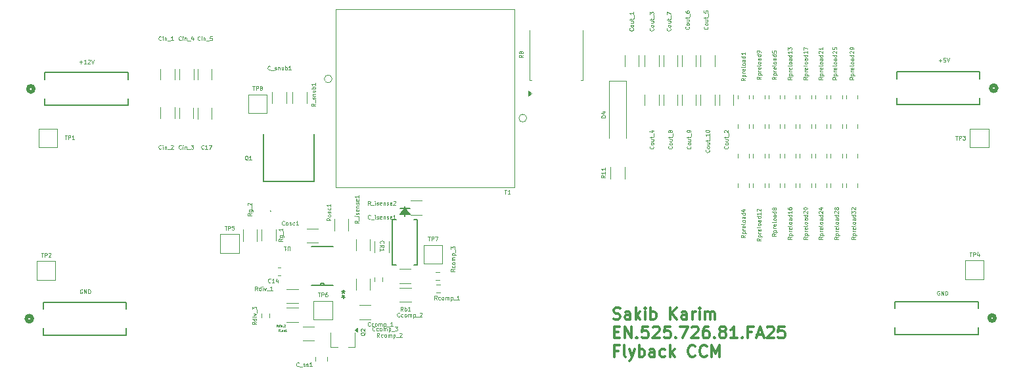
<source format=gto>
%TF.GenerationSoftware,KiCad,Pcbnew,9.0.5*%
%TF.CreationDate,2025-10-18T17:09:32-07:00*%
%TF.ProjectId,Flyback_CCM_Converter,466c7962-6163-46b5-9f43-434d5f436f6e,rev?*%
%TF.SameCoordinates,Original*%
%TF.FileFunction,Legend,Top*%
%TF.FilePolarity,Positive*%
%FSLAX46Y46*%
G04 Gerber Fmt 4.6, Leading zero omitted, Abs format (unit mm)*
G04 Created by KiCad (PCBNEW 9.0.5) date 2025-10-18 17:09:32*
%MOMM*%
%LPD*%
G01*
G04 APERTURE LIST*
%ADD10C,0.300000*%
%ADD11C,0.063500*%
%ADD12C,0.031750*%
%ADD13C,0.150000*%
%ADD14C,0.120000*%
%ADD15C,0.152400*%
%ADD16C,0.508000*%
%ADD17C,0.100000*%
%ADD18C,0.200000*%
G04 APERTURE END LIST*
D10*
X180083082Y-131499568D02*
X180297368Y-131570996D01*
X180297368Y-131570996D02*
X180654510Y-131570996D01*
X180654510Y-131570996D02*
X180797368Y-131499568D01*
X180797368Y-131499568D02*
X180868796Y-131428139D01*
X180868796Y-131428139D02*
X180940225Y-131285282D01*
X180940225Y-131285282D02*
X180940225Y-131142425D01*
X180940225Y-131142425D02*
X180868796Y-130999568D01*
X180868796Y-130999568D02*
X180797368Y-130928139D01*
X180797368Y-130928139D02*
X180654510Y-130856710D01*
X180654510Y-130856710D02*
X180368796Y-130785282D01*
X180368796Y-130785282D02*
X180225939Y-130713853D01*
X180225939Y-130713853D02*
X180154510Y-130642425D01*
X180154510Y-130642425D02*
X180083082Y-130499568D01*
X180083082Y-130499568D02*
X180083082Y-130356710D01*
X180083082Y-130356710D02*
X180154510Y-130213853D01*
X180154510Y-130213853D02*
X180225939Y-130142425D01*
X180225939Y-130142425D02*
X180368796Y-130070996D01*
X180368796Y-130070996D02*
X180725939Y-130070996D01*
X180725939Y-130070996D02*
X180940225Y-130142425D01*
X182225939Y-131570996D02*
X182225939Y-130785282D01*
X182225939Y-130785282D02*
X182154510Y-130642425D01*
X182154510Y-130642425D02*
X182011653Y-130570996D01*
X182011653Y-130570996D02*
X181725939Y-130570996D01*
X181725939Y-130570996D02*
X181583081Y-130642425D01*
X182225939Y-131499568D02*
X182083081Y-131570996D01*
X182083081Y-131570996D02*
X181725939Y-131570996D01*
X181725939Y-131570996D02*
X181583081Y-131499568D01*
X181583081Y-131499568D02*
X181511653Y-131356710D01*
X181511653Y-131356710D02*
X181511653Y-131213853D01*
X181511653Y-131213853D02*
X181583081Y-131070996D01*
X181583081Y-131070996D02*
X181725939Y-130999568D01*
X181725939Y-130999568D02*
X182083081Y-130999568D01*
X182083081Y-130999568D02*
X182225939Y-130928139D01*
X182940224Y-131570996D02*
X182940224Y-130070996D01*
X183083082Y-130999568D02*
X183511653Y-131570996D01*
X183511653Y-130570996D02*
X182940224Y-131142425D01*
X184154510Y-131570996D02*
X184154510Y-130570996D01*
X184154510Y-130070996D02*
X184083082Y-130142425D01*
X184083082Y-130142425D02*
X184154510Y-130213853D01*
X184154510Y-130213853D02*
X184225939Y-130142425D01*
X184225939Y-130142425D02*
X184154510Y-130070996D01*
X184154510Y-130070996D02*
X184154510Y-130213853D01*
X184868796Y-131570996D02*
X184868796Y-130070996D01*
X184868796Y-130642425D02*
X185011654Y-130570996D01*
X185011654Y-130570996D02*
X185297368Y-130570996D01*
X185297368Y-130570996D02*
X185440225Y-130642425D01*
X185440225Y-130642425D02*
X185511654Y-130713853D01*
X185511654Y-130713853D02*
X185583082Y-130856710D01*
X185583082Y-130856710D02*
X185583082Y-131285282D01*
X185583082Y-131285282D02*
X185511654Y-131428139D01*
X185511654Y-131428139D02*
X185440225Y-131499568D01*
X185440225Y-131499568D02*
X185297368Y-131570996D01*
X185297368Y-131570996D02*
X185011654Y-131570996D01*
X185011654Y-131570996D02*
X184868796Y-131499568D01*
X187368796Y-131570996D02*
X187368796Y-130070996D01*
X188225939Y-131570996D02*
X187583082Y-130713853D01*
X188225939Y-130070996D02*
X187368796Y-130928139D01*
X189511654Y-131570996D02*
X189511654Y-130785282D01*
X189511654Y-130785282D02*
X189440225Y-130642425D01*
X189440225Y-130642425D02*
X189297368Y-130570996D01*
X189297368Y-130570996D02*
X189011654Y-130570996D01*
X189011654Y-130570996D02*
X188868796Y-130642425D01*
X189511654Y-131499568D02*
X189368796Y-131570996D01*
X189368796Y-131570996D02*
X189011654Y-131570996D01*
X189011654Y-131570996D02*
X188868796Y-131499568D01*
X188868796Y-131499568D02*
X188797368Y-131356710D01*
X188797368Y-131356710D02*
X188797368Y-131213853D01*
X188797368Y-131213853D02*
X188868796Y-131070996D01*
X188868796Y-131070996D02*
X189011654Y-130999568D01*
X189011654Y-130999568D02*
X189368796Y-130999568D01*
X189368796Y-130999568D02*
X189511654Y-130928139D01*
X190225939Y-131570996D02*
X190225939Y-130570996D01*
X190225939Y-130856710D02*
X190297368Y-130713853D01*
X190297368Y-130713853D02*
X190368797Y-130642425D01*
X190368797Y-130642425D02*
X190511654Y-130570996D01*
X190511654Y-130570996D02*
X190654511Y-130570996D01*
X191154510Y-131570996D02*
X191154510Y-130570996D01*
X191154510Y-130070996D02*
X191083082Y-130142425D01*
X191083082Y-130142425D02*
X191154510Y-130213853D01*
X191154510Y-130213853D02*
X191225939Y-130142425D01*
X191225939Y-130142425D02*
X191154510Y-130070996D01*
X191154510Y-130070996D02*
X191154510Y-130213853D01*
X191868796Y-131570996D02*
X191868796Y-130570996D01*
X191868796Y-130713853D02*
X191940225Y-130642425D01*
X191940225Y-130642425D02*
X192083082Y-130570996D01*
X192083082Y-130570996D02*
X192297368Y-130570996D01*
X192297368Y-130570996D02*
X192440225Y-130642425D01*
X192440225Y-130642425D02*
X192511654Y-130785282D01*
X192511654Y-130785282D02*
X192511654Y-131570996D01*
X192511654Y-130785282D02*
X192583082Y-130642425D01*
X192583082Y-130642425D02*
X192725939Y-130570996D01*
X192725939Y-130570996D02*
X192940225Y-130570996D01*
X192940225Y-130570996D02*
X193083082Y-130642425D01*
X193083082Y-130642425D02*
X193154511Y-130785282D01*
X193154511Y-130785282D02*
X193154511Y-131570996D01*
X180154510Y-133200198D02*
X180654510Y-133200198D01*
X180868796Y-133985912D02*
X180154510Y-133985912D01*
X180154510Y-133985912D02*
X180154510Y-132485912D01*
X180154510Y-132485912D02*
X180868796Y-132485912D01*
X181511653Y-133985912D02*
X181511653Y-132485912D01*
X181511653Y-132485912D02*
X182368796Y-133985912D01*
X182368796Y-133985912D02*
X182368796Y-132485912D01*
X183083082Y-133843055D02*
X183154511Y-133914484D01*
X183154511Y-133914484D02*
X183083082Y-133985912D01*
X183083082Y-133985912D02*
X183011654Y-133914484D01*
X183011654Y-133914484D02*
X183083082Y-133843055D01*
X183083082Y-133843055D02*
X183083082Y-133985912D01*
X184511654Y-132485912D02*
X183797368Y-132485912D01*
X183797368Y-132485912D02*
X183725940Y-133200198D01*
X183725940Y-133200198D02*
X183797368Y-133128769D01*
X183797368Y-133128769D02*
X183940226Y-133057341D01*
X183940226Y-133057341D02*
X184297368Y-133057341D01*
X184297368Y-133057341D02*
X184440226Y-133128769D01*
X184440226Y-133128769D02*
X184511654Y-133200198D01*
X184511654Y-133200198D02*
X184583083Y-133343055D01*
X184583083Y-133343055D02*
X184583083Y-133700198D01*
X184583083Y-133700198D02*
X184511654Y-133843055D01*
X184511654Y-133843055D02*
X184440226Y-133914484D01*
X184440226Y-133914484D02*
X184297368Y-133985912D01*
X184297368Y-133985912D02*
X183940226Y-133985912D01*
X183940226Y-133985912D02*
X183797368Y-133914484D01*
X183797368Y-133914484D02*
X183725940Y-133843055D01*
X185154511Y-132628769D02*
X185225939Y-132557341D01*
X185225939Y-132557341D02*
X185368797Y-132485912D01*
X185368797Y-132485912D02*
X185725939Y-132485912D01*
X185725939Y-132485912D02*
X185868797Y-132557341D01*
X185868797Y-132557341D02*
X185940225Y-132628769D01*
X185940225Y-132628769D02*
X186011654Y-132771626D01*
X186011654Y-132771626D02*
X186011654Y-132914484D01*
X186011654Y-132914484D02*
X185940225Y-133128769D01*
X185940225Y-133128769D02*
X185083082Y-133985912D01*
X185083082Y-133985912D02*
X186011654Y-133985912D01*
X187368796Y-132485912D02*
X186654510Y-132485912D01*
X186654510Y-132485912D02*
X186583082Y-133200198D01*
X186583082Y-133200198D02*
X186654510Y-133128769D01*
X186654510Y-133128769D02*
X186797368Y-133057341D01*
X186797368Y-133057341D02*
X187154510Y-133057341D01*
X187154510Y-133057341D02*
X187297368Y-133128769D01*
X187297368Y-133128769D02*
X187368796Y-133200198D01*
X187368796Y-133200198D02*
X187440225Y-133343055D01*
X187440225Y-133343055D02*
X187440225Y-133700198D01*
X187440225Y-133700198D02*
X187368796Y-133843055D01*
X187368796Y-133843055D02*
X187297368Y-133914484D01*
X187297368Y-133914484D02*
X187154510Y-133985912D01*
X187154510Y-133985912D02*
X186797368Y-133985912D01*
X186797368Y-133985912D02*
X186654510Y-133914484D01*
X186654510Y-133914484D02*
X186583082Y-133843055D01*
X188083081Y-133843055D02*
X188154510Y-133914484D01*
X188154510Y-133914484D02*
X188083081Y-133985912D01*
X188083081Y-133985912D02*
X188011653Y-133914484D01*
X188011653Y-133914484D02*
X188083081Y-133843055D01*
X188083081Y-133843055D02*
X188083081Y-133985912D01*
X188654510Y-132485912D02*
X189654510Y-132485912D01*
X189654510Y-132485912D02*
X189011653Y-133985912D01*
X190154510Y-132628769D02*
X190225938Y-132557341D01*
X190225938Y-132557341D02*
X190368796Y-132485912D01*
X190368796Y-132485912D02*
X190725938Y-132485912D01*
X190725938Y-132485912D02*
X190868796Y-132557341D01*
X190868796Y-132557341D02*
X190940224Y-132628769D01*
X190940224Y-132628769D02*
X191011653Y-132771626D01*
X191011653Y-132771626D02*
X191011653Y-132914484D01*
X191011653Y-132914484D02*
X190940224Y-133128769D01*
X190940224Y-133128769D02*
X190083081Y-133985912D01*
X190083081Y-133985912D02*
X191011653Y-133985912D01*
X192297367Y-132485912D02*
X192011652Y-132485912D01*
X192011652Y-132485912D02*
X191868795Y-132557341D01*
X191868795Y-132557341D02*
X191797367Y-132628769D01*
X191797367Y-132628769D02*
X191654509Y-132843055D01*
X191654509Y-132843055D02*
X191583081Y-133128769D01*
X191583081Y-133128769D02*
X191583081Y-133700198D01*
X191583081Y-133700198D02*
X191654509Y-133843055D01*
X191654509Y-133843055D02*
X191725938Y-133914484D01*
X191725938Y-133914484D02*
X191868795Y-133985912D01*
X191868795Y-133985912D02*
X192154509Y-133985912D01*
X192154509Y-133985912D02*
X192297367Y-133914484D01*
X192297367Y-133914484D02*
X192368795Y-133843055D01*
X192368795Y-133843055D02*
X192440224Y-133700198D01*
X192440224Y-133700198D02*
X192440224Y-133343055D01*
X192440224Y-133343055D02*
X192368795Y-133200198D01*
X192368795Y-133200198D02*
X192297367Y-133128769D01*
X192297367Y-133128769D02*
X192154509Y-133057341D01*
X192154509Y-133057341D02*
X191868795Y-133057341D01*
X191868795Y-133057341D02*
X191725938Y-133128769D01*
X191725938Y-133128769D02*
X191654509Y-133200198D01*
X191654509Y-133200198D02*
X191583081Y-133343055D01*
X193083080Y-133843055D02*
X193154509Y-133914484D01*
X193154509Y-133914484D02*
X193083080Y-133985912D01*
X193083080Y-133985912D02*
X193011652Y-133914484D01*
X193011652Y-133914484D02*
X193083080Y-133843055D01*
X193083080Y-133843055D02*
X193083080Y-133985912D01*
X194011652Y-133128769D02*
X193868795Y-133057341D01*
X193868795Y-133057341D02*
X193797366Y-132985912D01*
X193797366Y-132985912D02*
X193725938Y-132843055D01*
X193725938Y-132843055D02*
X193725938Y-132771626D01*
X193725938Y-132771626D02*
X193797366Y-132628769D01*
X193797366Y-132628769D02*
X193868795Y-132557341D01*
X193868795Y-132557341D02*
X194011652Y-132485912D01*
X194011652Y-132485912D02*
X194297366Y-132485912D01*
X194297366Y-132485912D02*
X194440224Y-132557341D01*
X194440224Y-132557341D02*
X194511652Y-132628769D01*
X194511652Y-132628769D02*
X194583081Y-132771626D01*
X194583081Y-132771626D02*
X194583081Y-132843055D01*
X194583081Y-132843055D02*
X194511652Y-132985912D01*
X194511652Y-132985912D02*
X194440224Y-133057341D01*
X194440224Y-133057341D02*
X194297366Y-133128769D01*
X194297366Y-133128769D02*
X194011652Y-133128769D01*
X194011652Y-133128769D02*
X193868795Y-133200198D01*
X193868795Y-133200198D02*
X193797366Y-133271626D01*
X193797366Y-133271626D02*
X193725938Y-133414484D01*
X193725938Y-133414484D02*
X193725938Y-133700198D01*
X193725938Y-133700198D02*
X193797366Y-133843055D01*
X193797366Y-133843055D02*
X193868795Y-133914484D01*
X193868795Y-133914484D02*
X194011652Y-133985912D01*
X194011652Y-133985912D02*
X194297366Y-133985912D01*
X194297366Y-133985912D02*
X194440224Y-133914484D01*
X194440224Y-133914484D02*
X194511652Y-133843055D01*
X194511652Y-133843055D02*
X194583081Y-133700198D01*
X194583081Y-133700198D02*
X194583081Y-133414484D01*
X194583081Y-133414484D02*
X194511652Y-133271626D01*
X194511652Y-133271626D02*
X194440224Y-133200198D01*
X194440224Y-133200198D02*
X194297366Y-133128769D01*
X196011652Y-133985912D02*
X195154509Y-133985912D01*
X195583080Y-133985912D02*
X195583080Y-132485912D01*
X195583080Y-132485912D02*
X195440223Y-132700198D01*
X195440223Y-132700198D02*
X195297366Y-132843055D01*
X195297366Y-132843055D02*
X195154509Y-132914484D01*
X196654508Y-133843055D02*
X196725937Y-133914484D01*
X196725937Y-133914484D02*
X196654508Y-133985912D01*
X196654508Y-133985912D02*
X196583080Y-133914484D01*
X196583080Y-133914484D02*
X196654508Y-133843055D01*
X196654508Y-133843055D02*
X196654508Y-133985912D01*
X197868794Y-133200198D02*
X197368794Y-133200198D01*
X197368794Y-133985912D02*
X197368794Y-132485912D01*
X197368794Y-132485912D02*
X198083080Y-132485912D01*
X198583080Y-133557341D02*
X199297366Y-133557341D01*
X198440223Y-133985912D02*
X198940223Y-132485912D01*
X198940223Y-132485912D02*
X199440223Y-133985912D01*
X199868794Y-132628769D02*
X199940222Y-132557341D01*
X199940222Y-132557341D02*
X200083080Y-132485912D01*
X200083080Y-132485912D02*
X200440222Y-132485912D01*
X200440222Y-132485912D02*
X200583080Y-132557341D01*
X200583080Y-132557341D02*
X200654508Y-132628769D01*
X200654508Y-132628769D02*
X200725937Y-132771626D01*
X200725937Y-132771626D02*
X200725937Y-132914484D01*
X200725937Y-132914484D02*
X200654508Y-133128769D01*
X200654508Y-133128769D02*
X199797365Y-133985912D01*
X199797365Y-133985912D02*
X200725937Y-133985912D01*
X202083079Y-132485912D02*
X201368793Y-132485912D01*
X201368793Y-132485912D02*
X201297365Y-133200198D01*
X201297365Y-133200198D02*
X201368793Y-133128769D01*
X201368793Y-133128769D02*
X201511651Y-133057341D01*
X201511651Y-133057341D02*
X201868793Y-133057341D01*
X201868793Y-133057341D02*
X202011651Y-133128769D01*
X202011651Y-133128769D02*
X202083079Y-133200198D01*
X202083079Y-133200198D02*
X202154508Y-133343055D01*
X202154508Y-133343055D02*
X202154508Y-133700198D01*
X202154508Y-133700198D02*
X202083079Y-133843055D01*
X202083079Y-133843055D02*
X202011651Y-133914484D01*
X202011651Y-133914484D02*
X201868793Y-133985912D01*
X201868793Y-133985912D02*
X201511651Y-133985912D01*
X201511651Y-133985912D02*
X201368793Y-133914484D01*
X201368793Y-133914484D02*
X201297365Y-133843055D01*
X180654510Y-135615114D02*
X180154510Y-135615114D01*
X180154510Y-136400828D02*
X180154510Y-134900828D01*
X180154510Y-134900828D02*
X180868796Y-134900828D01*
X181654510Y-136400828D02*
X181511653Y-136329400D01*
X181511653Y-136329400D02*
X181440224Y-136186542D01*
X181440224Y-136186542D02*
X181440224Y-134900828D01*
X182083081Y-135400828D02*
X182440224Y-136400828D01*
X182797367Y-135400828D02*
X182440224Y-136400828D01*
X182440224Y-136400828D02*
X182297367Y-136757971D01*
X182297367Y-136757971D02*
X182225938Y-136829400D01*
X182225938Y-136829400D02*
X182083081Y-136900828D01*
X183368795Y-136400828D02*
X183368795Y-134900828D01*
X183368795Y-135472257D02*
X183511653Y-135400828D01*
X183511653Y-135400828D02*
X183797367Y-135400828D01*
X183797367Y-135400828D02*
X183940224Y-135472257D01*
X183940224Y-135472257D02*
X184011653Y-135543685D01*
X184011653Y-135543685D02*
X184083081Y-135686542D01*
X184083081Y-135686542D02*
X184083081Y-136115114D01*
X184083081Y-136115114D02*
X184011653Y-136257971D01*
X184011653Y-136257971D02*
X183940224Y-136329400D01*
X183940224Y-136329400D02*
X183797367Y-136400828D01*
X183797367Y-136400828D02*
X183511653Y-136400828D01*
X183511653Y-136400828D02*
X183368795Y-136329400D01*
X185368796Y-136400828D02*
X185368796Y-135615114D01*
X185368796Y-135615114D02*
X185297367Y-135472257D01*
X185297367Y-135472257D02*
X185154510Y-135400828D01*
X185154510Y-135400828D02*
X184868796Y-135400828D01*
X184868796Y-135400828D02*
X184725938Y-135472257D01*
X185368796Y-136329400D02*
X185225938Y-136400828D01*
X185225938Y-136400828D02*
X184868796Y-136400828D01*
X184868796Y-136400828D02*
X184725938Y-136329400D01*
X184725938Y-136329400D02*
X184654510Y-136186542D01*
X184654510Y-136186542D02*
X184654510Y-136043685D01*
X184654510Y-136043685D02*
X184725938Y-135900828D01*
X184725938Y-135900828D02*
X184868796Y-135829400D01*
X184868796Y-135829400D02*
X185225938Y-135829400D01*
X185225938Y-135829400D02*
X185368796Y-135757971D01*
X186725939Y-136329400D02*
X186583081Y-136400828D01*
X186583081Y-136400828D02*
X186297367Y-136400828D01*
X186297367Y-136400828D02*
X186154510Y-136329400D01*
X186154510Y-136329400D02*
X186083081Y-136257971D01*
X186083081Y-136257971D02*
X186011653Y-136115114D01*
X186011653Y-136115114D02*
X186011653Y-135686542D01*
X186011653Y-135686542D02*
X186083081Y-135543685D01*
X186083081Y-135543685D02*
X186154510Y-135472257D01*
X186154510Y-135472257D02*
X186297367Y-135400828D01*
X186297367Y-135400828D02*
X186583081Y-135400828D01*
X186583081Y-135400828D02*
X186725939Y-135472257D01*
X187368795Y-136400828D02*
X187368795Y-134900828D01*
X187511653Y-135829400D02*
X187940224Y-136400828D01*
X187940224Y-135400828D02*
X187368795Y-135972257D01*
X190583081Y-136257971D02*
X190511653Y-136329400D01*
X190511653Y-136329400D02*
X190297367Y-136400828D01*
X190297367Y-136400828D02*
X190154510Y-136400828D01*
X190154510Y-136400828D02*
X189940224Y-136329400D01*
X189940224Y-136329400D02*
X189797367Y-136186542D01*
X189797367Y-136186542D02*
X189725938Y-136043685D01*
X189725938Y-136043685D02*
X189654510Y-135757971D01*
X189654510Y-135757971D02*
X189654510Y-135543685D01*
X189654510Y-135543685D02*
X189725938Y-135257971D01*
X189725938Y-135257971D02*
X189797367Y-135115114D01*
X189797367Y-135115114D02*
X189940224Y-134972257D01*
X189940224Y-134972257D02*
X190154510Y-134900828D01*
X190154510Y-134900828D02*
X190297367Y-134900828D01*
X190297367Y-134900828D02*
X190511653Y-134972257D01*
X190511653Y-134972257D02*
X190583081Y-135043685D01*
X192083081Y-136257971D02*
X192011653Y-136329400D01*
X192011653Y-136329400D02*
X191797367Y-136400828D01*
X191797367Y-136400828D02*
X191654510Y-136400828D01*
X191654510Y-136400828D02*
X191440224Y-136329400D01*
X191440224Y-136329400D02*
X191297367Y-136186542D01*
X191297367Y-136186542D02*
X191225938Y-136043685D01*
X191225938Y-136043685D02*
X191154510Y-135757971D01*
X191154510Y-135757971D02*
X191154510Y-135543685D01*
X191154510Y-135543685D02*
X191225938Y-135257971D01*
X191225938Y-135257971D02*
X191297367Y-135115114D01*
X191297367Y-135115114D02*
X191440224Y-134972257D01*
X191440224Y-134972257D02*
X191654510Y-134900828D01*
X191654510Y-134900828D02*
X191797367Y-134900828D01*
X191797367Y-134900828D02*
X192011653Y-134972257D01*
X192011653Y-134972257D02*
X192083081Y-135043685D01*
X192725938Y-136400828D02*
X192725938Y-134900828D01*
X192725938Y-134900828D02*
X193225938Y-135972257D01*
X193225938Y-135972257D02*
X193725938Y-134900828D01*
X193725938Y-134900828D02*
X193725938Y-136400828D01*
D11*
X148080089Y-133248380D02*
X148055898Y-133296761D01*
X148055898Y-133296761D02*
X148007518Y-133345142D01*
X148007518Y-133345142D02*
X147934946Y-133417714D01*
X147934946Y-133417714D02*
X147910756Y-133466095D01*
X147910756Y-133466095D02*
X147910756Y-133514476D01*
X148031708Y-133490285D02*
X148007518Y-133538666D01*
X148007518Y-133538666D02*
X147959137Y-133587047D01*
X147959137Y-133587047D02*
X147862375Y-133611238D01*
X147862375Y-133611238D02*
X147693041Y-133611238D01*
X147693041Y-133611238D02*
X147596279Y-133587047D01*
X147596279Y-133587047D02*
X147547898Y-133538666D01*
X147547898Y-133538666D02*
X147523708Y-133490285D01*
X147523708Y-133490285D02*
X147523708Y-133393523D01*
X147523708Y-133393523D02*
X147547898Y-133345142D01*
X147547898Y-133345142D02*
X147596279Y-133296761D01*
X147596279Y-133296761D02*
X147693041Y-133272571D01*
X147693041Y-133272571D02*
X147862375Y-133272571D01*
X147862375Y-133272571D02*
X147959137Y-133296761D01*
X147959137Y-133296761D02*
X148007518Y-133345142D01*
X148007518Y-133345142D02*
X148031708Y-133393523D01*
X148031708Y-133393523D02*
X148031708Y-133490285D01*
X147572089Y-133079048D02*
X147547898Y-133054857D01*
X147547898Y-133054857D02*
X147523708Y-133006476D01*
X147523708Y-133006476D02*
X147523708Y-132885524D01*
X147523708Y-132885524D02*
X147547898Y-132837143D01*
X147547898Y-132837143D02*
X147572089Y-132812952D01*
X147572089Y-132812952D02*
X147620470Y-132788762D01*
X147620470Y-132788762D02*
X147668851Y-132788762D01*
X147668851Y-132788762D02*
X147741422Y-132812952D01*
X147741422Y-132812952D02*
X148031708Y-133103238D01*
X148031708Y-133103238D02*
X148031708Y-132788762D01*
X111228852Y-98438184D02*
X111615900Y-98438184D01*
X111422376Y-98631708D02*
X111422376Y-98244660D01*
X112123899Y-98631708D02*
X111833613Y-98631708D01*
X111978756Y-98631708D02*
X111978756Y-98123708D01*
X111978756Y-98123708D02*
X111930375Y-98196279D01*
X111930375Y-98196279D02*
X111881994Y-98244660D01*
X111881994Y-98244660D02*
X111833613Y-98268851D01*
X112317423Y-98172089D02*
X112341614Y-98147898D01*
X112341614Y-98147898D02*
X112389995Y-98123708D01*
X112389995Y-98123708D02*
X112510947Y-98123708D01*
X112510947Y-98123708D02*
X112559328Y-98147898D01*
X112559328Y-98147898D02*
X112583519Y-98172089D01*
X112583519Y-98172089D02*
X112607709Y-98220470D01*
X112607709Y-98220470D02*
X112607709Y-98268851D01*
X112607709Y-98268851D02*
X112583519Y-98341422D01*
X112583519Y-98341422D02*
X112293233Y-98631708D01*
X112293233Y-98631708D02*
X112607709Y-98631708D01*
X112752852Y-98123708D02*
X112922186Y-98631708D01*
X112922186Y-98631708D02*
X113091519Y-98123708D01*
X221990757Y-98238184D02*
X222377805Y-98238184D01*
X222184281Y-98431708D02*
X222184281Y-98044660D01*
X222861614Y-97923708D02*
X222619709Y-97923708D01*
X222619709Y-97923708D02*
X222595518Y-98165613D01*
X222595518Y-98165613D02*
X222619709Y-98141422D01*
X222619709Y-98141422D02*
X222668090Y-98117232D01*
X222668090Y-98117232D02*
X222789042Y-98117232D01*
X222789042Y-98117232D02*
X222837423Y-98141422D01*
X222837423Y-98141422D02*
X222861614Y-98165613D01*
X222861614Y-98165613D02*
X222885804Y-98213994D01*
X222885804Y-98213994D02*
X222885804Y-98334946D01*
X222885804Y-98334946D02*
X222861614Y-98383327D01*
X222861614Y-98383327D02*
X222837423Y-98407518D01*
X222837423Y-98407518D02*
X222789042Y-98431708D01*
X222789042Y-98431708D02*
X222668090Y-98431708D01*
X222668090Y-98431708D02*
X222619709Y-98407518D01*
X222619709Y-98407518D02*
X222595518Y-98383327D01*
X223030947Y-97923708D02*
X223200281Y-98431708D01*
X223200281Y-98431708D02*
X223369614Y-97923708D01*
X166012951Y-114923708D02*
X166303237Y-114923708D01*
X166158094Y-115431708D02*
X166158094Y-114923708D01*
X166738666Y-115431708D02*
X166448380Y-115431708D01*
X166593523Y-115431708D02*
X166593523Y-114923708D01*
X166593523Y-114923708D02*
X166545142Y-114996279D01*
X166545142Y-114996279D02*
X166496761Y-115044660D01*
X166496761Y-115044660D02*
X166448380Y-115068851D01*
X224158951Y-107923708D02*
X224449237Y-107923708D01*
X224304094Y-108431708D02*
X224304094Y-107923708D01*
X224618571Y-108431708D02*
X224618571Y-107923708D01*
X224618571Y-107923708D02*
X224812095Y-107923708D01*
X224812095Y-107923708D02*
X224860476Y-107947898D01*
X224860476Y-107947898D02*
X224884666Y-107972089D01*
X224884666Y-107972089D02*
X224908857Y-108020470D01*
X224908857Y-108020470D02*
X224908857Y-108093041D01*
X224908857Y-108093041D02*
X224884666Y-108141422D01*
X224884666Y-108141422D02*
X224860476Y-108165613D01*
X224860476Y-108165613D02*
X224812095Y-108189803D01*
X224812095Y-108189803D02*
X224618571Y-108189803D01*
X225078190Y-107923708D02*
X225392666Y-107923708D01*
X225392666Y-107923708D02*
X225223333Y-108117232D01*
X225223333Y-108117232D02*
X225295904Y-108117232D01*
X225295904Y-108117232D02*
X225344285Y-108141422D01*
X225344285Y-108141422D02*
X225368476Y-108165613D01*
X225368476Y-108165613D02*
X225392666Y-108213994D01*
X225392666Y-108213994D02*
X225392666Y-108334946D01*
X225392666Y-108334946D02*
X225368476Y-108383327D01*
X225368476Y-108383327D02*
X225344285Y-108407518D01*
X225344285Y-108407518D02*
X225295904Y-108431708D01*
X225295904Y-108431708D02*
X225150761Y-108431708D01*
X225150761Y-108431708D02*
X225102380Y-108407518D01*
X225102380Y-108407518D02*
X225078190Y-108383327D01*
X109355051Y-107875508D02*
X109645337Y-107875508D01*
X109500194Y-108383508D02*
X109500194Y-107875508D01*
X109814671Y-108383508D02*
X109814671Y-107875508D01*
X109814671Y-107875508D02*
X110008195Y-107875508D01*
X110008195Y-107875508D02*
X110056576Y-107899698D01*
X110056576Y-107899698D02*
X110080766Y-107923889D01*
X110080766Y-107923889D02*
X110104957Y-107972270D01*
X110104957Y-107972270D02*
X110104957Y-108044841D01*
X110104957Y-108044841D02*
X110080766Y-108093222D01*
X110080766Y-108093222D02*
X110056576Y-108117413D01*
X110056576Y-108117413D02*
X110008195Y-108141603D01*
X110008195Y-108141603D02*
X109814671Y-108141603D01*
X110588766Y-108383508D02*
X110298480Y-108383508D01*
X110443623Y-108383508D02*
X110443623Y-107875508D01*
X110443623Y-107875508D02*
X110395242Y-107948079D01*
X110395242Y-107948079D02*
X110346861Y-107996460D01*
X110346861Y-107996460D02*
X110298480Y-108020651D01*
X225958951Y-122925708D02*
X226249237Y-122925708D01*
X226104094Y-123433708D02*
X226104094Y-122925708D01*
X226418571Y-123433708D02*
X226418571Y-122925708D01*
X226418571Y-122925708D02*
X226612095Y-122925708D01*
X226612095Y-122925708D02*
X226660476Y-122949898D01*
X226660476Y-122949898D02*
X226684666Y-122974089D01*
X226684666Y-122974089D02*
X226708857Y-123022470D01*
X226708857Y-123022470D02*
X226708857Y-123095041D01*
X226708857Y-123095041D02*
X226684666Y-123143422D01*
X226684666Y-123143422D02*
X226660476Y-123167613D01*
X226660476Y-123167613D02*
X226612095Y-123191803D01*
X226612095Y-123191803D02*
X226418571Y-123191803D01*
X227144285Y-123095041D02*
X227144285Y-123433708D01*
X227023333Y-122901518D02*
X226902380Y-123264375D01*
X226902380Y-123264375D02*
X227216857Y-123264375D01*
X106321451Y-123011408D02*
X106611737Y-123011408D01*
X106466594Y-123519408D02*
X106466594Y-123011408D01*
X106781071Y-123519408D02*
X106781071Y-123011408D01*
X106781071Y-123011408D02*
X106974595Y-123011408D01*
X106974595Y-123011408D02*
X107022976Y-123035598D01*
X107022976Y-123035598D02*
X107047166Y-123059789D01*
X107047166Y-123059789D02*
X107071357Y-123108170D01*
X107071357Y-123108170D02*
X107071357Y-123180741D01*
X107071357Y-123180741D02*
X107047166Y-123229122D01*
X107047166Y-123229122D02*
X107022976Y-123253313D01*
X107022976Y-123253313D02*
X106974595Y-123277503D01*
X106974595Y-123277503D02*
X106781071Y-123277503D01*
X107264880Y-123059789D02*
X107289071Y-123035598D01*
X107289071Y-123035598D02*
X107337452Y-123011408D01*
X107337452Y-123011408D02*
X107458404Y-123011408D01*
X107458404Y-123011408D02*
X107506785Y-123035598D01*
X107506785Y-123035598D02*
X107530976Y-123059789D01*
X107530976Y-123059789D02*
X107555166Y-123108170D01*
X107555166Y-123108170D02*
X107555166Y-123156551D01*
X107555166Y-123156551D02*
X107530976Y-123229122D01*
X107530976Y-123229122D02*
X107240690Y-123519408D01*
X107240690Y-123519408D02*
X107555166Y-123519408D01*
X222056852Y-127947898D02*
X222008471Y-127923708D01*
X222008471Y-127923708D02*
X221935900Y-127923708D01*
X221935900Y-127923708D02*
X221863328Y-127947898D01*
X221863328Y-127947898D02*
X221814947Y-127996279D01*
X221814947Y-127996279D02*
X221790757Y-128044660D01*
X221790757Y-128044660D02*
X221766566Y-128141422D01*
X221766566Y-128141422D02*
X221766566Y-128213994D01*
X221766566Y-128213994D02*
X221790757Y-128310756D01*
X221790757Y-128310756D02*
X221814947Y-128359137D01*
X221814947Y-128359137D02*
X221863328Y-128407518D01*
X221863328Y-128407518D02*
X221935900Y-128431708D01*
X221935900Y-128431708D02*
X221984281Y-128431708D01*
X221984281Y-128431708D02*
X222056852Y-128407518D01*
X222056852Y-128407518D02*
X222081043Y-128383327D01*
X222081043Y-128383327D02*
X222081043Y-128213994D01*
X222081043Y-128213994D02*
X221984281Y-128213994D01*
X222298757Y-128431708D02*
X222298757Y-127923708D01*
X222298757Y-127923708D02*
X222589043Y-128431708D01*
X222589043Y-128431708D02*
X222589043Y-127923708D01*
X222830947Y-128431708D02*
X222830947Y-127923708D01*
X222830947Y-127923708D02*
X222951899Y-127923708D01*
X222951899Y-127923708D02*
X223024471Y-127947898D01*
X223024471Y-127947898D02*
X223072852Y-127996279D01*
X223072852Y-127996279D02*
X223097042Y-128044660D01*
X223097042Y-128044660D02*
X223121233Y-128141422D01*
X223121233Y-128141422D02*
X223121233Y-128213994D01*
X223121233Y-128213994D02*
X223097042Y-128310756D01*
X223097042Y-128310756D02*
X223072852Y-128359137D01*
X223072852Y-128359137D02*
X223024471Y-128407518D01*
X223024471Y-128407518D02*
X222951899Y-128431708D01*
X222951899Y-128431708D02*
X222830947Y-128431708D01*
X111612952Y-127747898D02*
X111564571Y-127723708D01*
X111564571Y-127723708D02*
X111492000Y-127723708D01*
X111492000Y-127723708D02*
X111419428Y-127747898D01*
X111419428Y-127747898D02*
X111371047Y-127796279D01*
X111371047Y-127796279D02*
X111346857Y-127844660D01*
X111346857Y-127844660D02*
X111322666Y-127941422D01*
X111322666Y-127941422D02*
X111322666Y-128013994D01*
X111322666Y-128013994D02*
X111346857Y-128110756D01*
X111346857Y-128110756D02*
X111371047Y-128159137D01*
X111371047Y-128159137D02*
X111419428Y-128207518D01*
X111419428Y-128207518D02*
X111492000Y-128231708D01*
X111492000Y-128231708D02*
X111540381Y-128231708D01*
X111540381Y-128231708D02*
X111612952Y-128207518D01*
X111612952Y-128207518D02*
X111637143Y-128183327D01*
X111637143Y-128183327D02*
X111637143Y-128013994D01*
X111637143Y-128013994D02*
X111540381Y-128013994D01*
X111854857Y-128231708D02*
X111854857Y-127723708D01*
X111854857Y-127723708D02*
X112145143Y-128231708D01*
X112145143Y-128231708D02*
X112145143Y-127723708D01*
X112387047Y-128231708D02*
X112387047Y-127723708D01*
X112387047Y-127723708D02*
X112507999Y-127723708D01*
X112507999Y-127723708D02*
X112580571Y-127747898D01*
X112580571Y-127747898D02*
X112628952Y-127796279D01*
X112628952Y-127796279D02*
X112653142Y-127844660D01*
X112653142Y-127844660D02*
X112677333Y-127941422D01*
X112677333Y-127941422D02*
X112677333Y-128013994D01*
X112677333Y-128013994D02*
X112653142Y-128110756D01*
X112653142Y-128110756D02*
X112628952Y-128159137D01*
X112628952Y-128159137D02*
X112580571Y-128207518D01*
X112580571Y-128207518D02*
X112507999Y-128231708D01*
X112507999Y-128231708D02*
X112387047Y-128231708D01*
X143631708Y-118537809D02*
X143389803Y-118707143D01*
X143631708Y-118828095D02*
X143123708Y-118828095D01*
X143123708Y-118828095D02*
X143123708Y-118634571D01*
X143123708Y-118634571D02*
X143147898Y-118586190D01*
X143147898Y-118586190D02*
X143172089Y-118562000D01*
X143172089Y-118562000D02*
X143220470Y-118537809D01*
X143220470Y-118537809D02*
X143293041Y-118537809D01*
X143293041Y-118537809D02*
X143341422Y-118562000D01*
X143341422Y-118562000D02*
X143365613Y-118586190D01*
X143365613Y-118586190D02*
X143389803Y-118634571D01*
X143389803Y-118634571D02*
X143389803Y-118828095D01*
X143631708Y-118247524D02*
X143607518Y-118295905D01*
X143607518Y-118295905D02*
X143583327Y-118320095D01*
X143583327Y-118320095D02*
X143534946Y-118344286D01*
X143534946Y-118344286D02*
X143389803Y-118344286D01*
X143389803Y-118344286D02*
X143341422Y-118320095D01*
X143341422Y-118320095D02*
X143317232Y-118295905D01*
X143317232Y-118295905D02*
X143293041Y-118247524D01*
X143293041Y-118247524D02*
X143293041Y-118174952D01*
X143293041Y-118174952D02*
X143317232Y-118126571D01*
X143317232Y-118126571D02*
X143341422Y-118102381D01*
X143341422Y-118102381D02*
X143389803Y-118078190D01*
X143389803Y-118078190D02*
X143534946Y-118078190D01*
X143534946Y-118078190D02*
X143583327Y-118102381D01*
X143583327Y-118102381D02*
X143607518Y-118126571D01*
X143607518Y-118126571D02*
X143631708Y-118174952D01*
X143631708Y-118174952D02*
X143631708Y-118247524D01*
X143607518Y-117884667D02*
X143631708Y-117836286D01*
X143631708Y-117836286D02*
X143631708Y-117739524D01*
X143631708Y-117739524D02*
X143607518Y-117691143D01*
X143607518Y-117691143D02*
X143559137Y-117666952D01*
X143559137Y-117666952D02*
X143534946Y-117666952D01*
X143534946Y-117666952D02*
X143486565Y-117691143D01*
X143486565Y-117691143D02*
X143462375Y-117739524D01*
X143462375Y-117739524D02*
X143462375Y-117812095D01*
X143462375Y-117812095D02*
X143438184Y-117860476D01*
X143438184Y-117860476D02*
X143389803Y-117884667D01*
X143389803Y-117884667D02*
X143365613Y-117884667D01*
X143365613Y-117884667D02*
X143317232Y-117860476D01*
X143317232Y-117860476D02*
X143293041Y-117812095D01*
X143293041Y-117812095D02*
X143293041Y-117739524D01*
X143293041Y-117739524D02*
X143317232Y-117691143D01*
X143607518Y-117231524D02*
X143631708Y-117279905D01*
X143631708Y-117279905D02*
X143631708Y-117376667D01*
X143631708Y-117376667D02*
X143607518Y-117425048D01*
X143607518Y-117425048D02*
X143583327Y-117449238D01*
X143583327Y-117449238D02*
X143534946Y-117473429D01*
X143534946Y-117473429D02*
X143389803Y-117473429D01*
X143389803Y-117473429D02*
X143341422Y-117449238D01*
X143341422Y-117449238D02*
X143317232Y-117425048D01*
X143317232Y-117425048D02*
X143293041Y-117376667D01*
X143293041Y-117376667D02*
X143293041Y-117279905D01*
X143293041Y-117279905D02*
X143317232Y-117231524D01*
X143631708Y-116747714D02*
X143631708Y-117038000D01*
X143631708Y-116892857D02*
X143123708Y-116892857D01*
X143123708Y-116892857D02*
X143196279Y-116941238D01*
X143196279Y-116941238D02*
X143244660Y-116989619D01*
X143244660Y-116989619D02*
X143268851Y-117038000D01*
X156158951Y-120925708D02*
X156449237Y-120925708D01*
X156304094Y-121433708D02*
X156304094Y-120925708D01*
X156618571Y-121433708D02*
X156618571Y-120925708D01*
X156618571Y-120925708D02*
X156812095Y-120925708D01*
X156812095Y-120925708D02*
X156860476Y-120949898D01*
X156860476Y-120949898D02*
X156884666Y-120974089D01*
X156884666Y-120974089D02*
X156908857Y-121022470D01*
X156908857Y-121022470D02*
X156908857Y-121095041D01*
X156908857Y-121095041D02*
X156884666Y-121143422D01*
X156884666Y-121143422D02*
X156860476Y-121167613D01*
X156860476Y-121167613D02*
X156812095Y-121191803D01*
X156812095Y-121191803D02*
X156618571Y-121191803D01*
X157078190Y-120925708D02*
X157416857Y-120925708D01*
X157416857Y-120925708D02*
X157199142Y-121433708D01*
X149905809Y-133831708D02*
X149736475Y-133589803D01*
X149615523Y-133831708D02*
X149615523Y-133323708D01*
X149615523Y-133323708D02*
X149809047Y-133323708D01*
X149809047Y-133323708D02*
X149857428Y-133347898D01*
X149857428Y-133347898D02*
X149881618Y-133372089D01*
X149881618Y-133372089D02*
X149905809Y-133420470D01*
X149905809Y-133420470D02*
X149905809Y-133493041D01*
X149905809Y-133493041D02*
X149881618Y-133541422D01*
X149881618Y-133541422D02*
X149857428Y-133565613D01*
X149857428Y-133565613D02*
X149809047Y-133589803D01*
X149809047Y-133589803D02*
X149615523Y-133589803D01*
X150341237Y-133807518D02*
X150292856Y-133831708D01*
X150292856Y-133831708D02*
X150196094Y-133831708D01*
X150196094Y-133831708D02*
X150147713Y-133807518D01*
X150147713Y-133807518D02*
X150123523Y-133783327D01*
X150123523Y-133783327D02*
X150099332Y-133734946D01*
X150099332Y-133734946D02*
X150099332Y-133589803D01*
X150099332Y-133589803D02*
X150123523Y-133541422D01*
X150123523Y-133541422D02*
X150147713Y-133517232D01*
X150147713Y-133517232D02*
X150196094Y-133493041D01*
X150196094Y-133493041D02*
X150292856Y-133493041D01*
X150292856Y-133493041D02*
X150341237Y-133517232D01*
X150631523Y-133831708D02*
X150583142Y-133807518D01*
X150583142Y-133807518D02*
X150558952Y-133783327D01*
X150558952Y-133783327D02*
X150534761Y-133734946D01*
X150534761Y-133734946D02*
X150534761Y-133589803D01*
X150534761Y-133589803D02*
X150558952Y-133541422D01*
X150558952Y-133541422D02*
X150583142Y-133517232D01*
X150583142Y-133517232D02*
X150631523Y-133493041D01*
X150631523Y-133493041D02*
X150704095Y-133493041D01*
X150704095Y-133493041D02*
X150752476Y-133517232D01*
X150752476Y-133517232D02*
X150776666Y-133541422D01*
X150776666Y-133541422D02*
X150800857Y-133589803D01*
X150800857Y-133589803D02*
X150800857Y-133734946D01*
X150800857Y-133734946D02*
X150776666Y-133783327D01*
X150776666Y-133783327D02*
X150752476Y-133807518D01*
X150752476Y-133807518D02*
X150704095Y-133831708D01*
X150704095Y-133831708D02*
X150631523Y-133831708D01*
X151018571Y-133831708D02*
X151018571Y-133493041D01*
X151018571Y-133541422D02*
X151042761Y-133517232D01*
X151042761Y-133517232D02*
X151091142Y-133493041D01*
X151091142Y-133493041D02*
X151163714Y-133493041D01*
X151163714Y-133493041D02*
X151212095Y-133517232D01*
X151212095Y-133517232D02*
X151236285Y-133565613D01*
X151236285Y-133565613D02*
X151236285Y-133831708D01*
X151236285Y-133565613D02*
X151260476Y-133517232D01*
X151260476Y-133517232D02*
X151308857Y-133493041D01*
X151308857Y-133493041D02*
X151381428Y-133493041D01*
X151381428Y-133493041D02*
X151429809Y-133517232D01*
X151429809Y-133517232D02*
X151453999Y-133565613D01*
X151453999Y-133565613D02*
X151453999Y-133831708D01*
X151695904Y-133493041D02*
X151695904Y-134001041D01*
X151695904Y-133517232D02*
X151744285Y-133493041D01*
X151744285Y-133493041D02*
X151841047Y-133493041D01*
X151841047Y-133493041D02*
X151889428Y-133517232D01*
X151889428Y-133517232D02*
X151913618Y-133541422D01*
X151913618Y-133541422D02*
X151937809Y-133589803D01*
X151937809Y-133589803D02*
X151937809Y-133734946D01*
X151937809Y-133734946D02*
X151913618Y-133783327D01*
X151913618Y-133783327D02*
X151889428Y-133807518D01*
X151889428Y-133807518D02*
X151841047Y-133831708D01*
X151841047Y-133831708D02*
X151744285Y-133831708D01*
X151744285Y-133831708D02*
X151695904Y-133807518D01*
X152034571Y-133880089D02*
X152421618Y-133880089D01*
X152518380Y-133372089D02*
X152542571Y-133347898D01*
X152542571Y-133347898D02*
X152590952Y-133323708D01*
X152590952Y-133323708D02*
X152711904Y-133323708D01*
X152711904Y-133323708D02*
X152760285Y-133347898D01*
X152760285Y-133347898D02*
X152784476Y-133372089D01*
X152784476Y-133372089D02*
X152808666Y-133420470D01*
X152808666Y-133420470D02*
X152808666Y-133468851D01*
X152808666Y-133468851D02*
X152784476Y-133541422D01*
X152784476Y-133541422D02*
X152494190Y-133831708D01*
X152494190Y-133831708D02*
X152808666Y-133831708D01*
X152935524Y-130461708D02*
X152766190Y-130219803D01*
X152645238Y-130461708D02*
X152645238Y-129953708D01*
X152645238Y-129953708D02*
X152838762Y-129953708D01*
X152838762Y-129953708D02*
X152887143Y-129977898D01*
X152887143Y-129977898D02*
X152911333Y-130002089D01*
X152911333Y-130002089D02*
X152935524Y-130050470D01*
X152935524Y-130050470D02*
X152935524Y-130123041D01*
X152935524Y-130123041D02*
X152911333Y-130171422D01*
X152911333Y-130171422D02*
X152887143Y-130195613D01*
X152887143Y-130195613D02*
X152838762Y-130219803D01*
X152838762Y-130219803D02*
X152645238Y-130219803D01*
X153153238Y-130461708D02*
X153153238Y-129953708D01*
X153153238Y-130147232D02*
X153201619Y-130123041D01*
X153201619Y-130123041D02*
X153298381Y-130123041D01*
X153298381Y-130123041D02*
X153346762Y-130147232D01*
X153346762Y-130147232D02*
X153370952Y-130171422D01*
X153370952Y-130171422D02*
X153395143Y-130219803D01*
X153395143Y-130219803D02*
X153395143Y-130364946D01*
X153395143Y-130364946D02*
X153370952Y-130413327D01*
X153370952Y-130413327D02*
X153346762Y-130437518D01*
X153346762Y-130437518D02*
X153298381Y-130461708D01*
X153298381Y-130461708D02*
X153201619Y-130461708D01*
X153201619Y-130461708D02*
X153153238Y-130437518D01*
X153878952Y-130461708D02*
X153588666Y-130461708D01*
X153733809Y-130461708D02*
X153733809Y-129953708D01*
X153733809Y-129953708D02*
X153685428Y-130026279D01*
X153685428Y-130026279D02*
X153637047Y-130074660D01*
X153637047Y-130074660D02*
X153588666Y-130098851D01*
X147231708Y-118875619D02*
X146989803Y-119044953D01*
X147231708Y-119165905D02*
X146723708Y-119165905D01*
X146723708Y-119165905D02*
X146723708Y-118972381D01*
X146723708Y-118972381D02*
X146747898Y-118924000D01*
X146747898Y-118924000D02*
X146772089Y-118899810D01*
X146772089Y-118899810D02*
X146820470Y-118875619D01*
X146820470Y-118875619D02*
X146893041Y-118875619D01*
X146893041Y-118875619D02*
X146941422Y-118899810D01*
X146941422Y-118899810D02*
X146965613Y-118924000D01*
X146965613Y-118924000D02*
X146989803Y-118972381D01*
X146989803Y-118972381D02*
X146989803Y-119165905D01*
X147280089Y-118778858D02*
X147280089Y-118391810D01*
X147231708Y-118270857D02*
X146893041Y-118270857D01*
X146723708Y-118270857D02*
X146747898Y-118295048D01*
X146747898Y-118295048D02*
X146772089Y-118270857D01*
X146772089Y-118270857D02*
X146747898Y-118246667D01*
X146747898Y-118246667D02*
X146723708Y-118270857D01*
X146723708Y-118270857D02*
X146772089Y-118270857D01*
X147207518Y-118053143D02*
X147231708Y-118004762D01*
X147231708Y-118004762D02*
X147231708Y-117908000D01*
X147231708Y-117908000D02*
X147207518Y-117859619D01*
X147207518Y-117859619D02*
X147159137Y-117835428D01*
X147159137Y-117835428D02*
X147134946Y-117835428D01*
X147134946Y-117835428D02*
X147086565Y-117859619D01*
X147086565Y-117859619D02*
X147062375Y-117908000D01*
X147062375Y-117908000D02*
X147062375Y-117980571D01*
X147062375Y-117980571D02*
X147038184Y-118028952D01*
X147038184Y-118028952D02*
X146989803Y-118053143D01*
X146989803Y-118053143D02*
X146965613Y-118053143D01*
X146965613Y-118053143D02*
X146917232Y-118028952D01*
X146917232Y-118028952D02*
X146893041Y-117980571D01*
X146893041Y-117980571D02*
X146893041Y-117908000D01*
X146893041Y-117908000D02*
X146917232Y-117859619D01*
X147207518Y-117424190D02*
X147231708Y-117472571D01*
X147231708Y-117472571D02*
X147231708Y-117569333D01*
X147231708Y-117569333D02*
X147207518Y-117617714D01*
X147207518Y-117617714D02*
X147159137Y-117641905D01*
X147159137Y-117641905D02*
X146965613Y-117641905D01*
X146965613Y-117641905D02*
X146917232Y-117617714D01*
X146917232Y-117617714D02*
X146893041Y-117569333D01*
X146893041Y-117569333D02*
X146893041Y-117472571D01*
X146893041Y-117472571D02*
X146917232Y-117424190D01*
X146917232Y-117424190D02*
X146965613Y-117400000D01*
X146965613Y-117400000D02*
X147013994Y-117400000D01*
X147013994Y-117400000D02*
X147062375Y-117641905D01*
X146893041Y-117182285D02*
X147231708Y-117182285D01*
X146941422Y-117182285D02*
X146917232Y-117158095D01*
X146917232Y-117158095D02*
X146893041Y-117109714D01*
X146893041Y-117109714D02*
X146893041Y-117037142D01*
X146893041Y-117037142D02*
X146917232Y-116988761D01*
X146917232Y-116988761D02*
X146965613Y-116964571D01*
X146965613Y-116964571D02*
X147231708Y-116964571D01*
X147207518Y-116746857D02*
X147231708Y-116698476D01*
X147231708Y-116698476D02*
X147231708Y-116601714D01*
X147231708Y-116601714D02*
X147207518Y-116553333D01*
X147207518Y-116553333D02*
X147159137Y-116529142D01*
X147159137Y-116529142D02*
X147134946Y-116529142D01*
X147134946Y-116529142D02*
X147086565Y-116553333D01*
X147086565Y-116553333D02*
X147062375Y-116601714D01*
X147062375Y-116601714D02*
X147062375Y-116674285D01*
X147062375Y-116674285D02*
X147038184Y-116722666D01*
X147038184Y-116722666D02*
X146989803Y-116746857D01*
X146989803Y-116746857D02*
X146965613Y-116746857D01*
X146965613Y-116746857D02*
X146917232Y-116722666D01*
X146917232Y-116722666D02*
X146893041Y-116674285D01*
X146893041Y-116674285D02*
X146893041Y-116601714D01*
X146893041Y-116601714D02*
X146917232Y-116553333D01*
X147207518Y-116117904D02*
X147231708Y-116166285D01*
X147231708Y-116166285D02*
X147231708Y-116263047D01*
X147231708Y-116263047D02*
X147207518Y-116311428D01*
X147207518Y-116311428D02*
X147159137Y-116335619D01*
X147159137Y-116335619D02*
X146965613Y-116335619D01*
X146965613Y-116335619D02*
X146917232Y-116311428D01*
X146917232Y-116311428D02*
X146893041Y-116263047D01*
X146893041Y-116263047D02*
X146893041Y-116166285D01*
X146893041Y-116166285D02*
X146917232Y-116117904D01*
X146917232Y-116117904D02*
X146965613Y-116093714D01*
X146965613Y-116093714D02*
X147013994Y-116093714D01*
X147013994Y-116093714D02*
X147062375Y-116335619D01*
X147231708Y-115609904D02*
X147231708Y-115900190D01*
X147231708Y-115755047D02*
X146723708Y-115755047D01*
X146723708Y-115755047D02*
X146796279Y-115803428D01*
X146796279Y-115803428D02*
X146844660Y-115851809D01*
X146844660Y-115851809D02*
X146868851Y-115900190D01*
X148724380Y-118583327D02*
X148700189Y-118607518D01*
X148700189Y-118607518D02*
X148627618Y-118631708D01*
X148627618Y-118631708D02*
X148579237Y-118631708D01*
X148579237Y-118631708D02*
X148506665Y-118607518D01*
X148506665Y-118607518D02*
X148458284Y-118559137D01*
X148458284Y-118559137D02*
X148434094Y-118510756D01*
X148434094Y-118510756D02*
X148409903Y-118413994D01*
X148409903Y-118413994D02*
X148409903Y-118341422D01*
X148409903Y-118341422D02*
X148434094Y-118244660D01*
X148434094Y-118244660D02*
X148458284Y-118196279D01*
X148458284Y-118196279D02*
X148506665Y-118147898D01*
X148506665Y-118147898D02*
X148579237Y-118123708D01*
X148579237Y-118123708D02*
X148627618Y-118123708D01*
X148627618Y-118123708D02*
X148700189Y-118147898D01*
X148700189Y-118147898D02*
X148724380Y-118172089D01*
X148821142Y-118680089D02*
X149208189Y-118680089D01*
X149329142Y-118631708D02*
X149329142Y-118293041D01*
X149329142Y-118123708D02*
X149304951Y-118147898D01*
X149304951Y-118147898D02*
X149329142Y-118172089D01*
X149329142Y-118172089D02*
X149353332Y-118147898D01*
X149353332Y-118147898D02*
X149329142Y-118123708D01*
X149329142Y-118123708D02*
X149329142Y-118172089D01*
X149546856Y-118607518D02*
X149595237Y-118631708D01*
X149595237Y-118631708D02*
X149691999Y-118631708D01*
X149691999Y-118631708D02*
X149740380Y-118607518D01*
X149740380Y-118607518D02*
X149764571Y-118559137D01*
X149764571Y-118559137D02*
X149764571Y-118534946D01*
X149764571Y-118534946D02*
X149740380Y-118486565D01*
X149740380Y-118486565D02*
X149691999Y-118462375D01*
X149691999Y-118462375D02*
X149619428Y-118462375D01*
X149619428Y-118462375D02*
X149571047Y-118438184D01*
X149571047Y-118438184D02*
X149546856Y-118389803D01*
X149546856Y-118389803D02*
X149546856Y-118365613D01*
X149546856Y-118365613D02*
X149571047Y-118317232D01*
X149571047Y-118317232D02*
X149619428Y-118293041D01*
X149619428Y-118293041D02*
X149691999Y-118293041D01*
X149691999Y-118293041D02*
X149740380Y-118317232D01*
X150175809Y-118607518D02*
X150127428Y-118631708D01*
X150127428Y-118631708D02*
X150030666Y-118631708D01*
X150030666Y-118631708D02*
X149982285Y-118607518D01*
X149982285Y-118607518D02*
X149958094Y-118559137D01*
X149958094Y-118559137D02*
X149958094Y-118365613D01*
X149958094Y-118365613D02*
X149982285Y-118317232D01*
X149982285Y-118317232D02*
X150030666Y-118293041D01*
X150030666Y-118293041D02*
X150127428Y-118293041D01*
X150127428Y-118293041D02*
X150175809Y-118317232D01*
X150175809Y-118317232D02*
X150199999Y-118365613D01*
X150199999Y-118365613D02*
X150199999Y-118413994D01*
X150199999Y-118413994D02*
X149958094Y-118462375D01*
X150417714Y-118293041D02*
X150417714Y-118631708D01*
X150417714Y-118341422D02*
X150441904Y-118317232D01*
X150441904Y-118317232D02*
X150490285Y-118293041D01*
X150490285Y-118293041D02*
X150562857Y-118293041D01*
X150562857Y-118293041D02*
X150611238Y-118317232D01*
X150611238Y-118317232D02*
X150635428Y-118365613D01*
X150635428Y-118365613D02*
X150635428Y-118631708D01*
X150853142Y-118607518D02*
X150901523Y-118631708D01*
X150901523Y-118631708D02*
X150998285Y-118631708D01*
X150998285Y-118631708D02*
X151046666Y-118607518D01*
X151046666Y-118607518D02*
X151070857Y-118559137D01*
X151070857Y-118559137D02*
X151070857Y-118534946D01*
X151070857Y-118534946D02*
X151046666Y-118486565D01*
X151046666Y-118486565D02*
X150998285Y-118462375D01*
X150998285Y-118462375D02*
X150925714Y-118462375D01*
X150925714Y-118462375D02*
X150877333Y-118438184D01*
X150877333Y-118438184D02*
X150853142Y-118389803D01*
X150853142Y-118389803D02*
X150853142Y-118365613D01*
X150853142Y-118365613D02*
X150877333Y-118317232D01*
X150877333Y-118317232D02*
X150925714Y-118293041D01*
X150925714Y-118293041D02*
X150998285Y-118293041D01*
X150998285Y-118293041D02*
X151046666Y-118317232D01*
X151482095Y-118607518D02*
X151433714Y-118631708D01*
X151433714Y-118631708D02*
X151336952Y-118631708D01*
X151336952Y-118631708D02*
X151288571Y-118607518D01*
X151288571Y-118607518D02*
X151264380Y-118559137D01*
X151264380Y-118559137D02*
X151264380Y-118365613D01*
X151264380Y-118365613D02*
X151288571Y-118317232D01*
X151288571Y-118317232D02*
X151336952Y-118293041D01*
X151336952Y-118293041D02*
X151433714Y-118293041D01*
X151433714Y-118293041D02*
X151482095Y-118317232D01*
X151482095Y-118317232D02*
X151506285Y-118365613D01*
X151506285Y-118365613D02*
X151506285Y-118413994D01*
X151506285Y-118413994D02*
X151264380Y-118462375D01*
X151990095Y-118631708D02*
X151699809Y-118631708D01*
X151844952Y-118631708D02*
X151844952Y-118123708D01*
X151844952Y-118123708D02*
X151796571Y-118196279D01*
X151796571Y-118196279D02*
X151748190Y-118244660D01*
X151748190Y-118244660D02*
X151699809Y-118268851D01*
X149305809Y-132983327D02*
X149281618Y-133007518D01*
X149281618Y-133007518D02*
X149209047Y-133031708D01*
X149209047Y-133031708D02*
X149160666Y-133031708D01*
X149160666Y-133031708D02*
X149088094Y-133007518D01*
X149088094Y-133007518D02*
X149039713Y-132959137D01*
X149039713Y-132959137D02*
X149015523Y-132910756D01*
X149015523Y-132910756D02*
X148991332Y-132813994D01*
X148991332Y-132813994D02*
X148991332Y-132741422D01*
X148991332Y-132741422D02*
X149015523Y-132644660D01*
X149015523Y-132644660D02*
X149039713Y-132596279D01*
X149039713Y-132596279D02*
X149088094Y-132547898D01*
X149088094Y-132547898D02*
X149160666Y-132523708D01*
X149160666Y-132523708D02*
X149209047Y-132523708D01*
X149209047Y-132523708D02*
X149281618Y-132547898D01*
X149281618Y-132547898D02*
X149305809Y-132572089D01*
X149741237Y-133007518D02*
X149692856Y-133031708D01*
X149692856Y-133031708D02*
X149596094Y-133031708D01*
X149596094Y-133031708D02*
X149547713Y-133007518D01*
X149547713Y-133007518D02*
X149523523Y-132983327D01*
X149523523Y-132983327D02*
X149499332Y-132934946D01*
X149499332Y-132934946D02*
X149499332Y-132789803D01*
X149499332Y-132789803D02*
X149523523Y-132741422D01*
X149523523Y-132741422D02*
X149547713Y-132717232D01*
X149547713Y-132717232D02*
X149596094Y-132693041D01*
X149596094Y-132693041D02*
X149692856Y-132693041D01*
X149692856Y-132693041D02*
X149741237Y-132717232D01*
X150031523Y-133031708D02*
X149983142Y-133007518D01*
X149983142Y-133007518D02*
X149958952Y-132983327D01*
X149958952Y-132983327D02*
X149934761Y-132934946D01*
X149934761Y-132934946D02*
X149934761Y-132789803D01*
X149934761Y-132789803D02*
X149958952Y-132741422D01*
X149958952Y-132741422D02*
X149983142Y-132717232D01*
X149983142Y-132717232D02*
X150031523Y-132693041D01*
X150031523Y-132693041D02*
X150104095Y-132693041D01*
X150104095Y-132693041D02*
X150152476Y-132717232D01*
X150152476Y-132717232D02*
X150176666Y-132741422D01*
X150176666Y-132741422D02*
X150200857Y-132789803D01*
X150200857Y-132789803D02*
X150200857Y-132934946D01*
X150200857Y-132934946D02*
X150176666Y-132983327D01*
X150176666Y-132983327D02*
X150152476Y-133007518D01*
X150152476Y-133007518D02*
X150104095Y-133031708D01*
X150104095Y-133031708D02*
X150031523Y-133031708D01*
X150418571Y-133031708D02*
X150418571Y-132693041D01*
X150418571Y-132741422D02*
X150442761Y-132717232D01*
X150442761Y-132717232D02*
X150491142Y-132693041D01*
X150491142Y-132693041D02*
X150563714Y-132693041D01*
X150563714Y-132693041D02*
X150612095Y-132717232D01*
X150612095Y-132717232D02*
X150636285Y-132765613D01*
X150636285Y-132765613D02*
X150636285Y-133031708D01*
X150636285Y-132765613D02*
X150660476Y-132717232D01*
X150660476Y-132717232D02*
X150708857Y-132693041D01*
X150708857Y-132693041D02*
X150781428Y-132693041D01*
X150781428Y-132693041D02*
X150829809Y-132717232D01*
X150829809Y-132717232D02*
X150853999Y-132765613D01*
X150853999Y-132765613D02*
X150853999Y-133031708D01*
X151095904Y-132693041D02*
X151095904Y-133201041D01*
X151095904Y-132717232D02*
X151144285Y-132693041D01*
X151144285Y-132693041D02*
X151241047Y-132693041D01*
X151241047Y-132693041D02*
X151289428Y-132717232D01*
X151289428Y-132717232D02*
X151313618Y-132741422D01*
X151313618Y-132741422D02*
X151337809Y-132789803D01*
X151337809Y-132789803D02*
X151337809Y-132934946D01*
X151337809Y-132934946D02*
X151313618Y-132983327D01*
X151313618Y-132983327D02*
X151289428Y-133007518D01*
X151289428Y-133007518D02*
X151241047Y-133031708D01*
X151241047Y-133031708D02*
X151144285Y-133031708D01*
X151144285Y-133031708D02*
X151095904Y-133007518D01*
X151434571Y-133080089D02*
X151821618Y-133080089D01*
X151894190Y-132523708D02*
X152208666Y-132523708D01*
X152208666Y-132523708D02*
X152039333Y-132717232D01*
X152039333Y-132717232D02*
X152111904Y-132717232D01*
X152111904Y-132717232D02*
X152160285Y-132741422D01*
X152160285Y-132741422D02*
X152184476Y-132765613D01*
X152184476Y-132765613D02*
X152208666Y-132813994D01*
X152208666Y-132813994D02*
X152208666Y-132934946D01*
X152208666Y-132934946D02*
X152184476Y-132983327D01*
X152184476Y-132983327D02*
X152160285Y-133007518D01*
X152160285Y-133007518D02*
X152111904Y-133031708D01*
X152111904Y-133031708D02*
X151966761Y-133031708D01*
X151966761Y-133031708D02*
X151918380Y-133007518D01*
X151918380Y-133007518D02*
X151894190Y-132983327D01*
X132951619Y-111080089D02*
X132903238Y-111055898D01*
X132903238Y-111055898D02*
X132854857Y-111007518D01*
X132854857Y-111007518D02*
X132782285Y-110934946D01*
X132782285Y-110934946D02*
X132733904Y-110910756D01*
X132733904Y-110910756D02*
X132685523Y-110910756D01*
X132709714Y-111031708D02*
X132661333Y-111007518D01*
X132661333Y-111007518D02*
X132612952Y-110959137D01*
X132612952Y-110959137D02*
X132588761Y-110862375D01*
X132588761Y-110862375D02*
X132588761Y-110693041D01*
X132588761Y-110693041D02*
X132612952Y-110596279D01*
X132612952Y-110596279D02*
X132661333Y-110547898D01*
X132661333Y-110547898D02*
X132709714Y-110523708D01*
X132709714Y-110523708D02*
X132806476Y-110523708D01*
X132806476Y-110523708D02*
X132854857Y-110547898D01*
X132854857Y-110547898D02*
X132903238Y-110596279D01*
X132903238Y-110596279D02*
X132927428Y-110693041D01*
X132927428Y-110693041D02*
X132927428Y-110862375D01*
X132927428Y-110862375D02*
X132903238Y-110959137D01*
X132903238Y-110959137D02*
X132854857Y-111007518D01*
X132854857Y-111007518D02*
X132806476Y-111031708D01*
X132806476Y-111031708D02*
X132709714Y-111031708D01*
X133411237Y-111031708D02*
X133120951Y-111031708D01*
X133266094Y-111031708D02*
X133266094Y-110523708D01*
X133266094Y-110523708D02*
X133217713Y-110596279D01*
X133217713Y-110596279D02*
X133169332Y-110644660D01*
X133169332Y-110644660D02*
X133120951Y-110668851D01*
X139510571Y-137583327D02*
X139486380Y-137607518D01*
X139486380Y-137607518D02*
X139413809Y-137631708D01*
X139413809Y-137631708D02*
X139365428Y-137631708D01*
X139365428Y-137631708D02*
X139292856Y-137607518D01*
X139292856Y-137607518D02*
X139244475Y-137559137D01*
X139244475Y-137559137D02*
X139220285Y-137510756D01*
X139220285Y-137510756D02*
X139196094Y-137413994D01*
X139196094Y-137413994D02*
X139196094Y-137341422D01*
X139196094Y-137341422D02*
X139220285Y-137244660D01*
X139220285Y-137244660D02*
X139244475Y-137196279D01*
X139244475Y-137196279D02*
X139292856Y-137147898D01*
X139292856Y-137147898D02*
X139365428Y-137123708D01*
X139365428Y-137123708D02*
X139413809Y-137123708D01*
X139413809Y-137123708D02*
X139486380Y-137147898D01*
X139486380Y-137147898D02*
X139510571Y-137172089D01*
X139607333Y-137680089D02*
X139994380Y-137680089D01*
X140091142Y-137607518D02*
X140139523Y-137631708D01*
X140139523Y-137631708D02*
X140236285Y-137631708D01*
X140236285Y-137631708D02*
X140284666Y-137607518D01*
X140284666Y-137607518D02*
X140308857Y-137559137D01*
X140308857Y-137559137D02*
X140308857Y-137534946D01*
X140308857Y-137534946D02*
X140284666Y-137486565D01*
X140284666Y-137486565D02*
X140236285Y-137462375D01*
X140236285Y-137462375D02*
X140163714Y-137462375D01*
X140163714Y-137462375D02*
X140115333Y-137438184D01*
X140115333Y-137438184D02*
X140091142Y-137389803D01*
X140091142Y-137389803D02*
X140091142Y-137365613D01*
X140091142Y-137365613D02*
X140115333Y-137317232D01*
X140115333Y-137317232D02*
X140163714Y-137293041D01*
X140163714Y-137293041D02*
X140236285Y-137293041D01*
X140236285Y-137293041D02*
X140284666Y-137317232D01*
X140502380Y-137607518D02*
X140550761Y-137631708D01*
X140550761Y-137631708D02*
X140647523Y-137631708D01*
X140647523Y-137631708D02*
X140695904Y-137607518D01*
X140695904Y-137607518D02*
X140720095Y-137559137D01*
X140720095Y-137559137D02*
X140720095Y-137534946D01*
X140720095Y-137534946D02*
X140695904Y-137486565D01*
X140695904Y-137486565D02*
X140647523Y-137462375D01*
X140647523Y-137462375D02*
X140574952Y-137462375D01*
X140574952Y-137462375D02*
X140526571Y-137438184D01*
X140526571Y-137438184D02*
X140502380Y-137389803D01*
X140502380Y-137389803D02*
X140502380Y-137365613D01*
X140502380Y-137365613D02*
X140526571Y-137317232D01*
X140526571Y-137317232D02*
X140574952Y-137293041D01*
X140574952Y-137293041D02*
X140647523Y-137293041D01*
X140647523Y-137293041D02*
X140695904Y-137317232D01*
X141203904Y-137631708D02*
X140913618Y-137631708D01*
X141058761Y-137631708D02*
X141058761Y-137123708D01*
X141058761Y-137123708D02*
X141010380Y-137196279D01*
X141010380Y-137196279D02*
X140961999Y-137244660D01*
X140961999Y-137244660D02*
X140913618Y-137268851D01*
X137662190Y-119383327D02*
X137637999Y-119407518D01*
X137637999Y-119407518D02*
X137565428Y-119431708D01*
X137565428Y-119431708D02*
X137517047Y-119431708D01*
X137517047Y-119431708D02*
X137444475Y-119407518D01*
X137444475Y-119407518D02*
X137396094Y-119359137D01*
X137396094Y-119359137D02*
X137371904Y-119310756D01*
X137371904Y-119310756D02*
X137347713Y-119213994D01*
X137347713Y-119213994D02*
X137347713Y-119141422D01*
X137347713Y-119141422D02*
X137371904Y-119044660D01*
X137371904Y-119044660D02*
X137396094Y-118996279D01*
X137396094Y-118996279D02*
X137444475Y-118947898D01*
X137444475Y-118947898D02*
X137517047Y-118923708D01*
X137517047Y-118923708D02*
X137565428Y-118923708D01*
X137565428Y-118923708D02*
X137637999Y-118947898D01*
X137637999Y-118947898D02*
X137662190Y-118972089D01*
X137952475Y-119431708D02*
X137904094Y-119407518D01*
X137904094Y-119407518D02*
X137879904Y-119383327D01*
X137879904Y-119383327D02*
X137855713Y-119334946D01*
X137855713Y-119334946D02*
X137855713Y-119189803D01*
X137855713Y-119189803D02*
X137879904Y-119141422D01*
X137879904Y-119141422D02*
X137904094Y-119117232D01*
X137904094Y-119117232D02*
X137952475Y-119093041D01*
X137952475Y-119093041D02*
X138025047Y-119093041D01*
X138025047Y-119093041D02*
X138073428Y-119117232D01*
X138073428Y-119117232D02*
X138097618Y-119141422D01*
X138097618Y-119141422D02*
X138121809Y-119189803D01*
X138121809Y-119189803D02*
X138121809Y-119334946D01*
X138121809Y-119334946D02*
X138097618Y-119383327D01*
X138097618Y-119383327D02*
X138073428Y-119407518D01*
X138073428Y-119407518D02*
X138025047Y-119431708D01*
X138025047Y-119431708D02*
X137952475Y-119431708D01*
X138315332Y-119407518D02*
X138363713Y-119431708D01*
X138363713Y-119431708D02*
X138460475Y-119431708D01*
X138460475Y-119431708D02*
X138508856Y-119407518D01*
X138508856Y-119407518D02*
X138533047Y-119359137D01*
X138533047Y-119359137D02*
X138533047Y-119334946D01*
X138533047Y-119334946D02*
X138508856Y-119286565D01*
X138508856Y-119286565D02*
X138460475Y-119262375D01*
X138460475Y-119262375D02*
X138387904Y-119262375D01*
X138387904Y-119262375D02*
X138339523Y-119238184D01*
X138339523Y-119238184D02*
X138315332Y-119189803D01*
X138315332Y-119189803D02*
X138315332Y-119165613D01*
X138315332Y-119165613D02*
X138339523Y-119117232D01*
X138339523Y-119117232D02*
X138387904Y-119093041D01*
X138387904Y-119093041D02*
X138460475Y-119093041D01*
X138460475Y-119093041D02*
X138508856Y-119117232D01*
X138968475Y-119407518D02*
X138920094Y-119431708D01*
X138920094Y-119431708D02*
X138823332Y-119431708D01*
X138823332Y-119431708D02*
X138774951Y-119407518D01*
X138774951Y-119407518D02*
X138750761Y-119383327D01*
X138750761Y-119383327D02*
X138726570Y-119334946D01*
X138726570Y-119334946D02*
X138726570Y-119189803D01*
X138726570Y-119189803D02*
X138750761Y-119141422D01*
X138750761Y-119141422D02*
X138774951Y-119117232D01*
X138774951Y-119117232D02*
X138823332Y-119093041D01*
X138823332Y-119093041D02*
X138920094Y-119093041D01*
X138920094Y-119093041D02*
X138968475Y-119117232D01*
X139452285Y-119431708D02*
X139161999Y-119431708D01*
X139307142Y-119431708D02*
X139307142Y-118923708D01*
X139307142Y-118923708D02*
X139258761Y-118996279D01*
X139258761Y-118996279D02*
X139210380Y-119044660D01*
X139210380Y-119044660D02*
X139161999Y-119068851D01*
X152505809Y-131183327D02*
X152481618Y-131207518D01*
X152481618Y-131207518D02*
X152409047Y-131231708D01*
X152409047Y-131231708D02*
X152360666Y-131231708D01*
X152360666Y-131231708D02*
X152288094Y-131207518D01*
X152288094Y-131207518D02*
X152239713Y-131159137D01*
X152239713Y-131159137D02*
X152215523Y-131110756D01*
X152215523Y-131110756D02*
X152191332Y-131013994D01*
X152191332Y-131013994D02*
X152191332Y-130941422D01*
X152191332Y-130941422D02*
X152215523Y-130844660D01*
X152215523Y-130844660D02*
X152239713Y-130796279D01*
X152239713Y-130796279D02*
X152288094Y-130747898D01*
X152288094Y-130747898D02*
X152360666Y-130723708D01*
X152360666Y-130723708D02*
X152409047Y-130723708D01*
X152409047Y-130723708D02*
X152481618Y-130747898D01*
X152481618Y-130747898D02*
X152505809Y-130772089D01*
X152941237Y-131207518D02*
X152892856Y-131231708D01*
X152892856Y-131231708D02*
X152796094Y-131231708D01*
X152796094Y-131231708D02*
X152747713Y-131207518D01*
X152747713Y-131207518D02*
X152723523Y-131183327D01*
X152723523Y-131183327D02*
X152699332Y-131134946D01*
X152699332Y-131134946D02*
X152699332Y-130989803D01*
X152699332Y-130989803D02*
X152723523Y-130941422D01*
X152723523Y-130941422D02*
X152747713Y-130917232D01*
X152747713Y-130917232D02*
X152796094Y-130893041D01*
X152796094Y-130893041D02*
X152892856Y-130893041D01*
X152892856Y-130893041D02*
X152941237Y-130917232D01*
X153231523Y-131231708D02*
X153183142Y-131207518D01*
X153183142Y-131207518D02*
X153158952Y-131183327D01*
X153158952Y-131183327D02*
X153134761Y-131134946D01*
X153134761Y-131134946D02*
X153134761Y-130989803D01*
X153134761Y-130989803D02*
X153158952Y-130941422D01*
X153158952Y-130941422D02*
X153183142Y-130917232D01*
X153183142Y-130917232D02*
X153231523Y-130893041D01*
X153231523Y-130893041D02*
X153304095Y-130893041D01*
X153304095Y-130893041D02*
X153352476Y-130917232D01*
X153352476Y-130917232D02*
X153376666Y-130941422D01*
X153376666Y-130941422D02*
X153400857Y-130989803D01*
X153400857Y-130989803D02*
X153400857Y-131134946D01*
X153400857Y-131134946D02*
X153376666Y-131183327D01*
X153376666Y-131183327D02*
X153352476Y-131207518D01*
X153352476Y-131207518D02*
X153304095Y-131231708D01*
X153304095Y-131231708D02*
X153231523Y-131231708D01*
X153618571Y-131231708D02*
X153618571Y-130893041D01*
X153618571Y-130941422D02*
X153642761Y-130917232D01*
X153642761Y-130917232D02*
X153691142Y-130893041D01*
X153691142Y-130893041D02*
X153763714Y-130893041D01*
X153763714Y-130893041D02*
X153812095Y-130917232D01*
X153812095Y-130917232D02*
X153836285Y-130965613D01*
X153836285Y-130965613D02*
X153836285Y-131231708D01*
X153836285Y-130965613D02*
X153860476Y-130917232D01*
X153860476Y-130917232D02*
X153908857Y-130893041D01*
X153908857Y-130893041D02*
X153981428Y-130893041D01*
X153981428Y-130893041D02*
X154029809Y-130917232D01*
X154029809Y-130917232D02*
X154053999Y-130965613D01*
X154053999Y-130965613D02*
X154053999Y-131231708D01*
X154295904Y-130893041D02*
X154295904Y-131401041D01*
X154295904Y-130917232D02*
X154344285Y-130893041D01*
X154344285Y-130893041D02*
X154441047Y-130893041D01*
X154441047Y-130893041D02*
X154489428Y-130917232D01*
X154489428Y-130917232D02*
X154513618Y-130941422D01*
X154513618Y-130941422D02*
X154537809Y-130989803D01*
X154537809Y-130989803D02*
X154537809Y-131134946D01*
X154537809Y-131134946D02*
X154513618Y-131183327D01*
X154513618Y-131183327D02*
X154489428Y-131207518D01*
X154489428Y-131207518D02*
X154441047Y-131231708D01*
X154441047Y-131231708D02*
X154344285Y-131231708D01*
X154344285Y-131231708D02*
X154295904Y-131207518D01*
X154634571Y-131280089D02*
X155021618Y-131280089D01*
X155118380Y-130772089D02*
X155142571Y-130747898D01*
X155142571Y-130747898D02*
X155190952Y-130723708D01*
X155190952Y-130723708D02*
X155311904Y-130723708D01*
X155311904Y-130723708D02*
X155360285Y-130747898D01*
X155360285Y-130747898D02*
X155384476Y-130772089D01*
X155384476Y-130772089D02*
X155408666Y-130820470D01*
X155408666Y-130820470D02*
X155408666Y-130868851D01*
X155408666Y-130868851D02*
X155384476Y-130941422D01*
X155384476Y-130941422D02*
X155094190Y-131231708D01*
X155094190Y-131231708D02*
X155408666Y-131231708D01*
D12*
X137055286Y-133115854D02*
X136970619Y-132994901D01*
X136910143Y-133115854D02*
X136910143Y-132861854D01*
X136910143Y-132861854D02*
X137006905Y-132861854D01*
X137006905Y-132861854D02*
X137031095Y-132873949D01*
X137031095Y-132873949D02*
X137043190Y-132886044D01*
X137043190Y-132886044D02*
X137055286Y-132910235D01*
X137055286Y-132910235D02*
X137055286Y-132946520D01*
X137055286Y-132946520D02*
X137043190Y-132970711D01*
X137043190Y-132970711D02*
X137031095Y-132982806D01*
X137031095Y-132982806D02*
X137006905Y-132994901D01*
X137006905Y-132994901D02*
X136910143Y-132994901D01*
X137103667Y-133140044D02*
X137297190Y-133140044D01*
X137345571Y-133103759D02*
X137369762Y-133115854D01*
X137369762Y-133115854D02*
X137418143Y-133115854D01*
X137418143Y-133115854D02*
X137442333Y-133103759D01*
X137442333Y-133103759D02*
X137454429Y-133079568D01*
X137454429Y-133079568D02*
X137454429Y-133067473D01*
X137454429Y-133067473D02*
X137442333Y-133043282D01*
X137442333Y-133043282D02*
X137418143Y-133031187D01*
X137418143Y-133031187D02*
X137381857Y-133031187D01*
X137381857Y-133031187D02*
X137357667Y-133019092D01*
X137357667Y-133019092D02*
X137345571Y-132994901D01*
X137345571Y-132994901D02*
X137345571Y-132982806D01*
X137345571Y-132982806D02*
X137357667Y-132958616D01*
X137357667Y-132958616D02*
X137381857Y-132946520D01*
X137381857Y-132946520D02*
X137418143Y-132946520D01*
X137418143Y-132946520D02*
X137442333Y-132958616D01*
X137551190Y-133103759D02*
X137575381Y-133115854D01*
X137575381Y-133115854D02*
X137623762Y-133115854D01*
X137623762Y-133115854D02*
X137647952Y-133103759D01*
X137647952Y-133103759D02*
X137660048Y-133079568D01*
X137660048Y-133079568D02*
X137660048Y-133067473D01*
X137660048Y-133067473D02*
X137647952Y-133043282D01*
X137647952Y-133043282D02*
X137623762Y-133031187D01*
X137623762Y-133031187D02*
X137587476Y-133031187D01*
X137587476Y-133031187D02*
X137563286Y-133019092D01*
X137563286Y-133019092D02*
X137551190Y-132994901D01*
X137551190Y-132994901D02*
X137551190Y-132982806D01*
X137551190Y-132982806D02*
X137563286Y-132958616D01*
X137563286Y-132958616D02*
X137587476Y-132946520D01*
X137587476Y-132946520D02*
X137623762Y-132946520D01*
X137623762Y-132946520D02*
X137647952Y-132958616D01*
X137901952Y-133115854D02*
X137756809Y-133115854D01*
X137829381Y-133115854D02*
X137829381Y-132861854D01*
X137829381Y-132861854D02*
X137805190Y-132898139D01*
X137805190Y-132898139D02*
X137781000Y-132922330D01*
X137781000Y-132922330D02*
X137756809Y-132934425D01*
D11*
X157305809Y-129031708D02*
X157136475Y-128789803D01*
X157015523Y-129031708D02*
X157015523Y-128523708D01*
X157015523Y-128523708D02*
X157209047Y-128523708D01*
X157209047Y-128523708D02*
X157257428Y-128547898D01*
X157257428Y-128547898D02*
X157281618Y-128572089D01*
X157281618Y-128572089D02*
X157305809Y-128620470D01*
X157305809Y-128620470D02*
X157305809Y-128693041D01*
X157305809Y-128693041D02*
X157281618Y-128741422D01*
X157281618Y-128741422D02*
X157257428Y-128765613D01*
X157257428Y-128765613D02*
X157209047Y-128789803D01*
X157209047Y-128789803D02*
X157015523Y-128789803D01*
X157741237Y-129007518D02*
X157692856Y-129031708D01*
X157692856Y-129031708D02*
X157596094Y-129031708D01*
X157596094Y-129031708D02*
X157547713Y-129007518D01*
X157547713Y-129007518D02*
X157523523Y-128983327D01*
X157523523Y-128983327D02*
X157499332Y-128934946D01*
X157499332Y-128934946D02*
X157499332Y-128789803D01*
X157499332Y-128789803D02*
X157523523Y-128741422D01*
X157523523Y-128741422D02*
X157547713Y-128717232D01*
X157547713Y-128717232D02*
X157596094Y-128693041D01*
X157596094Y-128693041D02*
X157692856Y-128693041D01*
X157692856Y-128693041D02*
X157741237Y-128717232D01*
X158031523Y-129031708D02*
X157983142Y-129007518D01*
X157983142Y-129007518D02*
X157958952Y-128983327D01*
X157958952Y-128983327D02*
X157934761Y-128934946D01*
X157934761Y-128934946D02*
X157934761Y-128789803D01*
X157934761Y-128789803D02*
X157958952Y-128741422D01*
X157958952Y-128741422D02*
X157983142Y-128717232D01*
X157983142Y-128717232D02*
X158031523Y-128693041D01*
X158031523Y-128693041D02*
X158104095Y-128693041D01*
X158104095Y-128693041D02*
X158152476Y-128717232D01*
X158152476Y-128717232D02*
X158176666Y-128741422D01*
X158176666Y-128741422D02*
X158200857Y-128789803D01*
X158200857Y-128789803D02*
X158200857Y-128934946D01*
X158200857Y-128934946D02*
X158176666Y-128983327D01*
X158176666Y-128983327D02*
X158152476Y-129007518D01*
X158152476Y-129007518D02*
X158104095Y-129031708D01*
X158104095Y-129031708D02*
X158031523Y-129031708D01*
X158418571Y-129031708D02*
X158418571Y-128693041D01*
X158418571Y-128741422D02*
X158442761Y-128717232D01*
X158442761Y-128717232D02*
X158491142Y-128693041D01*
X158491142Y-128693041D02*
X158563714Y-128693041D01*
X158563714Y-128693041D02*
X158612095Y-128717232D01*
X158612095Y-128717232D02*
X158636285Y-128765613D01*
X158636285Y-128765613D02*
X158636285Y-129031708D01*
X158636285Y-128765613D02*
X158660476Y-128717232D01*
X158660476Y-128717232D02*
X158708857Y-128693041D01*
X158708857Y-128693041D02*
X158781428Y-128693041D01*
X158781428Y-128693041D02*
X158829809Y-128717232D01*
X158829809Y-128717232D02*
X158853999Y-128765613D01*
X158853999Y-128765613D02*
X158853999Y-129031708D01*
X159095904Y-128693041D02*
X159095904Y-129201041D01*
X159095904Y-128717232D02*
X159144285Y-128693041D01*
X159144285Y-128693041D02*
X159241047Y-128693041D01*
X159241047Y-128693041D02*
X159289428Y-128717232D01*
X159289428Y-128717232D02*
X159313618Y-128741422D01*
X159313618Y-128741422D02*
X159337809Y-128789803D01*
X159337809Y-128789803D02*
X159337809Y-128934946D01*
X159337809Y-128934946D02*
X159313618Y-128983327D01*
X159313618Y-128983327D02*
X159289428Y-129007518D01*
X159289428Y-129007518D02*
X159241047Y-129031708D01*
X159241047Y-129031708D02*
X159144285Y-129031708D01*
X159144285Y-129031708D02*
X159095904Y-129007518D01*
X159434571Y-129080089D02*
X159821618Y-129080089D01*
X160208666Y-129031708D02*
X159918380Y-129031708D01*
X160063523Y-129031708D02*
X160063523Y-128523708D01*
X160063523Y-128523708D02*
X160015142Y-128596279D01*
X160015142Y-128596279D02*
X159966761Y-128644660D01*
X159966761Y-128644660D02*
X159918380Y-128668851D01*
X134039208Y-131909976D02*
X133797303Y-132079310D01*
X134039208Y-132200262D02*
X133531208Y-132200262D01*
X133531208Y-132200262D02*
X133531208Y-132006738D01*
X133531208Y-132006738D02*
X133555398Y-131958357D01*
X133555398Y-131958357D02*
X133579589Y-131934167D01*
X133579589Y-131934167D02*
X133627970Y-131909976D01*
X133627970Y-131909976D02*
X133700541Y-131909976D01*
X133700541Y-131909976D02*
X133748922Y-131934167D01*
X133748922Y-131934167D02*
X133773113Y-131958357D01*
X133773113Y-131958357D02*
X133797303Y-132006738D01*
X133797303Y-132006738D02*
X133797303Y-132200262D01*
X134039208Y-131474548D02*
X133531208Y-131474548D01*
X134015018Y-131474548D02*
X134039208Y-131522929D01*
X134039208Y-131522929D02*
X134039208Y-131619691D01*
X134039208Y-131619691D02*
X134015018Y-131668072D01*
X134015018Y-131668072D02*
X133990827Y-131692262D01*
X133990827Y-131692262D02*
X133942446Y-131716453D01*
X133942446Y-131716453D02*
X133797303Y-131716453D01*
X133797303Y-131716453D02*
X133748922Y-131692262D01*
X133748922Y-131692262D02*
X133724732Y-131668072D01*
X133724732Y-131668072D02*
X133700541Y-131619691D01*
X133700541Y-131619691D02*
X133700541Y-131522929D01*
X133700541Y-131522929D02*
X133724732Y-131474548D01*
X134039208Y-131232643D02*
X133700541Y-131232643D01*
X133531208Y-131232643D02*
X133555398Y-131256834D01*
X133555398Y-131256834D02*
X133579589Y-131232643D01*
X133579589Y-131232643D02*
X133555398Y-131208453D01*
X133555398Y-131208453D02*
X133531208Y-131232643D01*
X133531208Y-131232643D02*
X133579589Y-131232643D01*
X133700541Y-131039119D02*
X134039208Y-130918167D01*
X134039208Y-130918167D02*
X133700541Y-130797214D01*
X134087589Y-130724643D02*
X134087589Y-130337595D01*
X133531208Y-130265023D02*
X133531208Y-129950547D01*
X133531208Y-129950547D02*
X133724732Y-130119880D01*
X133724732Y-130119880D02*
X133724732Y-130047309D01*
X133724732Y-130047309D02*
X133748922Y-129998928D01*
X133748922Y-129998928D02*
X133773113Y-129974737D01*
X133773113Y-129974737D02*
X133821494Y-129950547D01*
X133821494Y-129950547D02*
X133942446Y-129950547D01*
X133942446Y-129950547D02*
X133990827Y-129974737D01*
X133990827Y-129974737D02*
X134015018Y-129998928D01*
X134015018Y-129998928D02*
X134039208Y-130047309D01*
X134039208Y-130047309D02*
X134039208Y-130192452D01*
X134039208Y-130192452D02*
X134015018Y-130240833D01*
X134015018Y-130240833D02*
X133990827Y-130265023D01*
X134177523Y-127831708D02*
X134008189Y-127589803D01*
X133887237Y-127831708D02*
X133887237Y-127323708D01*
X133887237Y-127323708D02*
X134080761Y-127323708D01*
X134080761Y-127323708D02*
X134129142Y-127347898D01*
X134129142Y-127347898D02*
X134153332Y-127372089D01*
X134153332Y-127372089D02*
X134177523Y-127420470D01*
X134177523Y-127420470D02*
X134177523Y-127493041D01*
X134177523Y-127493041D02*
X134153332Y-127541422D01*
X134153332Y-127541422D02*
X134129142Y-127565613D01*
X134129142Y-127565613D02*
X134080761Y-127589803D01*
X134080761Y-127589803D02*
X133887237Y-127589803D01*
X134612951Y-127831708D02*
X134612951Y-127323708D01*
X134612951Y-127807518D02*
X134564570Y-127831708D01*
X134564570Y-127831708D02*
X134467808Y-127831708D01*
X134467808Y-127831708D02*
X134419427Y-127807518D01*
X134419427Y-127807518D02*
X134395237Y-127783327D01*
X134395237Y-127783327D02*
X134371046Y-127734946D01*
X134371046Y-127734946D02*
X134371046Y-127589803D01*
X134371046Y-127589803D02*
X134395237Y-127541422D01*
X134395237Y-127541422D02*
X134419427Y-127517232D01*
X134419427Y-127517232D02*
X134467808Y-127493041D01*
X134467808Y-127493041D02*
X134564570Y-127493041D01*
X134564570Y-127493041D02*
X134612951Y-127517232D01*
X134854856Y-127831708D02*
X134854856Y-127493041D01*
X134854856Y-127323708D02*
X134830665Y-127347898D01*
X134830665Y-127347898D02*
X134854856Y-127372089D01*
X134854856Y-127372089D02*
X134879046Y-127347898D01*
X134879046Y-127347898D02*
X134854856Y-127323708D01*
X134854856Y-127323708D02*
X134854856Y-127372089D01*
X135048380Y-127493041D02*
X135169332Y-127831708D01*
X135169332Y-127831708D02*
X135290285Y-127493041D01*
X135362857Y-127880089D02*
X135749904Y-127880089D01*
X136136952Y-127831708D02*
X135846666Y-127831708D01*
X135991809Y-127831708D02*
X135991809Y-127323708D01*
X135991809Y-127323708D02*
X135943428Y-127396279D01*
X135943428Y-127396279D02*
X135895047Y-127444660D01*
X135895047Y-127444660D02*
X135846666Y-127468851D01*
X135873428Y-126783327D02*
X135849237Y-126807518D01*
X135849237Y-126807518D02*
X135776666Y-126831708D01*
X135776666Y-126831708D02*
X135728285Y-126831708D01*
X135728285Y-126831708D02*
X135655713Y-126807518D01*
X135655713Y-126807518D02*
X135607332Y-126759137D01*
X135607332Y-126759137D02*
X135583142Y-126710756D01*
X135583142Y-126710756D02*
X135558951Y-126613994D01*
X135558951Y-126613994D02*
X135558951Y-126541422D01*
X135558951Y-126541422D02*
X135583142Y-126444660D01*
X135583142Y-126444660D02*
X135607332Y-126396279D01*
X135607332Y-126396279D02*
X135655713Y-126347898D01*
X135655713Y-126347898D02*
X135728285Y-126323708D01*
X135728285Y-126323708D02*
X135776666Y-126323708D01*
X135776666Y-126323708D02*
X135849237Y-126347898D01*
X135849237Y-126347898D02*
X135873428Y-126372089D01*
X136357237Y-126831708D02*
X136066951Y-126831708D01*
X136212094Y-126831708D02*
X136212094Y-126323708D01*
X136212094Y-126323708D02*
X136163713Y-126396279D01*
X136163713Y-126396279D02*
X136115332Y-126444660D01*
X136115332Y-126444660D02*
X136066951Y-126468851D01*
X136792666Y-126493041D02*
X136792666Y-126831708D01*
X136671714Y-126299518D02*
X136550761Y-126662375D01*
X136550761Y-126662375D02*
X136865238Y-126662375D01*
X148705809Y-132383327D02*
X148681618Y-132407518D01*
X148681618Y-132407518D02*
X148609047Y-132431708D01*
X148609047Y-132431708D02*
X148560666Y-132431708D01*
X148560666Y-132431708D02*
X148488094Y-132407518D01*
X148488094Y-132407518D02*
X148439713Y-132359137D01*
X148439713Y-132359137D02*
X148415523Y-132310756D01*
X148415523Y-132310756D02*
X148391332Y-132213994D01*
X148391332Y-132213994D02*
X148391332Y-132141422D01*
X148391332Y-132141422D02*
X148415523Y-132044660D01*
X148415523Y-132044660D02*
X148439713Y-131996279D01*
X148439713Y-131996279D02*
X148488094Y-131947898D01*
X148488094Y-131947898D02*
X148560666Y-131923708D01*
X148560666Y-131923708D02*
X148609047Y-131923708D01*
X148609047Y-131923708D02*
X148681618Y-131947898D01*
X148681618Y-131947898D02*
X148705809Y-131972089D01*
X149141237Y-132407518D02*
X149092856Y-132431708D01*
X149092856Y-132431708D02*
X148996094Y-132431708D01*
X148996094Y-132431708D02*
X148947713Y-132407518D01*
X148947713Y-132407518D02*
X148923523Y-132383327D01*
X148923523Y-132383327D02*
X148899332Y-132334946D01*
X148899332Y-132334946D02*
X148899332Y-132189803D01*
X148899332Y-132189803D02*
X148923523Y-132141422D01*
X148923523Y-132141422D02*
X148947713Y-132117232D01*
X148947713Y-132117232D02*
X148996094Y-132093041D01*
X148996094Y-132093041D02*
X149092856Y-132093041D01*
X149092856Y-132093041D02*
X149141237Y-132117232D01*
X149431523Y-132431708D02*
X149383142Y-132407518D01*
X149383142Y-132407518D02*
X149358952Y-132383327D01*
X149358952Y-132383327D02*
X149334761Y-132334946D01*
X149334761Y-132334946D02*
X149334761Y-132189803D01*
X149334761Y-132189803D02*
X149358952Y-132141422D01*
X149358952Y-132141422D02*
X149383142Y-132117232D01*
X149383142Y-132117232D02*
X149431523Y-132093041D01*
X149431523Y-132093041D02*
X149504095Y-132093041D01*
X149504095Y-132093041D02*
X149552476Y-132117232D01*
X149552476Y-132117232D02*
X149576666Y-132141422D01*
X149576666Y-132141422D02*
X149600857Y-132189803D01*
X149600857Y-132189803D02*
X149600857Y-132334946D01*
X149600857Y-132334946D02*
X149576666Y-132383327D01*
X149576666Y-132383327D02*
X149552476Y-132407518D01*
X149552476Y-132407518D02*
X149504095Y-132431708D01*
X149504095Y-132431708D02*
X149431523Y-132431708D01*
X149818571Y-132431708D02*
X149818571Y-132093041D01*
X149818571Y-132141422D02*
X149842761Y-132117232D01*
X149842761Y-132117232D02*
X149891142Y-132093041D01*
X149891142Y-132093041D02*
X149963714Y-132093041D01*
X149963714Y-132093041D02*
X150012095Y-132117232D01*
X150012095Y-132117232D02*
X150036285Y-132165613D01*
X150036285Y-132165613D02*
X150036285Y-132431708D01*
X150036285Y-132165613D02*
X150060476Y-132117232D01*
X150060476Y-132117232D02*
X150108857Y-132093041D01*
X150108857Y-132093041D02*
X150181428Y-132093041D01*
X150181428Y-132093041D02*
X150229809Y-132117232D01*
X150229809Y-132117232D02*
X150253999Y-132165613D01*
X150253999Y-132165613D02*
X150253999Y-132431708D01*
X150495904Y-132093041D02*
X150495904Y-132601041D01*
X150495904Y-132117232D02*
X150544285Y-132093041D01*
X150544285Y-132093041D02*
X150641047Y-132093041D01*
X150641047Y-132093041D02*
X150689428Y-132117232D01*
X150689428Y-132117232D02*
X150713618Y-132141422D01*
X150713618Y-132141422D02*
X150737809Y-132189803D01*
X150737809Y-132189803D02*
X150737809Y-132334946D01*
X150737809Y-132334946D02*
X150713618Y-132383327D01*
X150713618Y-132383327D02*
X150689428Y-132407518D01*
X150689428Y-132407518D02*
X150641047Y-132431708D01*
X150641047Y-132431708D02*
X150544285Y-132431708D01*
X150544285Y-132431708D02*
X150495904Y-132407518D01*
X150834571Y-132480089D02*
X151221618Y-132480089D01*
X151608666Y-132431708D02*
X151318380Y-132431708D01*
X151463523Y-132431708D02*
X151463523Y-131923708D01*
X151463523Y-131923708D02*
X151415142Y-131996279D01*
X151415142Y-131996279D02*
X151366761Y-132044660D01*
X151366761Y-132044660D02*
X151318380Y-132068851D01*
X141996451Y-128125708D02*
X142286737Y-128125708D01*
X142141594Y-128633708D02*
X142141594Y-128125708D01*
X142456071Y-128633708D02*
X142456071Y-128125708D01*
X142456071Y-128125708D02*
X142649595Y-128125708D01*
X142649595Y-128125708D02*
X142697976Y-128149898D01*
X142697976Y-128149898D02*
X142722166Y-128174089D01*
X142722166Y-128174089D02*
X142746357Y-128222470D01*
X142746357Y-128222470D02*
X142746357Y-128295041D01*
X142746357Y-128295041D02*
X142722166Y-128343422D01*
X142722166Y-128343422D02*
X142697976Y-128367613D01*
X142697976Y-128367613D02*
X142649595Y-128391803D01*
X142649595Y-128391803D02*
X142456071Y-128391803D01*
X143181785Y-128125708D02*
X143085023Y-128125708D01*
X143085023Y-128125708D02*
X143036642Y-128149898D01*
X143036642Y-128149898D02*
X143012452Y-128174089D01*
X143012452Y-128174089D02*
X142964071Y-128246660D01*
X142964071Y-128246660D02*
X142939880Y-128343422D01*
X142939880Y-128343422D02*
X142939880Y-128536946D01*
X142939880Y-128536946D02*
X142964071Y-128585327D01*
X142964071Y-128585327D02*
X142988261Y-128609518D01*
X142988261Y-128609518D02*
X143036642Y-128633708D01*
X143036642Y-128633708D02*
X143133404Y-128633708D01*
X143133404Y-128633708D02*
X143181785Y-128609518D01*
X143181785Y-128609518D02*
X143205976Y-128585327D01*
X143205976Y-128585327D02*
X143230166Y-128536946D01*
X143230166Y-128536946D02*
X143230166Y-128415994D01*
X143230166Y-128415994D02*
X143205976Y-128367613D01*
X143205976Y-128367613D02*
X143181785Y-128343422D01*
X143181785Y-128343422D02*
X143133404Y-128319232D01*
X143133404Y-128319232D02*
X143036642Y-128319232D01*
X143036642Y-128319232D02*
X142988261Y-128343422D01*
X142988261Y-128343422D02*
X142964071Y-128367613D01*
X142964071Y-128367613D02*
X142939880Y-128415994D01*
X138387047Y-122676291D02*
X138387047Y-122265053D01*
X138387047Y-122265053D02*
X138362857Y-122216672D01*
X138362857Y-122216672D02*
X138338666Y-122192482D01*
X138338666Y-122192482D02*
X138290285Y-122168291D01*
X138290285Y-122168291D02*
X138193523Y-122168291D01*
X138193523Y-122168291D02*
X138145142Y-122192482D01*
X138145142Y-122192482D02*
X138120952Y-122216672D01*
X138120952Y-122216672D02*
X138096761Y-122265053D01*
X138096761Y-122265053D02*
X138096761Y-122676291D01*
X137588762Y-122168291D02*
X137879048Y-122168291D01*
X137733905Y-122168291D02*
X137733905Y-122676291D01*
X137733905Y-122676291D02*
X137782286Y-122603720D01*
X137782286Y-122603720D02*
X137830667Y-122555339D01*
X137830667Y-122555339D02*
X137879048Y-122531148D01*
D13*
X145254000Y-127766619D02*
X145254000Y-128004714D01*
X145015905Y-127909476D02*
X145254000Y-128004714D01*
X145254000Y-128004714D02*
X145492095Y-127909476D01*
X145111143Y-128195190D02*
X145254000Y-128004714D01*
X145254000Y-128004714D02*
X145396857Y-128195190D01*
X145253999Y-128856980D02*
X145253999Y-128618885D01*
X145492094Y-128714123D02*
X145253999Y-128618885D01*
X145253999Y-128618885D02*
X145015904Y-128714123D01*
X145396856Y-128428409D02*
X145253999Y-128618885D01*
X145253999Y-128618885D02*
X145111142Y-128428409D01*
D12*
X136788762Y-132515854D02*
X136704095Y-132394901D01*
X136643619Y-132515854D02*
X136643619Y-132261854D01*
X136643619Y-132261854D02*
X136740381Y-132261854D01*
X136740381Y-132261854D02*
X136764571Y-132273949D01*
X136764571Y-132273949D02*
X136776666Y-132286044D01*
X136776666Y-132286044D02*
X136788762Y-132310235D01*
X136788762Y-132310235D02*
X136788762Y-132346520D01*
X136788762Y-132346520D02*
X136776666Y-132370711D01*
X136776666Y-132370711D02*
X136764571Y-132382806D01*
X136764571Y-132382806D02*
X136740381Y-132394901D01*
X136740381Y-132394901D02*
X136643619Y-132394901D01*
X137006476Y-132515854D02*
X137006476Y-132261854D01*
X137006476Y-132503759D02*
X136982285Y-132515854D01*
X136982285Y-132515854D02*
X136933904Y-132515854D01*
X136933904Y-132515854D02*
X136909714Y-132503759D01*
X136909714Y-132503759D02*
X136897619Y-132491663D01*
X136897619Y-132491663D02*
X136885523Y-132467473D01*
X136885523Y-132467473D02*
X136885523Y-132394901D01*
X136885523Y-132394901D02*
X136897619Y-132370711D01*
X136897619Y-132370711D02*
X136909714Y-132358616D01*
X136909714Y-132358616D02*
X136933904Y-132346520D01*
X136933904Y-132346520D02*
X136982285Y-132346520D01*
X136982285Y-132346520D02*
X137006476Y-132358616D01*
X137127429Y-132515854D02*
X137127429Y-132346520D01*
X137127429Y-132261854D02*
X137115333Y-132273949D01*
X137115333Y-132273949D02*
X137127429Y-132286044D01*
X137127429Y-132286044D02*
X137139524Y-132273949D01*
X137139524Y-132273949D02*
X137127429Y-132261854D01*
X137127429Y-132261854D02*
X137127429Y-132286044D01*
X137224190Y-132346520D02*
X137284666Y-132515854D01*
X137284666Y-132515854D02*
X137345143Y-132346520D01*
X137381429Y-132540044D02*
X137574952Y-132540044D01*
X137623333Y-132286044D02*
X137635429Y-132273949D01*
X137635429Y-132273949D02*
X137659619Y-132261854D01*
X137659619Y-132261854D02*
X137720095Y-132261854D01*
X137720095Y-132261854D02*
X137744286Y-132273949D01*
X137744286Y-132273949D02*
X137756381Y-132286044D01*
X137756381Y-132286044D02*
X137768476Y-132310235D01*
X137768476Y-132310235D02*
X137768476Y-132334425D01*
X137768476Y-132334425D02*
X137756381Y-132370711D01*
X137756381Y-132370711D02*
X137611238Y-132515854D01*
X137611238Y-132515854D02*
X137768476Y-132515854D01*
D11*
X148724380Y-116831708D02*
X148555046Y-116589803D01*
X148434094Y-116831708D02*
X148434094Y-116323708D01*
X148434094Y-116323708D02*
X148627618Y-116323708D01*
X148627618Y-116323708D02*
X148675999Y-116347898D01*
X148675999Y-116347898D02*
X148700189Y-116372089D01*
X148700189Y-116372089D02*
X148724380Y-116420470D01*
X148724380Y-116420470D02*
X148724380Y-116493041D01*
X148724380Y-116493041D02*
X148700189Y-116541422D01*
X148700189Y-116541422D02*
X148675999Y-116565613D01*
X148675999Y-116565613D02*
X148627618Y-116589803D01*
X148627618Y-116589803D02*
X148434094Y-116589803D01*
X148821142Y-116880089D02*
X149208189Y-116880089D01*
X149329142Y-116831708D02*
X149329142Y-116493041D01*
X149329142Y-116323708D02*
X149304951Y-116347898D01*
X149304951Y-116347898D02*
X149329142Y-116372089D01*
X149329142Y-116372089D02*
X149353332Y-116347898D01*
X149353332Y-116347898D02*
X149329142Y-116323708D01*
X149329142Y-116323708D02*
X149329142Y-116372089D01*
X149546856Y-116807518D02*
X149595237Y-116831708D01*
X149595237Y-116831708D02*
X149691999Y-116831708D01*
X149691999Y-116831708D02*
X149740380Y-116807518D01*
X149740380Y-116807518D02*
X149764571Y-116759137D01*
X149764571Y-116759137D02*
X149764571Y-116734946D01*
X149764571Y-116734946D02*
X149740380Y-116686565D01*
X149740380Y-116686565D02*
X149691999Y-116662375D01*
X149691999Y-116662375D02*
X149619428Y-116662375D01*
X149619428Y-116662375D02*
X149571047Y-116638184D01*
X149571047Y-116638184D02*
X149546856Y-116589803D01*
X149546856Y-116589803D02*
X149546856Y-116565613D01*
X149546856Y-116565613D02*
X149571047Y-116517232D01*
X149571047Y-116517232D02*
X149619428Y-116493041D01*
X149619428Y-116493041D02*
X149691999Y-116493041D01*
X149691999Y-116493041D02*
X149740380Y-116517232D01*
X150175809Y-116807518D02*
X150127428Y-116831708D01*
X150127428Y-116831708D02*
X150030666Y-116831708D01*
X150030666Y-116831708D02*
X149982285Y-116807518D01*
X149982285Y-116807518D02*
X149958094Y-116759137D01*
X149958094Y-116759137D02*
X149958094Y-116565613D01*
X149958094Y-116565613D02*
X149982285Y-116517232D01*
X149982285Y-116517232D02*
X150030666Y-116493041D01*
X150030666Y-116493041D02*
X150127428Y-116493041D01*
X150127428Y-116493041D02*
X150175809Y-116517232D01*
X150175809Y-116517232D02*
X150199999Y-116565613D01*
X150199999Y-116565613D02*
X150199999Y-116613994D01*
X150199999Y-116613994D02*
X149958094Y-116662375D01*
X150417714Y-116493041D02*
X150417714Y-116831708D01*
X150417714Y-116541422D02*
X150441904Y-116517232D01*
X150441904Y-116517232D02*
X150490285Y-116493041D01*
X150490285Y-116493041D02*
X150562857Y-116493041D01*
X150562857Y-116493041D02*
X150611238Y-116517232D01*
X150611238Y-116517232D02*
X150635428Y-116565613D01*
X150635428Y-116565613D02*
X150635428Y-116831708D01*
X150853142Y-116807518D02*
X150901523Y-116831708D01*
X150901523Y-116831708D02*
X150998285Y-116831708D01*
X150998285Y-116831708D02*
X151046666Y-116807518D01*
X151046666Y-116807518D02*
X151070857Y-116759137D01*
X151070857Y-116759137D02*
X151070857Y-116734946D01*
X151070857Y-116734946D02*
X151046666Y-116686565D01*
X151046666Y-116686565D02*
X150998285Y-116662375D01*
X150998285Y-116662375D02*
X150925714Y-116662375D01*
X150925714Y-116662375D02*
X150877333Y-116638184D01*
X150877333Y-116638184D02*
X150853142Y-116589803D01*
X150853142Y-116589803D02*
X150853142Y-116565613D01*
X150853142Y-116565613D02*
X150877333Y-116517232D01*
X150877333Y-116517232D02*
X150925714Y-116493041D01*
X150925714Y-116493041D02*
X150998285Y-116493041D01*
X150998285Y-116493041D02*
X151046666Y-116517232D01*
X151482095Y-116807518D02*
X151433714Y-116831708D01*
X151433714Y-116831708D02*
X151336952Y-116831708D01*
X151336952Y-116831708D02*
X151288571Y-116807518D01*
X151288571Y-116807518D02*
X151264380Y-116759137D01*
X151264380Y-116759137D02*
X151264380Y-116565613D01*
X151264380Y-116565613D02*
X151288571Y-116517232D01*
X151288571Y-116517232D02*
X151336952Y-116493041D01*
X151336952Y-116493041D02*
X151433714Y-116493041D01*
X151433714Y-116493041D02*
X151482095Y-116517232D01*
X151482095Y-116517232D02*
X151506285Y-116565613D01*
X151506285Y-116565613D02*
X151506285Y-116613994D01*
X151506285Y-116613994D02*
X151264380Y-116662375D01*
X151699809Y-116372089D02*
X151724000Y-116347898D01*
X151724000Y-116347898D02*
X151772381Y-116323708D01*
X151772381Y-116323708D02*
X151893333Y-116323708D01*
X151893333Y-116323708D02*
X151941714Y-116347898D01*
X151941714Y-116347898D02*
X151965905Y-116372089D01*
X151965905Y-116372089D02*
X151990095Y-116420470D01*
X151990095Y-116420470D02*
X151990095Y-116468851D01*
X151990095Y-116468851D02*
X151965905Y-116541422D01*
X151965905Y-116541422D02*
X151675619Y-116831708D01*
X151675619Y-116831708D02*
X151990095Y-116831708D01*
X150016672Y-121761333D02*
X149992482Y-121737142D01*
X149992482Y-121737142D02*
X149968291Y-121664571D01*
X149968291Y-121664571D02*
X149968291Y-121616190D01*
X149968291Y-121616190D02*
X149992482Y-121543618D01*
X149992482Y-121543618D02*
X150040862Y-121495237D01*
X150040862Y-121495237D02*
X150089243Y-121471047D01*
X150089243Y-121471047D02*
X150186005Y-121446856D01*
X150186005Y-121446856D02*
X150258577Y-121446856D01*
X150258577Y-121446856D02*
X150355339Y-121471047D01*
X150355339Y-121471047D02*
X150403720Y-121495237D01*
X150403720Y-121495237D02*
X150452101Y-121543618D01*
X150452101Y-121543618D02*
X150476291Y-121616190D01*
X150476291Y-121616190D02*
X150476291Y-121664571D01*
X150476291Y-121664571D02*
X150452101Y-121737142D01*
X150452101Y-121737142D02*
X150427910Y-121761333D01*
X149968291Y-122269333D02*
X150210196Y-122099999D01*
X149968291Y-121979047D02*
X150476291Y-121979047D01*
X150476291Y-121979047D02*
X150476291Y-122172571D01*
X150476291Y-122172571D02*
X150452101Y-122220952D01*
X150452101Y-122220952D02*
X150427910Y-122245142D01*
X150427910Y-122245142D02*
X150379529Y-122269333D01*
X150379529Y-122269333D02*
X150306958Y-122269333D01*
X150306958Y-122269333D02*
X150258577Y-122245142D01*
X150258577Y-122245142D02*
X150234386Y-122220952D01*
X150234386Y-122220952D02*
X150210196Y-122172571D01*
X150210196Y-122172571D02*
X150210196Y-121979047D01*
X149968291Y-122753142D02*
X149968291Y-122462856D01*
X149968291Y-122607999D02*
X150476291Y-122607999D01*
X150476291Y-122607999D02*
X150403720Y-122559618D01*
X150403720Y-122559618D02*
X150355339Y-122511237D01*
X150355339Y-122511237D02*
X150331148Y-122462856D01*
X159631708Y-125094190D02*
X159389803Y-125263524D01*
X159631708Y-125384476D02*
X159123708Y-125384476D01*
X159123708Y-125384476D02*
X159123708Y-125190952D01*
X159123708Y-125190952D02*
X159147898Y-125142571D01*
X159147898Y-125142571D02*
X159172089Y-125118381D01*
X159172089Y-125118381D02*
X159220470Y-125094190D01*
X159220470Y-125094190D02*
X159293041Y-125094190D01*
X159293041Y-125094190D02*
X159341422Y-125118381D01*
X159341422Y-125118381D02*
X159365613Y-125142571D01*
X159365613Y-125142571D02*
X159389803Y-125190952D01*
X159389803Y-125190952D02*
X159389803Y-125384476D01*
X159607518Y-124658762D02*
X159631708Y-124707143D01*
X159631708Y-124707143D02*
X159631708Y-124803905D01*
X159631708Y-124803905D02*
X159607518Y-124852286D01*
X159607518Y-124852286D02*
X159583327Y-124876476D01*
X159583327Y-124876476D02*
X159534946Y-124900667D01*
X159534946Y-124900667D02*
X159389803Y-124900667D01*
X159389803Y-124900667D02*
X159341422Y-124876476D01*
X159341422Y-124876476D02*
X159317232Y-124852286D01*
X159317232Y-124852286D02*
X159293041Y-124803905D01*
X159293041Y-124803905D02*
X159293041Y-124707143D01*
X159293041Y-124707143D02*
X159317232Y-124658762D01*
X159631708Y-124368476D02*
X159607518Y-124416857D01*
X159607518Y-124416857D02*
X159583327Y-124441047D01*
X159583327Y-124441047D02*
X159534946Y-124465238D01*
X159534946Y-124465238D02*
X159389803Y-124465238D01*
X159389803Y-124465238D02*
X159341422Y-124441047D01*
X159341422Y-124441047D02*
X159317232Y-124416857D01*
X159317232Y-124416857D02*
X159293041Y-124368476D01*
X159293041Y-124368476D02*
X159293041Y-124295904D01*
X159293041Y-124295904D02*
X159317232Y-124247523D01*
X159317232Y-124247523D02*
X159341422Y-124223333D01*
X159341422Y-124223333D02*
X159389803Y-124199142D01*
X159389803Y-124199142D02*
X159534946Y-124199142D01*
X159534946Y-124199142D02*
X159583327Y-124223333D01*
X159583327Y-124223333D02*
X159607518Y-124247523D01*
X159607518Y-124247523D02*
X159631708Y-124295904D01*
X159631708Y-124295904D02*
X159631708Y-124368476D01*
X159631708Y-123981428D02*
X159293041Y-123981428D01*
X159341422Y-123981428D02*
X159317232Y-123957238D01*
X159317232Y-123957238D02*
X159293041Y-123908857D01*
X159293041Y-123908857D02*
X159293041Y-123836285D01*
X159293041Y-123836285D02*
X159317232Y-123787904D01*
X159317232Y-123787904D02*
X159365613Y-123763714D01*
X159365613Y-123763714D02*
X159631708Y-123763714D01*
X159365613Y-123763714D02*
X159317232Y-123739523D01*
X159317232Y-123739523D02*
X159293041Y-123691142D01*
X159293041Y-123691142D02*
X159293041Y-123618571D01*
X159293041Y-123618571D02*
X159317232Y-123570190D01*
X159317232Y-123570190D02*
X159365613Y-123546000D01*
X159365613Y-123546000D02*
X159631708Y-123546000D01*
X159293041Y-123304095D02*
X159801041Y-123304095D01*
X159317232Y-123304095D02*
X159293041Y-123255714D01*
X159293041Y-123255714D02*
X159293041Y-123158952D01*
X159293041Y-123158952D02*
X159317232Y-123110571D01*
X159317232Y-123110571D02*
X159341422Y-123086381D01*
X159341422Y-123086381D02*
X159389803Y-123062190D01*
X159389803Y-123062190D02*
X159534946Y-123062190D01*
X159534946Y-123062190D02*
X159583327Y-123086381D01*
X159583327Y-123086381D02*
X159607518Y-123110571D01*
X159607518Y-123110571D02*
X159631708Y-123158952D01*
X159631708Y-123158952D02*
X159631708Y-123255714D01*
X159631708Y-123255714D02*
X159607518Y-123304095D01*
X159680089Y-122965429D02*
X159680089Y-122578381D01*
X159123708Y-122505809D02*
X159123708Y-122191333D01*
X159123708Y-122191333D02*
X159317232Y-122360666D01*
X159317232Y-122360666D02*
X159317232Y-122288095D01*
X159317232Y-122288095D02*
X159341422Y-122239714D01*
X159341422Y-122239714D02*
X159365613Y-122215523D01*
X159365613Y-122215523D02*
X159413994Y-122191333D01*
X159413994Y-122191333D02*
X159534946Y-122191333D01*
X159534946Y-122191333D02*
X159583327Y-122215523D01*
X159583327Y-122215523D02*
X159607518Y-122239714D01*
X159607518Y-122239714D02*
X159631708Y-122288095D01*
X159631708Y-122288095D02*
X159631708Y-122433238D01*
X159631708Y-122433238D02*
X159607518Y-122481619D01*
X159607518Y-122481619D02*
X159583327Y-122505809D01*
X137431708Y-121207999D02*
X137189803Y-121377333D01*
X137431708Y-121498285D02*
X136923708Y-121498285D01*
X136923708Y-121498285D02*
X136923708Y-121304761D01*
X136923708Y-121304761D02*
X136947898Y-121256380D01*
X136947898Y-121256380D02*
X136972089Y-121232190D01*
X136972089Y-121232190D02*
X137020470Y-121207999D01*
X137020470Y-121207999D02*
X137093041Y-121207999D01*
X137093041Y-121207999D02*
X137141422Y-121232190D01*
X137141422Y-121232190D02*
X137165613Y-121256380D01*
X137165613Y-121256380D02*
X137189803Y-121304761D01*
X137189803Y-121304761D02*
X137189803Y-121498285D01*
X137093041Y-120772571D02*
X137504279Y-120772571D01*
X137504279Y-120772571D02*
X137552660Y-120796761D01*
X137552660Y-120796761D02*
X137576851Y-120820952D01*
X137576851Y-120820952D02*
X137601041Y-120869333D01*
X137601041Y-120869333D02*
X137601041Y-120941904D01*
X137601041Y-120941904D02*
X137576851Y-120990285D01*
X137407518Y-120772571D02*
X137431708Y-120820952D01*
X137431708Y-120820952D02*
X137431708Y-120917714D01*
X137431708Y-120917714D02*
X137407518Y-120966095D01*
X137407518Y-120966095D02*
X137383327Y-120990285D01*
X137383327Y-120990285D02*
X137334946Y-121014476D01*
X137334946Y-121014476D02*
X137189803Y-121014476D01*
X137189803Y-121014476D02*
X137141422Y-120990285D01*
X137141422Y-120990285D02*
X137117232Y-120966095D01*
X137117232Y-120966095D02*
X137093041Y-120917714D01*
X137093041Y-120917714D02*
X137093041Y-120820952D01*
X137093041Y-120820952D02*
X137117232Y-120772571D01*
X137480089Y-120651619D02*
X137480089Y-120264571D01*
X137431708Y-119877523D02*
X137431708Y-120167809D01*
X137431708Y-120022666D02*
X136923708Y-120022666D01*
X136923708Y-120022666D02*
X136996279Y-120071047D01*
X136996279Y-120071047D02*
X137044660Y-120119428D01*
X137044660Y-120119428D02*
X137068851Y-120167809D01*
X133431708Y-117907999D02*
X133189803Y-118077333D01*
X133431708Y-118198285D02*
X132923708Y-118198285D01*
X132923708Y-118198285D02*
X132923708Y-118004761D01*
X132923708Y-118004761D02*
X132947898Y-117956380D01*
X132947898Y-117956380D02*
X132972089Y-117932190D01*
X132972089Y-117932190D02*
X133020470Y-117907999D01*
X133020470Y-117907999D02*
X133093041Y-117907999D01*
X133093041Y-117907999D02*
X133141422Y-117932190D01*
X133141422Y-117932190D02*
X133165613Y-117956380D01*
X133165613Y-117956380D02*
X133189803Y-118004761D01*
X133189803Y-118004761D02*
X133189803Y-118198285D01*
X133093041Y-117472571D02*
X133504279Y-117472571D01*
X133504279Y-117472571D02*
X133552660Y-117496761D01*
X133552660Y-117496761D02*
X133576851Y-117520952D01*
X133576851Y-117520952D02*
X133601041Y-117569333D01*
X133601041Y-117569333D02*
X133601041Y-117641904D01*
X133601041Y-117641904D02*
X133576851Y-117690285D01*
X133407518Y-117472571D02*
X133431708Y-117520952D01*
X133431708Y-117520952D02*
X133431708Y-117617714D01*
X133431708Y-117617714D02*
X133407518Y-117666095D01*
X133407518Y-117666095D02*
X133383327Y-117690285D01*
X133383327Y-117690285D02*
X133334946Y-117714476D01*
X133334946Y-117714476D02*
X133189803Y-117714476D01*
X133189803Y-117714476D02*
X133141422Y-117690285D01*
X133141422Y-117690285D02*
X133117232Y-117666095D01*
X133117232Y-117666095D02*
X133093041Y-117617714D01*
X133093041Y-117617714D02*
X133093041Y-117520952D01*
X133093041Y-117520952D02*
X133117232Y-117472571D01*
X133480089Y-117351619D02*
X133480089Y-116964571D01*
X132972089Y-116867809D02*
X132947898Y-116843618D01*
X132947898Y-116843618D02*
X132923708Y-116795237D01*
X132923708Y-116795237D02*
X132923708Y-116674285D01*
X132923708Y-116674285D02*
X132947898Y-116625904D01*
X132947898Y-116625904D02*
X132972089Y-116601713D01*
X132972089Y-116601713D02*
X133020470Y-116577523D01*
X133020470Y-116577523D02*
X133068851Y-116577523D01*
X133068851Y-116577523D02*
X133141422Y-116601713D01*
X133141422Y-116601713D02*
X133431708Y-116891999D01*
X133431708Y-116891999D02*
X133431708Y-116577523D01*
X126771047Y-95583327D02*
X126746856Y-95607518D01*
X126746856Y-95607518D02*
X126674285Y-95631708D01*
X126674285Y-95631708D02*
X126625904Y-95631708D01*
X126625904Y-95631708D02*
X126553332Y-95607518D01*
X126553332Y-95607518D02*
X126504951Y-95559137D01*
X126504951Y-95559137D02*
X126480761Y-95510756D01*
X126480761Y-95510756D02*
X126456570Y-95413994D01*
X126456570Y-95413994D02*
X126456570Y-95341422D01*
X126456570Y-95341422D02*
X126480761Y-95244660D01*
X126480761Y-95244660D02*
X126504951Y-95196279D01*
X126504951Y-95196279D02*
X126553332Y-95147898D01*
X126553332Y-95147898D02*
X126625904Y-95123708D01*
X126625904Y-95123708D02*
X126674285Y-95123708D01*
X126674285Y-95123708D02*
X126746856Y-95147898D01*
X126746856Y-95147898D02*
X126771047Y-95172089D01*
X126988761Y-95631708D02*
X126988761Y-95293041D01*
X126988761Y-95123708D02*
X126964570Y-95147898D01*
X126964570Y-95147898D02*
X126988761Y-95172089D01*
X126988761Y-95172089D02*
X127012951Y-95147898D01*
X127012951Y-95147898D02*
X126988761Y-95123708D01*
X126988761Y-95123708D02*
X126988761Y-95172089D01*
X127230666Y-95293041D02*
X127230666Y-95631708D01*
X127230666Y-95341422D02*
X127254856Y-95317232D01*
X127254856Y-95317232D02*
X127303237Y-95293041D01*
X127303237Y-95293041D02*
X127375809Y-95293041D01*
X127375809Y-95293041D02*
X127424190Y-95317232D01*
X127424190Y-95317232D02*
X127448380Y-95365613D01*
X127448380Y-95365613D02*
X127448380Y-95631708D01*
X127569333Y-95680089D02*
X127956380Y-95680089D01*
X128319238Y-95123708D02*
X128077333Y-95123708D01*
X128077333Y-95123708D02*
X128053142Y-95365613D01*
X128053142Y-95365613D02*
X128077333Y-95341422D01*
X128077333Y-95341422D02*
X128125714Y-95317232D01*
X128125714Y-95317232D02*
X128246666Y-95317232D01*
X128246666Y-95317232D02*
X128295047Y-95341422D01*
X128295047Y-95341422D02*
X128319238Y-95365613D01*
X128319238Y-95365613D02*
X128343428Y-95413994D01*
X128343428Y-95413994D02*
X128343428Y-95534946D01*
X128343428Y-95534946D02*
X128319238Y-95583327D01*
X128319238Y-95583327D02*
X128295047Y-95607518D01*
X128295047Y-95607518D02*
X128246666Y-95631708D01*
X128246666Y-95631708D02*
X128125714Y-95631708D01*
X128125714Y-95631708D02*
X128077333Y-95607518D01*
X128077333Y-95607518D02*
X128053142Y-95583327D01*
X121771047Y-95583327D02*
X121746856Y-95607518D01*
X121746856Y-95607518D02*
X121674285Y-95631708D01*
X121674285Y-95631708D02*
X121625904Y-95631708D01*
X121625904Y-95631708D02*
X121553332Y-95607518D01*
X121553332Y-95607518D02*
X121504951Y-95559137D01*
X121504951Y-95559137D02*
X121480761Y-95510756D01*
X121480761Y-95510756D02*
X121456570Y-95413994D01*
X121456570Y-95413994D02*
X121456570Y-95341422D01*
X121456570Y-95341422D02*
X121480761Y-95244660D01*
X121480761Y-95244660D02*
X121504951Y-95196279D01*
X121504951Y-95196279D02*
X121553332Y-95147898D01*
X121553332Y-95147898D02*
X121625904Y-95123708D01*
X121625904Y-95123708D02*
X121674285Y-95123708D01*
X121674285Y-95123708D02*
X121746856Y-95147898D01*
X121746856Y-95147898D02*
X121771047Y-95172089D01*
X121988761Y-95631708D02*
X121988761Y-95293041D01*
X121988761Y-95123708D02*
X121964570Y-95147898D01*
X121964570Y-95147898D02*
X121988761Y-95172089D01*
X121988761Y-95172089D02*
X122012951Y-95147898D01*
X122012951Y-95147898D02*
X121988761Y-95123708D01*
X121988761Y-95123708D02*
X121988761Y-95172089D01*
X122230666Y-95293041D02*
X122230666Y-95631708D01*
X122230666Y-95341422D02*
X122254856Y-95317232D01*
X122254856Y-95317232D02*
X122303237Y-95293041D01*
X122303237Y-95293041D02*
X122375809Y-95293041D01*
X122375809Y-95293041D02*
X122424190Y-95317232D01*
X122424190Y-95317232D02*
X122448380Y-95365613D01*
X122448380Y-95365613D02*
X122448380Y-95631708D01*
X122569333Y-95680089D02*
X122956380Y-95680089D01*
X123343428Y-95631708D02*
X123053142Y-95631708D01*
X123198285Y-95631708D02*
X123198285Y-95123708D01*
X123198285Y-95123708D02*
X123149904Y-95196279D01*
X123149904Y-95196279D02*
X123101523Y-95244660D01*
X123101523Y-95244660D02*
X123053142Y-95268851D01*
X124371047Y-109583327D02*
X124346856Y-109607518D01*
X124346856Y-109607518D02*
X124274285Y-109631708D01*
X124274285Y-109631708D02*
X124225904Y-109631708D01*
X124225904Y-109631708D02*
X124153332Y-109607518D01*
X124153332Y-109607518D02*
X124104951Y-109559137D01*
X124104951Y-109559137D02*
X124080761Y-109510756D01*
X124080761Y-109510756D02*
X124056570Y-109413994D01*
X124056570Y-109413994D02*
X124056570Y-109341422D01*
X124056570Y-109341422D02*
X124080761Y-109244660D01*
X124080761Y-109244660D02*
X124104951Y-109196279D01*
X124104951Y-109196279D02*
X124153332Y-109147898D01*
X124153332Y-109147898D02*
X124225904Y-109123708D01*
X124225904Y-109123708D02*
X124274285Y-109123708D01*
X124274285Y-109123708D02*
X124346856Y-109147898D01*
X124346856Y-109147898D02*
X124371047Y-109172089D01*
X124588761Y-109631708D02*
X124588761Y-109293041D01*
X124588761Y-109123708D02*
X124564570Y-109147898D01*
X124564570Y-109147898D02*
X124588761Y-109172089D01*
X124588761Y-109172089D02*
X124612951Y-109147898D01*
X124612951Y-109147898D02*
X124588761Y-109123708D01*
X124588761Y-109123708D02*
X124588761Y-109172089D01*
X124830666Y-109293041D02*
X124830666Y-109631708D01*
X124830666Y-109341422D02*
X124854856Y-109317232D01*
X124854856Y-109317232D02*
X124903237Y-109293041D01*
X124903237Y-109293041D02*
X124975809Y-109293041D01*
X124975809Y-109293041D02*
X125024190Y-109317232D01*
X125024190Y-109317232D02*
X125048380Y-109365613D01*
X125048380Y-109365613D02*
X125048380Y-109631708D01*
X125169333Y-109680089D02*
X125556380Y-109680089D01*
X125628952Y-109123708D02*
X125943428Y-109123708D01*
X125943428Y-109123708D02*
X125774095Y-109317232D01*
X125774095Y-109317232D02*
X125846666Y-109317232D01*
X125846666Y-109317232D02*
X125895047Y-109341422D01*
X125895047Y-109341422D02*
X125919238Y-109365613D01*
X125919238Y-109365613D02*
X125943428Y-109413994D01*
X125943428Y-109413994D02*
X125943428Y-109534946D01*
X125943428Y-109534946D02*
X125919238Y-109583327D01*
X125919238Y-109583327D02*
X125895047Y-109607518D01*
X125895047Y-109607518D02*
X125846666Y-109631708D01*
X125846666Y-109631708D02*
X125701523Y-109631708D01*
X125701523Y-109631708D02*
X125653142Y-109607518D01*
X125653142Y-109607518D02*
X125628952Y-109583327D01*
X124371047Y-95583327D02*
X124346856Y-95607518D01*
X124346856Y-95607518D02*
X124274285Y-95631708D01*
X124274285Y-95631708D02*
X124225904Y-95631708D01*
X124225904Y-95631708D02*
X124153332Y-95607518D01*
X124153332Y-95607518D02*
X124104951Y-95559137D01*
X124104951Y-95559137D02*
X124080761Y-95510756D01*
X124080761Y-95510756D02*
X124056570Y-95413994D01*
X124056570Y-95413994D02*
X124056570Y-95341422D01*
X124056570Y-95341422D02*
X124080761Y-95244660D01*
X124080761Y-95244660D02*
X124104951Y-95196279D01*
X124104951Y-95196279D02*
X124153332Y-95147898D01*
X124153332Y-95147898D02*
X124225904Y-95123708D01*
X124225904Y-95123708D02*
X124274285Y-95123708D01*
X124274285Y-95123708D02*
X124346856Y-95147898D01*
X124346856Y-95147898D02*
X124371047Y-95172089D01*
X124588761Y-95631708D02*
X124588761Y-95293041D01*
X124588761Y-95123708D02*
X124564570Y-95147898D01*
X124564570Y-95147898D02*
X124588761Y-95172089D01*
X124588761Y-95172089D02*
X124612951Y-95147898D01*
X124612951Y-95147898D02*
X124588761Y-95123708D01*
X124588761Y-95123708D02*
X124588761Y-95172089D01*
X124830666Y-95293041D02*
X124830666Y-95631708D01*
X124830666Y-95341422D02*
X124854856Y-95317232D01*
X124854856Y-95317232D02*
X124903237Y-95293041D01*
X124903237Y-95293041D02*
X124975809Y-95293041D01*
X124975809Y-95293041D02*
X125024190Y-95317232D01*
X125024190Y-95317232D02*
X125048380Y-95365613D01*
X125048380Y-95365613D02*
X125048380Y-95631708D01*
X125169333Y-95680089D02*
X125556380Y-95680089D01*
X125895047Y-95293041D02*
X125895047Y-95631708D01*
X125774095Y-95099518D02*
X125653142Y-95462375D01*
X125653142Y-95462375D02*
X125967619Y-95462375D01*
X127273428Y-109583327D02*
X127249237Y-109607518D01*
X127249237Y-109607518D02*
X127176666Y-109631708D01*
X127176666Y-109631708D02*
X127128285Y-109631708D01*
X127128285Y-109631708D02*
X127055713Y-109607518D01*
X127055713Y-109607518D02*
X127007332Y-109559137D01*
X127007332Y-109559137D02*
X126983142Y-109510756D01*
X126983142Y-109510756D02*
X126958951Y-109413994D01*
X126958951Y-109413994D02*
X126958951Y-109341422D01*
X126958951Y-109341422D02*
X126983142Y-109244660D01*
X126983142Y-109244660D02*
X127007332Y-109196279D01*
X127007332Y-109196279D02*
X127055713Y-109147898D01*
X127055713Y-109147898D02*
X127128285Y-109123708D01*
X127128285Y-109123708D02*
X127176666Y-109123708D01*
X127176666Y-109123708D02*
X127249237Y-109147898D01*
X127249237Y-109147898D02*
X127273428Y-109172089D01*
X127757237Y-109631708D02*
X127466951Y-109631708D01*
X127612094Y-109631708D02*
X127612094Y-109123708D01*
X127612094Y-109123708D02*
X127563713Y-109196279D01*
X127563713Y-109196279D02*
X127515332Y-109244660D01*
X127515332Y-109244660D02*
X127466951Y-109268851D01*
X127926571Y-109123708D02*
X128265238Y-109123708D01*
X128265238Y-109123708D02*
X128047523Y-109631708D01*
X182583327Y-94082952D02*
X182607518Y-94107143D01*
X182607518Y-94107143D02*
X182631708Y-94179714D01*
X182631708Y-94179714D02*
X182631708Y-94228095D01*
X182631708Y-94228095D02*
X182607518Y-94300667D01*
X182607518Y-94300667D02*
X182559137Y-94349048D01*
X182559137Y-94349048D02*
X182510756Y-94373238D01*
X182510756Y-94373238D02*
X182413994Y-94397429D01*
X182413994Y-94397429D02*
X182341422Y-94397429D01*
X182341422Y-94397429D02*
X182244660Y-94373238D01*
X182244660Y-94373238D02*
X182196279Y-94349048D01*
X182196279Y-94349048D02*
X182147898Y-94300667D01*
X182147898Y-94300667D02*
X182123708Y-94228095D01*
X182123708Y-94228095D02*
X182123708Y-94179714D01*
X182123708Y-94179714D02*
X182147898Y-94107143D01*
X182147898Y-94107143D02*
X182172089Y-94082952D01*
X182631708Y-93792667D02*
X182607518Y-93841048D01*
X182607518Y-93841048D02*
X182583327Y-93865238D01*
X182583327Y-93865238D02*
X182534946Y-93889429D01*
X182534946Y-93889429D02*
X182389803Y-93889429D01*
X182389803Y-93889429D02*
X182341422Y-93865238D01*
X182341422Y-93865238D02*
X182317232Y-93841048D01*
X182317232Y-93841048D02*
X182293041Y-93792667D01*
X182293041Y-93792667D02*
X182293041Y-93720095D01*
X182293041Y-93720095D02*
X182317232Y-93671714D01*
X182317232Y-93671714D02*
X182341422Y-93647524D01*
X182341422Y-93647524D02*
X182389803Y-93623333D01*
X182389803Y-93623333D02*
X182534946Y-93623333D01*
X182534946Y-93623333D02*
X182583327Y-93647524D01*
X182583327Y-93647524D02*
X182607518Y-93671714D01*
X182607518Y-93671714D02*
X182631708Y-93720095D01*
X182631708Y-93720095D02*
X182631708Y-93792667D01*
X182293041Y-93187905D02*
X182631708Y-93187905D01*
X182293041Y-93405619D02*
X182559137Y-93405619D01*
X182559137Y-93405619D02*
X182607518Y-93381429D01*
X182607518Y-93381429D02*
X182631708Y-93333048D01*
X182631708Y-93333048D02*
X182631708Y-93260476D01*
X182631708Y-93260476D02*
X182607518Y-93212095D01*
X182607518Y-93212095D02*
X182583327Y-93187905D01*
X182293041Y-93018572D02*
X182293041Y-92825048D01*
X182123708Y-92946000D02*
X182559137Y-92946000D01*
X182559137Y-92946000D02*
X182607518Y-92921810D01*
X182607518Y-92921810D02*
X182631708Y-92873429D01*
X182631708Y-92873429D02*
X182631708Y-92825048D01*
X182680089Y-92776667D02*
X182680089Y-92389619D01*
X182631708Y-92002571D02*
X182631708Y-92292857D01*
X182631708Y-92147714D02*
X182123708Y-92147714D01*
X182123708Y-92147714D02*
X182196279Y-92196095D01*
X182196279Y-92196095D02*
X182244660Y-92244476D01*
X182244660Y-92244476D02*
X182268851Y-92292857D01*
X203031708Y-120953809D02*
X202789803Y-121123143D01*
X203031708Y-121244095D02*
X202523708Y-121244095D01*
X202523708Y-121244095D02*
X202523708Y-121050571D01*
X202523708Y-121050571D02*
X202547898Y-121002190D01*
X202547898Y-121002190D02*
X202572089Y-120978000D01*
X202572089Y-120978000D02*
X202620470Y-120953809D01*
X202620470Y-120953809D02*
X202693041Y-120953809D01*
X202693041Y-120953809D02*
X202741422Y-120978000D01*
X202741422Y-120978000D02*
X202765613Y-121002190D01*
X202765613Y-121002190D02*
X202789803Y-121050571D01*
X202789803Y-121050571D02*
X202789803Y-121244095D01*
X202693041Y-120736095D02*
X203201041Y-120736095D01*
X202717232Y-120736095D02*
X202693041Y-120687714D01*
X202693041Y-120687714D02*
X202693041Y-120590952D01*
X202693041Y-120590952D02*
X202717232Y-120542571D01*
X202717232Y-120542571D02*
X202741422Y-120518381D01*
X202741422Y-120518381D02*
X202789803Y-120494190D01*
X202789803Y-120494190D02*
X202934946Y-120494190D01*
X202934946Y-120494190D02*
X202983327Y-120518381D01*
X202983327Y-120518381D02*
X203007518Y-120542571D01*
X203007518Y-120542571D02*
X203031708Y-120590952D01*
X203031708Y-120590952D02*
X203031708Y-120687714D01*
X203031708Y-120687714D02*
X203007518Y-120736095D01*
X203031708Y-120276476D02*
X202693041Y-120276476D01*
X202789803Y-120276476D02*
X202741422Y-120252286D01*
X202741422Y-120252286D02*
X202717232Y-120228095D01*
X202717232Y-120228095D02*
X202693041Y-120179714D01*
X202693041Y-120179714D02*
X202693041Y-120131333D01*
X203007518Y-119768476D02*
X203031708Y-119816857D01*
X203031708Y-119816857D02*
X203031708Y-119913619D01*
X203031708Y-119913619D02*
X203007518Y-119962000D01*
X203007518Y-119962000D02*
X202959137Y-119986191D01*
X202959137Y-119986191D02*
X202765613Y-119986191D01*
X202765613Y-119986191D02*
X202717232Y-119962000D01*
X202717232Y-119962000D02*
X202693041Y-119913619D01*
X202693041Y-119913619D02*
X202693041Y-119816857D01*
X202693041Y-119816857D02*
X202717232Y-119768476D01*
X202717232Y-119768476D02*
X202765613Y-119744286D01*
X202765613Y-119744286D02*
X202813994Y-119744286D01*
X202813994Y-119744286D02*
X202862375Y-119986191D01*
X203031708Y-119454000D02*
X203007518Y-119502381D01*
X203007518Y-119502381D02*
X202959137Y-119526571D01*
X202959137Y-119526571D02*
X202523708Y-119526571D01*
X203031708Y-119187905D02*
X203007518Y-119236286D01*
X203007518Y-119236286D02*
X202983327Y-119260476D01*
X202983327Y-119260476D02*
X202934946Y-119284667D01*
X202934946Y-119284667D02*
X202789803Y-119284667D01*
X202789803Y-119284667D02*
X202741422Y-119260476D01*
X202741422Y-119260476D02*
X202717232Y-119236286D01*
X202717232Y-119236286D02*
X202693041Y-119187905D01*
X202693041Y-119187905D02*
X202693041Y-119115333D01*
X202693041Y-119115333D02*
X202717232Y-119066952D01*
X202717232Y-119066952D02*
X202741422Y-119042762D01*
X202741422Y-119042762D02*
X202789803Y-119018571D01*
X202789803Y-119018571D02*
X202934946Y-119018571D01*
X202934946Y-119018571D02*
X202983327Y-119042762D01*
X202983327Y-119042762D02*
X203007518Y-119066952D01*
X203007518Y-119066952D02*
X203031708Y-119115333D01*
X203031708Y-119115333D02*
X203031708Y-119187905D01*
X203031708Y-118583143D02*
X202765613Y-118583143D01*
X202765613Y-118583143D02*
X202717232Y-118607333D01*
X202717232Y-118607333D02*
X202693041Y-118655714D01*
X202693041Y-118655714D02*
X202693041Y-118752476D01*
X202693041Y-118752476D02*
X202717232Y-118800857D01*
X203007518Y-118583143D02*
X203031708Y-118631524D01*
X203031708Y-118631524D02*
X203031708Y-118752476D01*
X203031708Y-118752476D02*
X203007518Y-118800857D01*
X203007518Y-118800857D02*
X202959137Y-118825048D01*
X202959137Y-118825048D02*
X202910756Y-118825048D01*
X202910756Y-118825048D02*
X202862375Y-118800857D01*
X202862375Y-118800857D02*
X202838184Y-118752476D01*
X202838184Y-118752476D02*
X202838184Y-118631524D01*
X202838184Y-118631524D02*
X202813994Y-118583143D01*
X203031708Y-118123524D02*
X202523708Y-118123524D01*
X203007518Y-118123524D02*
X203031708Y-118171905D01*
X203031708Y-118171905D02*
X203031708Y-118268667D01*
X203031708Y-118268667D02*
X203007518Y-118317048D01*
X203007518Y-118317048D02*
X202983327Y-118341238D01*
X202983327Y-118341238D02*
X202934946Y-118365429D01*
X202934946Y-118365429D02*
X202789803Y-118365429D01*
X202789803Y-118365429D02*
X202741422Y-118341238D01*
X202741422Y-118341238D02*
X202717232Y-118317048D01*
X202717232Y-118317048D02*
X202693041Y-118268667D01*
X202693041Y-118268667D02*
X202693041Y-118171905D01*
X202693041Y-118171905D02*
X202717232Y-118123524D01*
X203031708Y-117615524D02*
X203031708Y-117905810D01*
X203031708Y-117760667D02*
X202523708Y-117760667D01*
X202523708Y-117760667D02*
X202596279Y-117809048D01*
X202596279Y-117809048D02*
X202644660Y-117857429D01*
X202644660Y-117857429D02*
X202668851Y-117905810D01*
X202523708Y-117180095D02*
X202523708Y-117276857D01*
X202523708Y-117276857D02*
X202547898Y-117325238D01*
X202547898Y-117325238D02*
X202572089Y-117349428D01*
X202572089Y-117349428D02*
X202644660Y-117397809D01*
X202644660Y-117397809D02*
X202741422Y-117422000D01*
X202741422Y-117422000D02*
X202934946Y-117422000D01*
X202934946Y-117422000D02*
X202983327Y-117397809D01*
X202983327Y-117397809D02*
X203007518Y-117373619D01*
X203007518Y-117373619D02*
X203031708Y-117325238D01*
X203031708Y-117325238D02*
X203031708Y-117228476D01*
X203031708Y-117228476D02*
X203007518Y-117180095D01*
X203007518Y-117180095D02*
X202983327Y-117155904D01*
X202983327Y-117155904D02*
X202934946Y-117131714D01*
X202934946Y-117131714D02*
X202813994Y-117131714D01*
X202813994Y-117131714D02*
X202765613Y-117155904D01*
X202765613Y-117155904D02*
X202741422Y-117180095D01*
X202741422Y-117180095D02*
X202717232Y-117228476D01*
X202717232Y-117228476D02*
X202717232Y-117325238D01*
X202717232Y-117325238D02*
X202741422Y-117373619D01*
X202741422Y-117373619D02*
X202765613Y-117397809D01*
X202765613Y-117397809D02*
X202813994Y-117422000D01*
X205031708Y-100353809D02*
X204789803Y-100523143D01*
X205031708Y-100644095D02*
X204523708Y-100644095D01*
X204523708Y-100644095D02*
X204523708Y-100450571D01*
X204523708Y-100450571D02*
X204547898Y-100402190D01*
X204547898Y-100402190D02*
X204572089Y-100378000D01*
X204572089Y-100378000D02*
X204620470Y-100353809D01*
X204620470Y-100353809D02*
X204693041Y-100353809D01*
X204693041Y-100353809D02*
X204741422Y-100378000D01*
X204741422Y-100378000D02*
X204765613Y-100402190D01*
X204765613Y-100402190D02*
X204789803Y-100450571D01*
X204789803Y-100450571D02*
X204789803Y-100644095D01*
X204693041Y-100136095D02*
X205201041Y-100136095D01*
X204717232Y-100136095D02*
X204693041Y-100087714D01*
X204693041Y-100087714D02*
X204693041Y-99990952D01*
X204693041Y-99990952D02*
X204717232Y-99942571D01*
X204717232Y-99942571D02*
X204741422Y-99918381D01*
X204741422Y-99918381D02*
X204789803Y-99894190D01*
X204789803Y-99894190D02*
X204934946Y-99894190D01*
X204934946Y-99894190D02*
X204983327Y-99918381D01*
X204983327Y-99918381D02*
X205007518Y-99942571D01*
X205007518Y-99942571D02*
X205031708Y-99990952D01*
X205031708Y-99990952D02*
X205031708Y-100087714D01*
X205031708Y-100087714D02*
X205007518Y-100136095D01*
X205031708Y-99676476D02*
X204693041Y-99676476D01*
X204789803Y-99676476D02*
X204741422Y-99652286D01*
X204741422Y-99652286D02*
X204717232Y-99628095D01*
X204717232Y-99628095D02*
X204693041Y-99579714D01*
X204693041Y-99579714D02*
X204693041Y-99531333D01*
X205007518Y-99168476D02*
X205031708Y-99216857D01*
X205031708Y-99216857D02*
X205031708Y-99313619D01*
X205031708Y-99313619D02*
X205007518Y-99362000D01*
X205007518Y-99362000D02*
X204959137Y-99386191D01*
X204959137Y-99386191D02*
X204765613Y-99386191D01*
X204765613Y-99386191D02*
X204717232Y-99362000D01*
X204717232Y-99362000D02*
X204693041Y-99313619D01*
X204693041Y-99313619D02*
X204693041Y-99216857D01*
X204693041Y-99216857D02*
X204717232Y-99168476D01*
X204717232Y-99168476D02*
X204765613Y-99144286D01*
X204765613Y-99144286D02*
X204813994Y-99144286D01*
X204813994Y-99144286D02*
X204862375Y-99386191D01*
X205031708Y-98854000D02*
X205007518Y-98902381D01*
X205007518Y-98902381D02*
X204959137Y-98926571D01*
X204959137Y-98926571D02*
X204523708Y-98926571D01*
X205031708Y-98587905D02*
X205007518Y-98636286D01*
X205007518Y-98636286D02*
X204983327Y-98660476D01*
X204983327Y-98660476D02*
X204934946Y-98684667D01*
X204934946Y-98684667D02*
X204789803Y-98684667D01*
X204789803Y-98684667D02*
X204741422Y-98660476D01*
X204741422Y-98660476D02*
X204717232Y-98636286D01*
X204717232Y-98636286D02*
X204693041Y-98587905D01*
X204693041Y-98587905D02*
X204693041Y-98515333D01*
X204693041Y-98515333D02*
X204717232Y-98466952D01*
X204717232Y-98466952D02*
X204741422Y-98442762D01*
X204741422Y-98442762D02*
X204789803Y-98418571D01*
X204789803Y-98418571D02*
X204934946Y-98418571D01*
X204934946Y-98418571D02*
X204983327Y-98442762D01*
X204983327Y-98442762D02*
X205007518Y-98466952D01*
X205007518Y-98466952D02*
X205031708Y-98515333D01*
X205031708Y-98515333D02*
X205031708Y-98587905D01*
X205031708Y-97983143D02*
X204765613Y-97983143D01*
X204765613Y-97983143D02*
X204717232Y-98007333D01*
X204717232Y-98007333D02*
X204693041Y-98055714D01*
X204693041Y-98055714D02*
X204693041Y-98152476D01*
X204693041Y-98152476D02*
X204717232Y-98200857D01*
X205007518Y-97983143D02*
X205031708Y-98031524D01*
X205031708Y-98031524D02*
X205031708Y-98152476D01*
X205031708Y-98152476D02*
X205007518Y-98200857D01*
X205007518Y-98200857D02*
X204959137Y-98225048D01*
X204959137Y-98225048D02*
X204910756Y-98225048D01*
X204910756Y-98225048D02*
X204862375Y-98200857D01*
X204862375Y-98200857D02*
X204838184Y-98152476D01*
X204838184Y-98152476D02*
X204838184Y-98031524D01*
X204838184Y-98031524D02*
X204813994Y-97983143D01*
X205031708Y-97523524D02*
X204523708Y-97523524D01*
X205007518Y-97523524D02*
X205031708Y-97571905D01*
X205031708Y-97571905D02*
X205031708Y-97668667D01*
X205031708Y-97668667D02*
X205007518Y-97717048D01*
X205007518Y-97717048D02*
X204983327Y-97741238D01*
X204983327Y-97741238D02*
X204934946Y-97765429D01*
X204934946Y-97765429D02*
X204789803Y-97765429D01*
X204789803Y-97765429D02*
X204741422Y-97741238D01*
X204741422Y-97741238D02*
X204717232Y-97717048D01*
X204717232Y-97717048D02*
X204693041Y-97668667D01*
X204693041Y-97668667D02*
X204693041Y-97571905D01*
X204693041Y-97571905D02*
X204717232Y-97523524D01*
X205031708Y-97015524D02*
X205031708Y-97305810D01*
X205031708Y-97160667D02*
X204523708Y-97160667D01*
X204523708Y-97160667D02*
X204596279Y-97209048D01*
X204596279Y-97209048D02*
X204644660Y-97257429D01*
X204644660Y-97257429D02*
X204668851Y-97305810D01*
X204523708Y-96846190D02*
X204523708Y-96507523D01*
X204523708Y-96507523D02*
X205031708Y-96725238D01*
X189983327Y-109282952D02*
X190007518Y-109307143D01*
X190007518Y-109307143D02*
X190031708Y-109379714D01*
X190031708Y-109379714D02*
X190031708Y-109428095D01*
X190031708Y-109428095D02*
X190007518Y-109500667D01*
X190007518Y-109500667D02*
X189959137Y-109549048D01*
X189959137Y-109549048D02*
X189910756Y-109573238D01*
X189910756Y-109573238D02*
X189813994Y-109597429D01*
X189813994Y-109597429D02*
X189741422Y-109597429D01*
X189741422Y-109597429D02*
X189644660Y-109573238D01*
X189644660Y-109573238D02*
X189596279Y-109549048D01*
X189596279Y-109549048D02*
X189547898Y-109500667D01*
X189547898Y-109500667D02*
X189523708Y-109428095D01*
X189523708Y-109428095D02*
X189523708Y-109379714D01*
X189523708Y-109379714D02*
X189547898Y-109307143D01*
X189547898Y-109307143D02*
X189572089Y-109282952D01*
X190031708Y-108992667D02*
X190007518Y-109041048D01*
X190007518Y-109041048D02*
X189983327Y-109065238D01*
X189983327Y-109065238D02*
X189934946Y-109089429D01*
X189934946Y-109089429D02*
X189789803Y-109089429D01*
X189789803Y-109089429D02*
X189741422Y-109065238D01*
X189741422Y-109065238D02*
X189717232Y-109041048D01*
X189717232Y-109041048D02*
X189693041Y-108992667D01*
X189693041Y-108992667D02*
X189693041Y-108920095D01*
X189693041Y-108920095D02*
X189717232Y-108871714D01*
X189717232Y-108871714D02*
X189741422Y-108847524D01*
X189741422Y-108847524D02*
X189789803Y-108823333D01*
X189789803Y-108823333D02*
X189934946Y-108823333D01*
X189934946Y-108823333D02*
X189983327Y-108847524D01*
X189983327Y-108847524D02*
X190007518Y-108871714D01*
X190007518Y-108871714D02*
X190031708Y-108920095D01*
X190031708Y-108920095D02*
X190031708Y-108992667D01*
X189693041Y-108387905D02*
X190031708Y-108387905D01*
X189693041Y-108605619D02*
X189959137Y-108605619D01*
X189959137Y-108605619D02*
X190007518Y-108581429D01*
X190007518Y-108581429D02*
X190031708Y-108533048D01*
X190031708Y-108533048D02*
X190031708Y-108460476D01*
X190031708Y-108460476D02*
X190007518Y-108412095D01*
X190007518Y-108412095D02*
X189983327Y-108387905D01*
X189693041Y-108218572D02*
X189693041Y-108025048D01*
X189523708Y-108146000D02*
X189959137Y-108146000D01*
X189959137Y-108146000D02*
X190007518Y-108121810D01*
X190007518Y-108121810D02*
X190031708Y-108073429D01*
X190031708Y-108073429D02*
X190031708Y-108025048D01*
X190080089Y-107976667D02*
X190080089Y-107589619D01*
X190031708Y-107444476D02*
X190031708Y-107347714D01*
X190031708Y-107347714D02*
X190007518Y-107299333D01*
X190007518Y-107299333D02*
X189983327Y-107275142D01*
X189983327Y-107275142D02*
X189910756Y-107226761D01*
X189910756Y-107226761D02*
X189813994Y-107202571D01*
X189813994Y-107202571D02*
X189620470Y-107202571D01*
X189620470Y-107202571D02*
X189572089Y-107226761D01*
X189572089Y-107226761D02*
X189547898Y-107250952D01*
X189547898Y-107250952D02*
X189523708Y-107299333D01*
X189523708Y-107299333D02*
X189523708Y-107396095D01*
X189523708Y-107396095D02*
X189547898Y-107444476D01*
X189547898Y-107444476D02*
X189572089Y-107468666D01*
X189572089Y-107468666D02*
X189620470Y-107492857D01*
X189620470Y-107492857D02*
X189741422Y-107492857D01*
X189741422Y-107492857D02*
X189789803Y-107468666D01*
X189789803Y-107468666D02*
X189813994Y-107444476D01*
X189813994Y-107444476D02*
X189838184Y-107396095D01*
X189838184Y-107396095D02*
X189838184Y-107299333D01*
X189838184Y-107299333D02*
X189813994Y-107250952D01*
X189813994Y-107250952D02*
X189789803Y-107226761D01*
X189789803Y-107226761D02*
X189741422Y-107202571D01*
X199031708Y-100311904D02*
X198789803Y-100481238D01*
X199031708Y-100602190D02*
X198523708Y-100602190D01*
X198523708Y-100602190D02*
X198523708Y-100408666D01*
X198523708Y-100408666D02*
X198547898Y-100360285D01*
X198547898Y-100360285D02*
X198572089Y-100336095D01*
X198572089Y-100336095D02*
X198620470Y-100311904D01*
X198620470Y-100311904D02*
X198693041Y-100311904D01*
X198693041Y-100311904D02*
X198741422Y-100336095D01*
X198741422Y-100336095D02*
X198765613Y-100360285D01*
X198765613Y-100360285D02*
X198789803Y-100408666D01*
X198789803Y-100408666D02*
X198789803Y-100602190D01*
X198693041Y-100094190D02*
X199201041Y-100094190D01*
X198717232Y-100094190D02*
X198693041Y-100045809D01*
X198693041Y-100045809D02*
X198693041Y-99949047D01*
X198693041Y-99949047D02*
X198717232Y-99900666D01*
X198717232Y-99900666D02*
X198741422Y-99876476D01*
X198741422Y-99876476D02*
X198789803Y-99852285D01*
X198789803Y-99852285D02*
X198934946Y-99852285D01*
X198934946Y-99852285D02*
X198983327Y-99876476D01*
X198983327Y-99876476D02*
X199007518Y-99900666D01*
X199007518Y-99900666D02*
X199031708Y-99949047D01*
X199031708Y-99949047D02*
X199031708Y-100045809D01*
X199031708Y-100045809D02*
X199007518Y-100094190D01*
X199031708Y-99634571D02*
X198693041Y-99634571D01*
X198789803Y-99634571D02*
X198741422Y-99610381D01*
X198741422Y-99610381D02*
X198717232Y-99586190D01*
X198717232Y-99586190D02*
X198693041Y-99537809D01*
X198693041Y-99537809D02*
X198693041Y-99489428D01*
X199007518Y-99126571D02*
X199031708Y-99174952D01*
X199031708Y-99174952D02*
X199031708Y-99271714D01*
X199031708Y-99271714D02*
X199007518Y-99320095D01*
X199007518Y-99320095D02*
X198959137Y-99344286D01*
X198959137Y-99344286D02*
X198765613Y-99344286D01*
X198765613Y-99344286D02*
X198717232Y-99320095D01*
X198717232Y-99320095D02*
X198693041Y-99271714D01*
X198693041Y-99271714D02*
X198693041Y-99174952D01*
X198693041Y-99174952D02*
X198717232Y-99126571D01*
X198717232Y-99126571D02*
X198765613Y-99102381D01*
X198765613Y-99102381D02*
X198813994Y-99102381D01*
X198813994Y-99102381D02*
X198862375Y-99344286D01*
X199031708Y-98812095D02*
X199007518Y-98860476D01*
X199007518Y-98860476D02*
X198959137Y-98884666D01*
X198959137Y-98884666D02*
X198523708Y-98884666D01*
X199031708Y-98546000D02*
X199007518Y-98594381D01*
X199007518Y-98594381D02*
X198983327Y-98618571D01*
X198983327Y-98618571D02*
X198934946Y-98642762D01*
X198934946Y-98642762D02*
X198789803Y-98642762D01*
X198789803Y-98642762D02*
X198741422Y-98618571D01*
X198741422Y-98618571D02*
X198717232Y-98594381D01*
X198717232Y-98594381D02*
X198693041Y-98546000D01*
X198693041Y-98546000D02*
X198693041Y-98473428D01*
X198693041Y-98473428D02*
X198717232Y-98425047D01*
X198717232Y-98425047D02*
X198741422Y-98400857D01*
X198741422Y-98400857D02*
X198789803Y-98376666D01*
X198789803Y-98376666D02*
X198934946Y-98376666D01*
X198934946Y-98376666D02*
X198983327Y-98400857D01*
X198983327Y-98400857D02*
X199007518Y-98425047D01*
X199007518Y-98425047D02*
X199031708Y-98473428D01*
X199031708Y-98473428D02*
X199031708Y-98546000D01*
X199031708Y-97941238D02*
X198765613Y-97941238D01*
X198765613Y-97941238D02*
X198717232Y-97965428D01*
X198717232Y-97965428D02*
X198693041Y-98013809D01*
X198693041Y-98013809D02*
X198693041Y-98110571D01*
X198693041Y-98110571D02*
X198717232Y-98158952D01*
X199007518Y-97941238D02*
X199031708Y-97989619D01*
X199031708Y-97989619D02*
X199031708Y-98110571D01*
X199031708Y-98110571D02*
X199007518Y-98158952D01*
X199007518Y-98158952D02*
X198959137Y-98183143D01*
X198959137Y-98183143D02*
X198910756Y-98183143D01*
X198910756Y-98183143D02*
X198862375Y-98158952D01*
X198862375Y-98158952D02*
X198838184Y-98110571D01*
X198838184Y-98110571D02*
X198838184Y-97989619D01*
X198838184Y-97989619D02*
X198813994Y-97941238D01*
X199031708Y-97481619D02*
X198523708Y-97481619D01*
X199007518Y-97481619D02*
X199031708Y-97530000D01*
X199031708Y-97530000D02*
X199031708Y-97626762D01*
X199031708Y-97626762D02*
X199007518Y-97675143D01*
X199007518Y-97675143D02*
X198983327Y-97699333D01*
X198983327Y-97699333D02*
X198934946Y-97723524D01*
X198934946Y-97723524D02*
X198789803Y-97723524D01*
X198789803Y-97723524D02*
X198741422Y-97699333D01*
X198741422Y-97699333D02*
X198717232Y-97675143D01*
X198717232Y-97675143D02*
X198693041Y-97626762D01*
X198693041Y-97626762D02*
X198693041Y-97530000D01*
X198693041Y-97530000D02*
X198717232Y-97481619D01*
X199031708Y-97215524D02*
X199031708Y-97118762D01*
X199031708Y-97118762D02*
X199007518Y-97070381D01*
X199007518Y-97070381D02*
X198983327Y-97046190D01*
X198983327Y-97046190D02*
X198910756Y-96997809D01*
X198910756Y-96997809D02*
X198813994Y-96973619D01*
X198813994Y-96973619D02*
X198620470Y-96973619D01*
X198620470Y-96973619D02*
X198572089Y-96997809D01*
X198572089Y-96997809D02*
X198547898Y-97022000D01*
X198547898Y-97022000D02*
X198523708Y-97070381D01*
X198523708Y-97070381D02*
X198523708Y-97167143D01*
X198523708Y-97167143D02*
X198547898Y-97215524D01*
X198547898Y-97215524D02*
X198572089Y-97239714D01*
X198572089Y-97239714D02*
X198620470Y-97263905D01*
X198620470Y-97263905D02*
X198741422Y-97263905D01*
X198741422Y-97263905D02*
X198789803Y-97239714D01*
X198789803Y-97239714D02*
X198813994Y-97215524D01*
X198813994Y-97215524D02*
X198838184Y-97167143D01*
X198838184Y-97167143D02*
X198838184Y-97070381D01*
X198838184Y-97070381D02*
X198813994Y-97022000D01*
X198813994Y-97022000D02*
X198789803Y-96997809D01*
X198789803Y-96997809D02*
X198741422Y-96973619D01*
X192183327Y-93882952D02*
X192207518Y-93907143D01*
X192207518Y-93907143D02*
X192231708Y-93979714D01*
X192231708Y-93979714D02*
X192231708Y-94028095D01*
X192231708Y-94028095D02*
X192207518Y-94100667D01*
X192207518Y-94100667D02*
X192159137Y-94149048D01*
X192159137Y-94149048D02*
X192110756Y-94173238D01*
X192110756Y-94173238D02*
X192013994Y-94197429D01*
X192013994Y-94197429D02*
X191941422Y-94197429D01*
X191941422Y-94197429D02*
X191844660Y-94173238D01*
X191844660Y-94173238D02*
X191796279Y-94149048D01*
X191796279Y-94149048D02*
X191747898Y-94100667D01*
X191747898Y-94100667D02*
X191723708Y-94028095D01*
X191723708Y-94028095D02*
X191723708Y-93979714D01*
X191723708Y-93979714D02*
X191747898Y-93907143D01*
X191747898Y-93907143D02*
X191772089Y-93882952D01*
X192231708Y-93592667D02*
X192207518Y-93641048D01*
X192207518Y-93641048D02*
X192183327Y-93665238D01*
X192183327Y-93665238D02*
X192134946Y-93689429D01*
X192134946Y-93689429D02*
X191989803Y-93689429D01*
X191989803Y-93689429D02*
X191941422Y-93665238D01*
X191941422Y-93665238D02*
X191917232Y-93641048D01*
X191917232Y-93641048D02*
X191893041Y-93592667D01*
X191893041Y-93592667D02*
X191893041Y-93520095D01*
X191893041Y-93520095D02*
X191917232Y-93471714D01*
X191917232Y-93471714D02*
X191941422Y-93447524D01*
X191941422Y-93447524D02*
X191989803Y-93423333D01*
X191989803Y-93423333D02*
X192134946Y-93423333D01*
X192134946Y-93423333D02*
X192183327Y-93447524D01*
X192183327Y-93447524D02*
X192207518Y-93471714D01*
X192207518Y-93471714D02*
X192231708Y-93520095D01*
X192231708Y-93520095D02*
X192231708Y-93592667D01*
X191893041Y-92987905D02*
X192231708Y-92987905D01*
X191893041Y-93205619D02*
X192159137Y-93205619D01*
X192159137Y-93205619D02*
X192207518Y-93181429D01*
X192207518Y-93181429D02*
X192231708Y-93133048D01*
X192231708Y-93133048D02*
X192231708Y-93060476D01*
X192231708Y-93060476D02*
X192207518Y-93012095D01*
X192207518Y-93012095D02*
X192183327Y-92987905D01*
X191893041Y-92818572D02*
X191893041Y-92625048D01*
X191723708Y-92746000D02*
X192159137Y-92746000D01*
X192159137Y-92746000D02*
X192207518Y-92721810D01*
X192207518Y-92721810D02*
X192231708Y-92673429D01*
X192231708Y-92673429D02*
X192231708Y-92625048D01*
X192280089Y-92576667D02*
X192280089Y-92189619D01*
X191723708Y-91826761D02*
X191723708Y-92068666D01*
X191723708Y-92068666D02*
X191965613Y-92092857D01*
X191965613Y-92092857D02*
X191941422Y-92068666D01*
X191941422Y-92068666D02*
X191917232Y-92020285D01*
X191917232Y-92020285D02*
X191917232Y-91899333D01*
X191917232Y-91899333D02*
X191941422Y-91850952D01*
X191941422Y-91850952D02*
X191965613Y-91826761D01*
X191965613Y-91826761D02*
X192013994Y-91802571D01*
X192013994Y-91802571D02*
X192134946Y-91802571D01*
X192134946Y-91802571D02*
X192183327Y-91826761D01*
X192183327Y-91826761D02*
X192207518Y-91850952D01*
X192207518Y-91850952D02*
X192231708Y-91899333D01*
X192231708Y-91899333D02*
X192231708Y-92020285D01*
X192231708Y-92020285D02*
X192207518Y-92068666D01*
X192207518Y-92068666D02*
X192183327Y-92092857D01*
X185183327Y-109282952D02*
X185207518Y-109307143D01*
X185207518Y-109307143D02*
X185231708Y-109379714D01*
X185231708Y-109379714D02*
X185231708Y-109428095D01*
X185231708Y-109428095D02*
X185207518Y-109500667D01*
X185207518Y-109500667D02*
X185159137Y-109549048D01*
X185159137Y-109549048D02*
X185110756Y-109573238D01*
X185110756Y-109573238D02*
X185013994Y-109597429D01*
X185013994Y-109597429D02*
X184941422Y-109597429D01*
X184941422Y-109597429D02*
X184844660Y-109573238D01*
X184844660Y-109573238D02*
X184796279Y-109549048D01*
X184796279Y-109549048D02*
X184747898Y-109500667D01*
X184747898Y-109500667D02*
X184723708Y-109428095D01*
X184723708Y-109428095D02*
X184723708Y-109379714D01*
X184723708Y-109379714D02*
X184747898Y-109307143D01*
X184747898Y-109307143D02*
X184772089Y-109282952D01*
X185231708Y-108992667D02*
X185207518Y-109041048D01*
X185207518Y-109041048D02*
X185183327Y-109065238D01*
X185183327Y-109065238D02*
X185134946Y-109089429D01*
X185134946Y-109089429D02*
X184989803Y-109089429D01*
X184989803Y-109089429D02*
X184941422Y-109065238D01*
X184941422Y-109065238D02*
X184917232Y-109041048D01*
X184917232Y-109041048D02*
X184893041Y-108992667D01*
X184893041Y-108992667D02*
X184893041Y-108920095D01*
X184893041Y-108920095D02*
X184917232Y-108871714D01*
X184917232Y-108871714D02*
X184941422Y-108847524D01*
X184941422Y-108847524D02*
X184989803Y-108823333D01*
X184989803Y-108823333D02*
X185134946Y-108823333D01*
X185134946Y-108823333D02*
X185183327Y-108847524D01*
X185183327Y-108847524D02*
X185207518Y-108871714D01*
X185207518Y-108871714D02*
X185231708Y-108920095D01*
X185231708Y-108920095D02*
X185231708Y-108992667D01*
X184893041Y-108387905D02*
X185231708Y-108387905D01*
X184893041Y-108605619D02*
X185159137Y-108605619D01*
X185159137Y-108605619D02*
X185207518Y-108581429D01*
X185207518Y-108581429D02*
X185231708Y-108533048D01*
X185231708Y-108533048D02*
X185231708Y-108460476D01*
X185231708Y-108460476D02*
X185207518Y-108412095D01*
X185207518Y-108412095D02*
X185183327Y-108387905D01*
X184893041Y-108218572D02*
X184893041Y-108025048D01*
X184723708Y-108146000D02*
X185159137Y-108146000D01*
X185159137Y-108146000D02*
X185207518Y-108121810D01*
X185207518Y-108121810D02*
X185231708Y-108073429D01*
X185231708Y-108073429D02*
X185231708Y-108025048D01*
X185280089Y-107976667D02*
X185280089Y-107589619D01*
X184893041Y-107250952D02*
X185231708Y-107250952D01*
X184699518Y-107371904D02*
X185062375Y-107492857D01*
X185062375Y-107492857D02*
X185062375Y-107178380D01*
X199031708Y-121153809D02*
X198789803Y-121323143D01*
X199031708Y-121444095D02*
X198523708Y-121444095D01*
X198523708Y-121444095D02*
X198523708Y-121250571D01*
X198523708Y-121250571D02*
X198547898Y-121202190D01*
X198547898Y-121202190D02*
X198572089Y-121178000D01*
X198572089Y-121178000D02*
X198620470Y-121153809D01*
X198620470Y-121153809D02*
X198693041Y-121153809D01*
X198693041Y-121153809D02*
X198741422Y-121178000D01*
X198741422Y-121178000D02*
X198765613Y-121202190D01*
X198765613Y-121202190D02*
X198789803Y-121250571D01*
X198789803Y-121250571D02*
X198789803Y-121444095D01*
X198693041Y-120936095D02*
X199201041Y-120936095D01*
X198717232Y-120936095D02*
X198693041Y-120887714D01*
X198693041Y-120887714D02*
X198693041Y-120790952D01*
X198693041Y-120790952D02*
X198717232Y-120742571D01*
X198717232Y-120742571D02*
X198741422Y-120718381D01*
X198741422Y-120718381D02*
X198789803Y-120694190D01*
X198789803Y-120694190D02*
X198934946Y-120694190D01*
X198934946Y-120694190D02*
X198983327Y-120718381D01*
X198983327Y-120718381D02*
X199007518Y-120742571D01*
X199007518Y-120742571D02*
X199031708Y-120790952D01*
X199031708Y-120790952D02*
X199031708Y-120887714D01*
X199031708Y-120887714D02*
X199007518Y-120936095D01*
X199031708Y-120476476D02*
X198693041Y-120476476D01*
X198789803Y-120476476D02*
X198741422Y-120452286D01*
X198741422Y-120452286D02*
X198717232Y-120428095D01*
X198717232Y-120428095D02*
X198693041Y-120379714D01*
X198693041Y-120379714D02*
X198693041Y-120331333D01*
X199007518Y-119968476D02*
X199031708Y-120016857D01*
X199031708Y-120016857D02*
X199031708Y-120113619D01*
X199031708Y-120113619D02*
X199007518Y-120162000D01*
X199007518Y-120162000D02*
X198959137Y-120186191D01*
X198959137Y-120186191D02*
X198765613Y-120186191D01*
X198765613Y-120186191D02*
X198717232Y-120162000D01*
X198717232Y-120162000D02*
X198693041Y-120113619D01*
X198693041Y-120113619D02*
X198693041Y-120016857D01*
X198693041Y-120016857D02*
X198717232Y-119968476D01*
X198717232Y-119968476D02*
X198765613Y-119944286D01*
X198765613Y-119944286D02*
X198813994Y-119944286D01*
X198813994Y-119944286D02*
X198862375Y-120186191D01*
X199031708Y-119654000D02*
X199007518Y-119702381D01*
X199007518Y-119702381D02*
X198959137Y-119726571D01*
X198959137Y-119726571D02*
X198523708Y-119726571D01*
X199031708Y-119387905D02*
X199007518Y-119436286D01*
X199007518Y-119436286D02*
X198983327Y-119460476D01*
X198983327Y-119460476D02*
X198934946Y-119484667D01*
X198934946Y-119484667D02*
X198789803Y-119484667D01*
X198789803Y-119484667D02*
X198741422Y-119460476D01*
X198741422Y-119460476D02*
X198717232Y-119436286D01*
X198717232Y-119436286D02*
X198693041Y-119387905D01*
X198693041Y-119387905D02*
X198693041Y-119315333D01*
X198693041Y-119315333D02*
X198717232Y-119266952D01*
X198717232Y-119266952D02*
X198741422Y-119242762D01*
X198741422Y-119242762D02*
X198789803Y-119218571D01*
X198789803Y-119218571D02*
X198934946Y-119218571D01*
X198934946Y-119218571D02*
X198983327Y-119242762D01*
X198983327Y-119242762D02*
X199007518Y-119266952D01*
X199007518Y-119266952D02*
X199031708Y-119315333D01*
X199031708Y-119315333D02*
X199031708Y-119387905D01*
X199031708Y-118783143D02*
X198765613Y-118783143D01*
X198765613Y-118783143D02*
X198717232Y-118807333D01*
X198717232Y-118807333D02*
X198693041Y-118855714D01*
X198693041Y-118855714D02*
X198693041Y-118952476D01*
X198693041Y-118952476D02*
X198717232Y-119000857D01*
X199007518Y-118783143D02*
X199031708Y-118831524D01*
X199031708Y-118831524D02*
X199031708Y-118952476D01*
X199031708Y-118952476D02*
X199007518Y-119000857D01*
X199007518Y-119000857D02*
X198959137Y-119025048D01*
X198959137Y-119025048D02*
X198910756Y-119025048D01*
X198910756Y-119025048D02*
X198862375Y-119000857D01*
X198862375Y-119000857D02*
X198838184Y-118952476D01*
X198838184Y-118952476D02*
X198838184Y-118831524D01*
X198838184Y-118831524D02*
X198813994Y-118783143D01*
X199031708Y-118323524D02*
X198523708Y-118323524D01*
X199007518Y-118323524D02*
X199031708Y-118371905D01*
X199031708Y-118371905D02*
X199031708Y-118468667D01*
X199031708Y-118468667D02*
X199007518Y-118517048D01*
X199007518Y-118517048D02*
X198983327Y-118541238D01*
X198983327Y-118541238D02*
X198934946Y-118565429D01*
X198934946Y-118565429D02*
X198789803Y-118565429D01*
X198789803Y-118565429D02*
X198741422Y-118541238D01*
X198741422Y-118541238D02*
X198717232Y-118517048D01*
X198717232Y-118517048D02*
X198693041Y-118468667D01*
X198693041Y-118468667D02*
X198693041Y-118371905D01*
X198693041Y-118371905D02*
X198717232Y-118323524D01*
X199031708Y-117815524D02*
X199031708Y-118105810D01*
X199031708Y-117960667D02*
X198523708Y-117960667D01*
X198523708Y-117960667D02*
X198596279Y-118009048D01*
X198596279Y-118009048D02*
X198644660Y-118057429D01*
X198644660Y-118057429D02*
X198668851Y-118105810D01*
X198572089Y-117622000D02*
X198547898Y-117597809D01*
X198547898Y-117597809D02*
X198523708Y-117549428D01*
X198523708Y-117549428D02*
X198523708Y-117428476D01*
X198523708Y-117428476D02*
X198547898Y-117380095D01*
X198547898Y-117380095D02*
X198572089Y-117355904D01*
X198572089Y-117355904D02*
X198620470Y-117331714D01*
X198620470Y-117331714D02*
X198668851Y-117331714D01*
X198668851Y-117331714D02*
X198741422Y-117355904D01*
X198741422Y-117355904D02*
X199031708Y-117646190D01*
X199031708Y-117646190D02*
X199031708Y-117331714D01*
X135826762Y-99383327D02*
X135802571Y-99407518D01*
X135802571Y-99407518D02*
X135730000Y-99431708D01*
X135730000Y-99431708D02*
X135681619Y-99431708D01*
X135681619Y-99431708D02*
X135609047Y-99407518D01*
X135609047Y-99407518D02*
X135560666Y-99359137D01*
X135560666Y-99359137D02*
X135536476Y-99310756D01*
X135536476Y-99310756D02*
X135512285Y-99213994D01*
X135512285Y-99213994D02*
X135512285Y-99141422D01*
X135512285Y-99141422D02*
X135536476Y-99044660D01*
X135536476Y-99044660D02*
X135560666Y-98996279D01*
X135560666Y-98996279D02*
X135609047Y-98947898D01*
X135609047Y-98947898D02*
X135681619Y-98923708D01*
X135681619Y-98923708D02*
X135730000Y-98923708D01*
X135730000Y-98923708D02*
X135802571Y-98947898D01*
X135802571Y-98947898D02*
X135826762Y-98972089D01*
X135923524Y-99480089D02*
X136310571Y-99480089D01*
X136407333Y-99407518D02*
X136455714Y-99431708D01*
X136455714Y-99431708D02*
X136552476Y-99431708D01*
X136552476Y-99431708D02*
X136600857Y-99407518D01*
X136600857Y-99407518D02*
X136625048Y-99359137D01*
X136625048Y-99359137D02*
X136625048Y-99334946D01*
X136625048Y-99334946D02*
X136600857Y-99286565D01*
X136600857Y-99286565D02*
X136552476Y-99262375D01*
X136552476Y-99262375D02*
X136479905Y-99262375D01*
X136479905Y-99262375D02*
X136431524Y-99238184D01*
X136431524Y-99238184D02*
X136407333Y-99189803D01*
X136407333Y-99189803D02*
X136407333Y-99165613D01*
X136407333Y-99165613D02*
X136431524Y-99117232D01*
X136431524Y-99117232D02*
X136479905Y-99093041D01*
X136479905Y-99093041D02*
X136552476Y-99093041D01*
X136552476Y-99093041D02*
X136600857Y-99117232D01*
X136842762Y-99093041D02*
X136842762Y-99431708D01*
X136842762Y-99141422D02*
X136866952Y-99117232D01*
X136866952Y-99117232D02*
X136915333Y-99093041D01*
X136915333Y-99093041D02*
X136987905Y-99093041D01*
X136987905Y-99093041D02*
X137036286Y-99117232D01*
X137036286Y-99117232D02*
X137060476Y-99165613D01*
X137060476Y-99165613D02*
X137060476Y-99431708D01*
X137520095Y-99093041D02*
X137520095Y-99431708D01*
X137302381Y-99093041D02*
X137302381Y-99359137D01*
X137302381Y-99359137D02*
X137326571Y-99407518D01*
X137326571Y-99407518D02*
X137374952Y-99431708D01*
X137374952Y-99431708D02*
X137447524Y-99431708D01*
X137447524Y-99431708D02*
X137495905Y-99407518D01*
X137495905Y-99407518D02*
X137520095Y-99383327D01*
X137762000Y-99431708D02*
X137762000Y-98923708D01*
X137762000Y-99117232D02*
X137810381Y-99093041D01*
X137810381Y-99093041D02*
X137907143Y-99093041D01*
X137907143Y-99093041D02*
X137955524Y-99117232D01*
X137955524Y-99117232D02*
X137979714Y-99141422D01*
X137979714Y-99141422D02*
X138003905Y-99189803D01*
X138003905Y-99189803D02*
X138003905Y-99334946D01*
X138003905Y-99334946D02*
X137979714Y-99383327D01*
X137979714Y-99383327D02*
X137955524Y-99407518D01*
X137955524Y-99407518D02*
X137907143Y-99431708D01*
X137907143Y-99431708D02*
X137810381Y-99431708D01*
X137810381Y-99431708D02*
X137762000Y-99407518D01*
X138487714Y-99431708D02*
X138197428Y-99431708D01*
X138342571Y-99431708D02*
X138342571Y-98923708D01*
X138342571Y-98923708D02*
X138294190Y-98996279D01*
X138294190Y-98996279D02*
X138245809Y-99044660D01*
X138245809Y-99044660D02*
X138197428Y-99068851D01*
X187583327Y-109282952D02*
X187607518Y-109307143D01*
X187607518Y-109307143D02*
X187631708Y-109379714D01*
X187631708Y-109379714D02*
X187631708Y-109428095D01*
X187631708Y-109428095D02*
X187607518Y-109500667D01*
X187607518Y-109500667D02*
X187559137Y-109549048D01*
X187559137Y-109549048D02*
X187510756Y-109573238D01*
X187510756Y-109573238D02*
X187413994Y-109597429D01*
X187413994Y-109597429D02*
X187341422Y-109597429D01*
X187341422Y-109597429D02*
X187244660Y-109573238D01*
X187244660Y-109573238D02*
X187196279Y-109549048D01*
X187196279Y-109549048D02*
X187147898Y-109500667D01*
X187147898Y-109500667D02*
X187123708Y-109428095D01*
X187123708Y-109428095D02*
X187123708Y-109379714D01*
X187123708Y-109379714D02*
X187147898Y-109307143D01*
X187147898Y-109307143D02*
X187172089Y-109282952D01*
X187631708Y-108992667D02*
X187607518Y-109041048D01*
X187607518Y-109041048D02*
X187583327Y-109065238D01*
X187583327Y-109065238D02*
X187534946Y-109089429D01*
X187534946Y-109089429D02*
X187389803Y-109089429D01*
X187389803Y-109089429D02*
X187341422Y-109065238D01*
X187341422Y-109065238D02*
X187317232Y-109041048D01*
X187317232Y-109041048D02*
X187293041Y-108992667D01*
X187293041Y-108992667D02*
X187293041Y-108920095D01*
X187293041Y-108920095D02*
X187317232Y-108871714D01*
X187317232Y-108871714D02*
X187341422Y-108847524D01*
X187341422Y-108847524D02*
X187389803Y-108823333D01*
X187389803Y-108823333D02*
X187534946Y-108823333D01*
X187534946Y-108823333D02*
X187583327Y-108847524D01*
X187583327Y-108847524D02*
X187607518Y-108871714D01*
X187607518Y-108871714D02*
X187631708Y-108920095D01*
X187631708Y-108920095D02*
X187631708Y-108992667D01*
X187293041Y-108387905D02*
X187631708Y-108387905D01*
X187293041Y-108605619D02*
X187559137Y-108605619D01*
X187559137Y-108605619D02*
X187607518Y-108581429D01*
X187607518Y-108581429D02*
X187631708Y-108533048D01*
X187631708Y-108533048D02*
X187631708Y-108460476D01*
X187631708Y-108460476D02*
X187607518Y-108412095D01*
X187607518Y-108412095D02*
X187583327Y-108387905D01*
X187293041Y-108218572D02*
X187293041Y-108025048D01*
X187123708Y-108146000D02*
X187559137Y-108146000D01*
X187559137Y-108146000D02*
X187607518Y-108121810D01*
X187607518Y-108121810D02*
X187631708Y-108073429D01*
X187631708Y-108073429D02*
X187631708Y-108025048D01*
X187680089Y-107976667D02*
X187680089Y-107589619D01*
X187341422Y-107396095D02*
X187317232Y-107444476D01*
X187317232Y-107444476D02*
X187293041Y-107468666D01*
X187293041Y-107468666D02*
X187244660Y-107492857D01*
X187244660Y-107492857D02*
X187220470Y-107492857D01*
X187220470Y-107492857D02*
X187172089Y-107468666D01*
X187172089Y-107468666D02*
X187147898Y-107444476D01*
X187147898Y-107444476D02*
X187123708Y-107396095D01*
X187123708Y-107396095D02*
X187123708Y-107299333D01*
X187123708Y-107299333D02*
X187147898Y-107250952D01*
X187147898Y-107250952D02*
X187172089Y-107226761D01*
X187172089Y-107226761D02*
X187220470Y-107202571D01*
X187220470Y-107202571D02*
X187244660Y-107202571D01*
X187244660Y-107202571D02*
X187293041Y-107226761D01*
X187293041Y-107226761D02*
X187317232Y-107250952D01*
X187317232Y-107250952D02*
X187341422Y-107299333D01*
X187341422Y-107299333D02*
X187341422Y-107396095D01*
X187341422Y-107396095D02*
X187365613Y-107444476D01*
X187365613Y-107444476D02*
X187389803Y-107468666D01*
X187389803Y-107468666D02*
X187438184Y-107492857D01*
X187438184Y-107492857D02*
X187534946Y-107492857D01*
X187534946Y-107492857D02*
X187583327Y-107468666D01*
X187583327Y-107468666D02*
X187607518Y-107444476D01*
X187607518Y-107444476D02*
X187631708Y-107396095D01*
X187631708Y-107396095D02*
X187631708Y-107299333D01*
X187631708Y-107299333D02*
X187607518Y-107250952D01*
X187607518Y-107250952D02*
X187583327Y-107226761D01*
X187583327Y-107226761D02*
X187534946Y-107202571D01*
X187534946Y-107202571D02*
X187438184Y-107202571D01*
X187438184Y-107202571D02*
X187389803Y-107226761D01*
X187389803Y-107226761D02*
X187365613Y-107250952D01*
X187365613Y-107250952D02*
X187341422Y-107299333D01*
X179031708Y-105574952D02*
X178523708Y-105574952D01*
X178523708Y-105574952D02*
X178523708Y-105454000D01*
X178523708Y-105454000D02*
X178547898Y-105381428D01*
X178547898Y-105381428D02*
X178596279Y-105333047D01*
X178596279Y-105333047D02*
X178644660Y-105308857D01*
X178644660Y-105308857D02*
X178741422Y-105284666D01*
X178741422Y-105284666D02*
X178813994Y-105284666D01*
X178813994Y-105284666D02*
X178910756Y-105308857D01*
X178910756Y-105308857D02*
X178959137Y-105333047D01*
X178959137Y-105333047D02*
X179007518Y-105381428D01*
X179007518Y-105381428D02*
X179031708Y-105454000D01*
X179031708Y-105454000D02*
X179031708Y-105574952D01*
X178693041Y-104849238D02*
X179031708Y-104849238D01*
X178499518Y-104970190D02*
X178862375Y-105091143D01*
X178862375Y-105091143D02*
X178862375Y-104776666D01*
X133558951Y-101525708D02*
X133849237Y-101525708D01*
X133704094Y-102033708D02*
X133704094Y-101525708D01*
X134018571Y-102033708D02*
X134018571Y-101525708D01*
X134018571Y-101525708D02*
X134212095Y-101525708D01*
X134212095Y-101525708D02*
X134260476Y-101549898D01*
X134260476Y-101549898D02*
X134284666Y-101574089D01*
X134284666Y-101574089D02*
X134308857Y-101622470D01*
X134308857Y-101622470D02*
X134308857Y-101695041D01*
X134308857Y-101695041D02*
X134284666Y-101743422D01*
X134284666Y-101743422D02*
X134260476Y-101767613D01*
X134260476Y-101767613D02*
X134212095Y-101791803D01*
X134212095Y-101791803D02*
X134018571Y-101791803D01*
X134599142Y-101743422D02*
X134550761Y-101719232D01*
X134550761Y-101719232D02*
X134526571Y-101695041D01*
X134526571Y-101695041D02*
X134502380Y-101646660D01*
X134502380Y-101646660D02*
X134502380Y-101622470D01*
X134502380Y-101622470D02*
X134526571Y-101574089D01*
X134526571Y-101574089D02*
X134550761Y-101549898D01*
X134550761Y-101549898D02*
X134599142Y-101525708D01*
X134599142Y-101525708D02*
X134695904Y-101525708D01*
X134695904Y-101525708D02*
X134744285Y-101549898D01*
X134744285Y-101549898D02*
X134768476Y-101574089D01*
X134768476Y-101574089D02*
X134792666Y-101622470D01*
X134792666Y-101622470D02*
X134792666Y-101646660D01*
X134792666Y-101646660D02*
X134768476Y-101695041D01*
X134768476Y-101695041D02*
X134744285Y-101719232D01*
X134744285Y-101719232D02*
X134695904Y-101743422D01*
X134695904Y-101743422D02*
X134599142Y-101743422D01*
X134599142Y-101743422D02*
X134550761Y-101767613D01*
X134550761Y-101767613D02*
X134526571Y-101791803D01*
X134526571Y-101791803D02*
X134502380Y-101840184D01*
X134502380Y-101840184D02*
X134502380Y-101936946D01*
X134502380Y-101936946D02*
X134526571Y-101985327D01*
X134526571Y-101985327D02*
X134550761Y-102009518D01*
X134550761Y-102009518D02*
X134599142Y-102033708D01*
X134599142Y-102033708D02*
X134695904Y-102033708D01*
X134695904Y-102033708D02*
X134744285Y-102009518D01*
X134744285Y-102009518D02*
X134768476Y-101985327D01*
X134768476Y-101985327D02*
X134792666Y-101936946D01*
X134792666Y-101936946D02*
X134792666Y-101840184D01*
X134792666Y-101840184D02*
X134768476Y-101791803D01*
X134768476Y-101791803D02*
X134744285Y-101767613D01*
X134744285Y-101767613D02*
X134695904Y-101743422D01*
X192383327Y-109724857D02*
X192407518Y-109749048D01*
X192407518Y-109749048D02*
X192431708Y-109821619D01*
X192431708Y-109821619D02*
X192431708Y-109870000D01*
X192431708Y-109870000D02*
X192407518Y-109942572D01*
X192407518Y-109942572D02*
X192359137Y-109990953D01*
X192359137Y-109990953D02*
X192310756Y-110015143D01*
X192310756Y-110015143D02*
X192213994Y-110039334D01*
X192213994Y-110039334D02*
X192141422Y-110039334D01*
X192141422Y-110039334D02*
X192044660Y-110015143D01*
X192044660Y-110015143D02*
X191996279Y-109990953D01*
X191996279Y-109990953D02*
X191947898Y-109942572D01*
X191947898Y-109942572D02*
X191923708Y-109870000D01*
X191923708Y-109870000D02*
X191923708Y-109821619D01*
X191923708Y-109821619D02*
X191947898Y-109749048D01*
X191947898Y-109749048D02*
X191972089Y-109724857D01*
X192431708Y-109434572D02*
X192407518Y-109482953D01*
X192407518Y-109482953D02*
X192383327Y-109507143D01*
X192383327Y-109507143D02*
X192334946Y-109531334D01*
X192334946Y-109531334D02*
X192189803Y-109531334D01*
X192189803Y-109531334D02*
X192141422Y-109507143D01*
X192141422Y-109507143D02*
X192117232Y-109482953D01*
X192117232Y-109482953D02*
X192093041Y-109434572D01*
X192093041Y-109434572D02*
X192093041Y-109362000D01*
X192093041Y-109362000D02*
X192117232Y-109313619D01*
X192117232Y-109313619D02*
X192141422Y-109289429D01*
X192141422Y-109289429D02*
X192189803Y-109265238D01*
X192189803Y-109265238D02*
X192334946Y-109265238D01*
X192334946Y-109265238D02*
X192383327Y-109289429D01*
X192383327Y-109289429D02*
X192407518Y-109313619D01*
X192407518Y-109313619D02*
X192431708Y-109362000D01*
X192431708Y-109362000D02*
X192431708Y-109434572D01*
X192093041Y-108829810D02*
X192431708Y-108829810D01*
X192093041Y-109047524D02*
X192359137Y-109047524D01*
X192359137Y-109047524D02*
X192407518Y-109023334D01*
X192407518Y-109023334D02*
X192431708Y-108974953D01*
X192431708Y-108974953D02*
X192431708Y-108902381D01*
X192431708Y-108902381D02*
X192407518Y-108854000D01*
X192407518Y-108854000D02*
X192383327Y-108829810D01*
X192093041Y-108660477D02*
X192093041Y-108466953D01*
X191923708Y-108587905D02*
X192359137Y-108587905D01*
X192359137Y-108587905D02*
X192407518Y-108563715D01*
X192407518Y-108563715D02*
X192431708Y-108515334D01*
X192431708Y-108515334D02*
X192431708Y-108466953D01*
X192480089Y-108418572D02*
X192480089Y-108031524D01*
X192431708Y-107644476D02*
X192431708Y-107934762D01*
X192431708Y-107789619D02*
X191923708Y-107789619D01*
X191923708Y-107789619D02*
X191996279Y-107838000D01*
X191996279Y-107838000D02*
X192044660Y-107886381D01*
X192044660Y-107886381D02*
X192068851Y-107934762D01*
X191923708Y-107329999D02*
X191923708Y-107281618D01*
X191923708Y-107281618D02*
X191947898Y-107233237D01*
X191947898Y-107233237D02*
X191972089Y-107209047D01*
X191972089Y-107209047D02*
X192020470Y-107184856D01*
X192020470Y-107184856D02*
X192117232Y-107160666D01*
X192117232Y-107160666D02*
X192238184Y-107160666D01*
X192238184Y-107160666D02*
X192334946Y-107184856D01*
X192334946Y-107184856D02*
X192383327Y-107209047D01*
X192383327Y-107209047D02*
X192407518Y-107233237D01*
X192407518Y-107233237D02*
X192431708Y-107281618D01*
X192431708Y-107281618D02*
X192431708Y-107329999D01*
X192431708Y-107329999D02*
X192407518Y-107378380D01*
X192407518Y-107378380D02*
X192383327Y-107402571D01*
X192383327Y-107402571D02*
X192334946Y-107426761D01*
X192334946Y-107426761D02*
X192238184Y-107450952D01*
X192238184Y-107450952D02*
X192117232Y-107450952D01*
X192117232Y-107450952D02*
X192020470Y-107426761D01*
X192020470Y-107426761D02*
X191972089Y-107402571D01*
X191972089Y-107402571D02*
X191947898Y-107378380D01*
X191947898Y-107378380D02*
X191923708Y-107329999D01*
X207031708Y-120953809D02*
X206789803Y-121123143D01*
X207031708Y-121244095D02*
X206523708Y-121244095D01*
X206523708Y-121244095D02*
X206523708Y-121050571D01*
X206523708Y-121050571D02*
X206547898Y-121002190D01*
X206547898Y-121002190D02*
X206572089Y-120978000D01*
X206572089Y-120978000D02*
X206620470Y-120953809D01*
X206620470Y-120953809D02*
X206693041Y-120953809D01*
X206693041Y-120953809D02*
X206741422Y-120978000D01*
X206741422Y-120978000D02*
X206765613Y-121002190D01*
X206765613Y-121002190D02*
X206789803Y-121050571D01*
X206789803Y-121050571D02*
X206789803Y-121244095D01*
X206693041Y-120736095D02*
X207201041Y-120736095D01*
X206717232Y-120736095D02*
X206693041Y-120687714D01*
X206693041Y-120687714D02*
X206693041Y-120590952D01*
X206693041Y-120590952D02*
X206717232Y-120542571D01*
X206717232Y-120542571D02*
X206741422Y-120518381D01*
X206741422Y-120518381D02*
X206789803Y-120494190D01*
X206789803Y-120494190D02*
X206934946Y-120494190D01*
X206934946Y-120494190D02*
X206983327Y-120518381D01*
X206983327Y-120518381D02*
X207007518Y-120542571D01*
X207007518Y-120542571D02*
X207031708Y-120590952D01*
X207031708Y-120590952D02*
X207031708Y-120687714D01*
X207031708Y-120687714D02*
X207007518Y-120736095D01*
X207031708Y-120276476D02*
X206693041Y-120276476D01*
X206789803Y-120276476D02*
X206741422Y-120252286D01*
X206741422Y-120252286D02*
X206717232Y-120228095D01*
X206717232Y-120228095D02*
X206693041Y-120179714D01*
X206693041Y-120179714D02*
X206693041Y-120131333D01*
X207007518Y-119768476D02*
X207031708Y-119816857D01*
X207031708Y-119816857D02*
X207031708Y-119913619D01*
X207031708Y-119913619D02*
X207007518Y-119962000D01*
X207007518Y-119962000D02*
X206959137Y-119986191D01*
X206959137Y-119986191D02*
X206765613Y-119986191D01*
X206765613Y-119986191D02*
X206717232Y-119962000D01*
X206717232Y-119962000D02*
X206693041Y-119913619D01*
X206693041Y-119913619D02*
X206693041Y-119816857D01*
X206693041Y-119816857D02*
X206717232Y-119768476D01*
X206717232Y-119768476D02*
X206765613Y-119744286D01*
X206765613Y-119744286D02*
X206813994Y-119744286D01*
X206813994Y-119744286D02*
X206862375Y-119986191D01*
X207031708Y-119454000D02*
X207007518Y-119502381D01*
X207007518Y-119502381D02*
X206959137Y-119526571D01*
X206959137Y-119526571D02*
X206523708Y-119526571D01*
X207031708Y-119187905D02*
X207007518Y-119236286D01*
X207007518Y-119236286D02*
X206983327Y-119260476D01*
X206983327Y-119260476D02*
X206934946Y-119284667D01*
X206934946Y-119284667D02*
X206789803Y-119284667D01*
X206789803Y-119284667D02*
X206741422Y-119260476D01*
X206741422Y-119260476D02*
X206717232Y-119236286D01*
X206717232Y-119236286D02*
X206693041Y-119187905D01*
X206693041Y-119187905D02*
X206693041Y-119115333D01*
X206693041Y-119115333D02*
X206717232Y-119066952D01*
X206717232Y-119066952D02*
X206741422Y-119042762D01*
X206741422Y-119042762D02*
X206789803Y-119018571D01*
X206789803Y-119018571D02*
X206934946Y-119018571D01*
X206934946Y-119018571D02*
X206983327Y-119042762D01*
X206983327Y-119042762D02*
X207007518Y-119066952D01*
X207007518Y-119066952D02*
X207031708Y-119115333D01*
X207031708Y-119115333D02*
X207031708Y-119187905D01*
X207031708Y-118583143D02*
X206765613Y-118583143D01*
X206765613Y-118583143D02*
X206717232Y-118607333D01*
X206717232Y-118607333D02*
X206693041Y-118655714D01*
X206693041Y-118655714D02*
X206693041Y-118752476D01*
X206693041Y-118752476D02*
X206717232Y-118800857D01*
X207007518Y-118583143D02*
X207031708Y-118631524D01*
X207031708Y-118631524D02*
X207031708Y-118752476D01*
X207031708Y-118752476D02*
X207007518Y-118800857D01*
X207007518Y-118800857D02*
X206959137Y-118825048D01*
X206959137Y-118825048D02*
X206910756Y-118825048D01*
X206910756Y-118825048D02*
X206862375Y-118800857D01*
X206862375Y-118800857D02*
X206838184Y-118752476D01*
X206838184Y-118752476D02*
X206838184Y-118631524D01*
X206838184Y-118631524D02*
X206813994Y-118583143D01*
X207031708Y-118123524D02*
X206523708Y-118123524D01*
X207007518Y-118123524D02*
X207031708Y-118171905D01*
X207031708Y-118171905D02*
X207031708Y-118268667D01*
X207031708Y-118268667D02*
X207007518Y-118317048D01*
X207007518Y-118317048D02*
X206983327Y-118341238D01*
X206983327Y-118341238D02*
X206934946Y-118365429D01*
X206934946Y-118365429D02*
X206789803Y-118365429D01*
X206789803Y-118365429D02*
X206741422Y-118341238D01*
X206741422Y-118341238D02*
X206717232Y-118317048D01*
X206717232Y-118317048D02*
X206693041Y-118268667D01*
X206693041Y-118268667D02*
X206693041Y-118171905D01*
X206693041Y-118171905D02*
X206717232Y-118123524D01*
X206572089Y-117905810D02*
X206547898Y-117881619D01*
X206547898Y-117881619D02*
X206523708Y-117833238D01*
X206523708Y-117833238D02*
X206523708Y-117712286D01*
X206523708Y-117712286D02*
X206547898Y-117663905D01*
X206547898Y-117663905D02*
X206572089Y-117639714D01*
X206572089Y-117639714D02*
X206620470Y-117615524D01*
X206620470Y-117615524D02*
X206668851Y-117615524D01*
X206668851Y-117615524D02*
X206741422Y-117639714D01*
X206741422Y-117639714D02*
X207031708Y-117930000D01*
X207031708Y-117930000D02*
X207031708Y-117615524D01*
X206693041Y-117180095D02*
X207031708Y-117180095D01*
X206499518Y-117301047D02*
X206862375Y-117422000D01*
X206862375Y-117422000D02*
X206862375Y-117107523D01*
X211231708Y-120953809D02*
X210989803Y-121123143D01*
X211231708Y-121244095D02*
X210723708Y-121244095D01*
X210723708Y-121244095D02*
X210723708Y-121050571D01*
X210723708Y-121050571D02*
X210747898Y-121002190D01*
X210747898Y-121002190D02*
X210772089Y-120978000D01*
X210772089Y-120978000D02*
X210820470Y-120953809D01*
X210820470Y-120953809D02*
X210893041Y-120953809D01*
X210893041Y-120953809D02*
X210941422Y-120978000D01*
X210941422Y-120978000D02*
X210965613Y-121002190D01*
X210965613Y-121002190D02*
X210989803Y-121050571D01*
X210989803Y-121050571D02*
X210989803Y-121244095D01*
X210893041Y-120736095D02*
X211401041Y-120736095D01*
X210917232Y-120736095D02*
X210893041Y-120687714D01*
X210893041Y-120687714D02*
X210893041Y-120590952D01*
X210893041Y-120590952D02*
X210917232Y-120542571D01*
X210917232Y-120542571D02*
X210941422Y-120518381D01*
X210941422Y-120518381D02*
X210989803Y-120494190D01*
X210989803Y-120494190D02*
X211134946Y-120494190D01*
X211134946Y-120494190D02*
X211183327Y-120518381D01*
X211183327Y-120518381D02*
X211207518Y-120542571D01*
X211207518Y-120542571D02*
X211231708Y-120590952D01*
X211231708Y-120590952D02*
X211231708Y-120687714D01*
X211231708Y-120687714D02*
X211207518Y-120736095D01*
X211231708Y-120276476D02*
X210893041Y-120276476D01*
X210989803Y-120276476D02*
X210941422Y-120252286D01*
X210941422Y-120252286D02*
X210917232Y-120228095D01*
X210917232Y-120228095D02*
X210893041Y-120179714D01*
X210893041Y-120179714D02*
X210893041Y-120131333D01*
X211207518Y-119768476D02*
X211231708Y-119816857D01*
X211231708Y-119816857D02*
X211231708Y-119913619D01*
X211231708Y-119913619D02*
X211207518Y-119962000D01*
X211207518Y-119962000D02*
X211159137Y-119986191D01*
X211159137Y-119986191D02*
X210965613Y-119986191D01*
X210965613Y-119986191D02*
X210917232Y-119962000D01*
X210917232Y-119962000D02*
X210893041Y-119913619D01*
X210893041Y-119913619D02*
X210893041Y-119816857D01*
X210893041Y-119816857D02*
X210917232Y-119768476D01*
X210917232Y-119768476D02*
X210965613Y-119744286D01*
X210965613Y-119744286D02*
X211013994Y-119744286D01*
X211013994Y-119744286D02*
X211062375Y-119986191D01*
X211231708Y-119454000D02*
X211207518Y-119502381D01*
X211207518Y-119502381D02*
X211159137Y-119526571D01*
X211159137Y-119526571D02*
X210723708Y-119526571D01*
X211231708Y-119187905D02*
X211207518Y-119236286D01*
X211207518Y-119236286D02*
X211183327Y-119260476D01*
X211183327Y-119260476D02*
X211134946Y-119284667D01*
X211134946Y-119284667D02*
X210989803Y-119284667D01*
X210989803Y-119284667D02*
X210941422Y-119260476D01*
X210941422Y-119260476D02*
X210917232Y-119236286D01*
X210917232Y-119236286D02*
X210893041Y-119187905D01*
X210893041Y-119187905D02*
X210893041Y-119115333D01*
X210893041Y-119115333D02*
X210917232Y-119066952D01*
X210917232Y-119066952D02*
X210941422Y-119042762D01*
X210941422Y-119042762D02*
X210989803Y-119018571D01*
X210989803Y-119018571D02*
X211134946Y-119018571D01*
X211134946Y-119018571D02*
X211183327Y-119042762D01*
X211183327Y-119042762D02*
X211207518Y-119066952D01*
X211207518Y-119066952D02*
X211231708Y-119115333D01*
X211231708Y-119115333D02*
X211231708Y-119187905D01*
X211231708Y-118583143D02*
X210965613Y-118583143D01*
X210965613Y-118583143D02*
X210917232Y-118607333D01*
X210917232Y-118607333D02*
X210893041Y-118655714D01*
X210893041Y-118655714D02*
X210893041Y-118752476D01*
X210893041Y-118752476D02*
X210917232Y-118800857D01*
X211207518Y-118583143D02*
X211231708Y-118631524D01*
X211231708Y-118631524D02*
X211231708Y-118752476D01*
X211231708Y-118752476D02*
X211207518Y-118800857D01*
X211207518Y-118800857D02*
X211159137Y-118825048D01*
X211159137Y-118825048D02*
X211110756Y-118825048D01*
X211110756Y-118825048D02*
X211062375Y-118800857D01*
X211062375Y-118800857D02*
X211038184Y-118752476D01*
X211038184Y-118752476D02*
X211038184Y-118631524D01*
X211038184Y-118631524D02*
X211013994Y-118583143D01*
X211231708Y-118123524D02*
X210723708Y-118123524D01*
X211207518Y-118123524D02*
X211231708Y-118171905D01*
X211231708Y-118171905D02*
X211231708Y-118268667D01*
X211231708Y-118268667D02*
X211207518Y-118317048D01*
X211207518Y-118317048D02*
X211183327Y-118341238D01*
X211183327Y-118341238D02*
X211134946Y-118365429D01*
X211134946Y-118365429D02*
X210989803Y-118365429D01*
X210989803Y-118365429D02*
X210941422Y-118341238D01*
X210941422Y-118341238D02*
X210917232Y-118317048D01*
X210917232Y-118317048D02*
X210893041Y-118268667D01*
X210893041Y-118268667D02*
X210893041Y-118171905D01*
X210893041Y-118171905D02*
X210917232Y-118123524D01*
X210723708Y-117930000D02*
X210723708Y-117615524D01*
X210723708Y-117615524D02*
X210917232Y-117784857D01*
X210917232Y-117784857D02*
X210917232Y-117712286D01*
X210917232Y-117712286D02*
X210941422Y-117663905D01*
X210941422Y-117663905D02*
X210965613Y-117639714D01*
X210965613Y-117639714D02*
X211013994Y-117615524D01*
X211013994Y-117615524D02*
X211134946Y-117615524D01*
X211134946Y-117615524D02*
X211183327Y-117639714D01*
X211183327Y-117639714D02*
X211207518Y-117663905D01*
X211207518Y-117663905D02*
X211231708Y-117712286D01*
X211231708Y-117712286D02*
X211231708Y-117857429D01*
X211231708Y-117857429D02*
X211207518Y-117905810D01*
X211207518Y-117905810D02*
X211183327Y-117930000D01*
X210772089Y-117422000D02*
X210747898Y-117397809D01*
X210747898Y-117397809D02*
X210723708Y-117349428D01*
X210723708Y-117349428D02*
X210723708Y-117228476D01*
X210723708Y-117228476D02*
X210747898Y-117180095D01*
X210747898Y-117180095D02*
X210772089Y-117155904D01*
X210772089Y-117155904D02*
X210820470Y-117131714D01*
X210820470Y-117131714D02*
X210868851Y-117131714D01*
X210868851Y-117131714D02*
X210941422Y-117155904D01*
X210941422Y-117155904D02*
X211231708Y-117446190D01*
X211231708Y-117446190D02*
X211231708Y-117131714D01*
X194783327Y-109282952D02*
X194807518Y-109307143D01*
X194807518Y-109307143D02*
X194831708Y-109379714D01*
X194831708Y-109379714D02*
X194831708Y-109428095D01*
X194831708Y-109428095D02*
X194807518Y-109500667D01*
X194807518Y-109500667D02*
X194759137Y-109549048D01*
X194759137Y-109549048D02*
X194710756Y-109573238D01*
X194710756Y-109573238D02*
X194613994Y-109597429D01*
X194613994Y-109597429D02*
X194541422Y-109597429D01*
X194541422Y-109597429D02*
X194444660Y-109573238D01*
X194444660Y-109573238D02*
X194396279Y-109549048D01*
X194396279Y-109549048D02*
X194347898Y-109500667D01*
X194347898Y-109500667D02*
X194323708Y-109428095D01*
X194323708Y-109428095D02*
X194323708Y-109379714D01*
X194323708Y-109379714D02*
X194347898Y-109307143D01*
X194347898Y-109307143D02*
X194372089Y-109282952D01*
X194831708Y-108992667D02*
X194807518Y-109041048D01*
X194807518Y-109041048D02*
X194783327Y-109065238D01*
X194783327Y-109065238D02*
X194734946Y-109089429D01*
X194734946Y-109089429D02*
X194589803Y-109089429D01*
X194589803Y-109089429D02*
X194541422Y-109065238D01*
X194541422Y-109065238D02*
X194517232Y-109041048D01*
X194517232Y-109041048D02*
X194493041Y-108992667D01*
X194493041Y-108992667D02*
X194493041Y-108920095D01*
X194493041Y-108920095D02*
X194517232Y-108871714D01*
X194517232Y-108871714D02*
X194541422Y-108847524D01*
X194541422Y-108847524D02*
X194589803Y-108823333D01*
X194589803Y-108823333D02*
X194734946Y-108823333D01*
X194734946Y-108823333D02*
X194783327Y-108847524D01*
X194783327Y-108847524D02*
X194807518Y-108871714D01*
X194807518Y-108871714D02*
X194831708Y-108920095D01*
X194831708Y-108920095D02*
X194831708Y-108992667D01*
X194493041Y-108387905D02*
X194831708Y-108387905D01*
X194493041Y-108605619D02*
X194759137Y-108605619D01*
X194759137Y-108605619D02*
X194807518Y-108581429D01*
X194807518Y-108581429D02*
X194831708Y-108533048D01*
X194831708Y-108533048D02*
X194831708Y-108460476D01*
X194831708Y-108460476D02*
X194807518Y-108412095D01*
X194807518Y-108412095D02*
X194783327Y-108387905D01*
X194493041Y-108218572D02*
X194493041Y-108025048D01*
X194323708Y-108146000D02*
X194759137Y-108146000D01*
X194759137Y-108146000D02*
X194807518Y-108121810D01*
X194807518Y-108121810D02*
X194831708Y-108073429D01*
X194831708Y-108073429D02*
X194831708Y-108025048D01*
X194880089Y-107976667D02*
X194880089Y-107589619D01*
X194372089Y-107492857D02*
X194347898Y-107468666D01*
X194347898Y-107468666D02*
X194323708Y-107420285D01*
X194323708Y-107420285D02*
X194323708Y-107299333D01*
X194323708Y-107299333D02*
X194347898Y-107250952D01*
X194347898Y-107250952D02*
X194372089Y-107226761D01*
X194372089Y-107226761D02*
X194420470Y-107202571D01*
X194420470Y-107202571D02*
X194468851Y-107202571D01*
X194468851Y-107202571D02*
X194541422Y-107226761D01*
X194541422Y-107226761D02*
X194831708Y-107517047D01*
X194831708Y-107517047D02*
X194831708Y-107202571D01*
X168406708Y-97519666D02*
X168164803Y-97689000D01*
X168406708Y-97809952D02*
X167898708Y-97809952D01*
X167898708Y-97809952D02*
X167898708Y-97616428D01*
X167898708Y-97616428D02*
X167922898Y-97568047D01*
X167922898Y-97568047D02*
X167947089Y-97543857D01*
X167947089Y-97543857D02*
X167995470Y-97519666D01*
X167995470Y-97519666D02*
X168068041Y-97519666D01*
X168068041Y-97519666D02*
X168116422Y-97543857D01*
X168116422Y-97543857D02*
X168140613Y-97568047D01*
X168140613Y-97568047D02*
X168164803Y-97616428D01*
X168164803Y-97616428D02*
X168164803Y-97809952D01*
X168116422Y-97229381D02*
X168092232Y-97277762D01*
X168092232Y-97277762D02*
X168068041Y-97301952D01*
X168068041Y-97301952D02*
X168019660Y-97326143D01*
X168019660Y-97326143D02*
X167995470Y-97326143D01*
X167995470Y-97326143D02*
X167947089Y-97301952D01*
X167947089Y-97301952D02*
X167922898Y-97277762D01*
X167922898Y-97277762D02*
X167898708Y-97229381D01*
X167898708Y-97229381D02*
X167898708Y-97132619D01*
X167898708Y-97132619D02*
X167922898Y-97084238D01*
X167922898Y-97084238D02*
X167947089Y-97060047D01*
X167947089Y-97060047D02*
X167995470Y-97035857D01*
X167995470Y-97035857D02*
X168019660Y-97035857D01*
X168019660Y-97035857D02*
X168068041Y-97060047D01*
X168068041Y-97060047D02*
X168092232Y-97084238D01*
X168092232Y-97084238D02*
X168116422Y-97132619D01*
X168116422Y-97132619D02*
X168116422Y-97229381D01*
X168116422Y-97229381D02*
X168140613Y-97277762D01*
X168140613Y-97277762D02*
X168164803Y-97301952D01*
X168164803Y-97301952D02*
X168213184Y-97326143D01*
X168213184Y-97326143D02*
X168309946Y-97326143D01*
X168309946Y-97326143D02*
X168358327Y-97301952D01*
X168358327Y-97301952D02*
X168382518Y-97277762D01*
X168382518Y-97277762D02*
X168406708Y-97229381D01*
X168406708Y-97229381D02*
X168406708Y-97132619D01*
X168406708Y-97132619D02*
X168382518Y-97084238D01*
X168382518Y-97084238D02*
X168358327Y-97060047D01*
X168358327Y-97060047D02*
X168309946Y-97035857D01*
X168309946Y-97035857D02*
X168213184Y-97035857D01*
X168213184Y-97035857D02*
X168164803Y-97060047D01*
X168164803Y-97060047D02*
X168140613Y-97084238D01*
X168140613Y-97084238D02*
X168116422Y-97132619D01*
X187383327Y-94082952D02*
X187407518Y-94107143D01*
X187407518Y-94107143D02*
X187431708Y-94179714D01*
X187431708Y-94179714D02*
X187431708Y-94228095D01*
X187431708Y-94228095D02*
X187407518Y-94300667D01*
X187407518Y-94300667D02*
X187359137Y-94349048D01*
X187359137Y-94349048D02*
X187310756Y-94373238D01*
X187310756Y-94373238D02*
X187213994Y-94397429D01*
X187213994Y-94397429D02*
X187141422Y-94397429D01*
X187141422Y-94397429D02*
X187044660Y-94373238D01*
X187044660Y-94373238D02*
X186996279Y-94349048D01*
X186996279Y-94349048D02*
X186947898Y-94300667D01*
X186947898Y-94300667D02*
X186923708Y-94228095D01*
X186923708Y-94228095D02*
X186923708Y-94179714D01*
X186923708Y-94179714D02*
X186947898Y-94107143D01*
X186947898Y-94107143D02*
X186972089Y-94082952D01*
X187431708Y-93792667D02*
X187407518Y-93841048D01*
X187407518Y-93841048D02*
X187383327Y-93865238D01*
X187383327Y-93865238D02*
X187334946Y-93889429D01*
X187334946Y-93889429D02*
X187189803Y-93889429D01*
X187189803Y-93889429D02*
X187141422Y-93865238D01*
X187141422Y-93865238D02*
X187117232Y-93841048D01*
X187117232Y-93841048D02*
X187093041Y-93792667D01*
X187093041Y-93792667D02*
X187093041Y-93720095D01*
X187093041Y-93720095D02*
X187117232Y-93671714D01*
X187117232Y-93671714D02*
X187141422Y-93647524D01*
X187141422Y-93647524D02*
X187189803Y-93623333D01*
X187189803Y-93623333D02*
X187334946Y-93623333D01*
X187334946Y-93623333D02*
X187383327Y-93647524D01*
X187383327Y-93647524D02*
X187407518Y-93671714D01*
X187407518Y-93671714D02*
X187431708Y-93720095D01*
X187431708Y-93720095D02*
X187431708Y-93792667D01*
X187093041Y-93187905D02*
X187431708Y-93187905D01*
X187093041Y-93405619D02*
X187359137Y-93405619D01*
X187359137Y-93405619D02*
X187407518Y-93381429D01*
X187407518Y-93381429D02*
X187431708Y-93333048D01*
X187431708Y-93333048D02*
X187431708Y-93260476D01*
X187431708Y-93260476D02*
X187407518Y-93212095D01*
X187407518Y-93212095D02*
X187383327Y-93187905D01*
X187093041Y-93018572D02*
X187093041Y-92825048D01*
X186923708Y-92946000D02*
X187359137Y-92946000D01*
X187359137Y-92946000D02*
X187407518Y-92921810D01*
X187407518Y-92921810D02*
X187431708Y-92873429D01*
X187431708Y-92873429D02*
X187431708Y-92825048D01*
X187480089Y-92776667D02*
X187480089Y-92389619D01*
X186923708Y-92317047D02*
X186923708Y-91978380D01*
X186923708Y-91978380D02*
X187431708Y-92196095D01*
X197031708Y-100511904D02*
X196789803Y-100681238D01*
X197031708Y-100802190D02*
X196523708Y-100802190D01*
X196523708Y-100802190D02*
X196523708Y-100608666D01*
X196523708Y-100608666D02*
X196547898Y-100560285D01*
X196547898Y-100560285D02*
X196572089Y-100536095D01*
X196572089Y-100536095D02*
X196620470Y-100511904D01*
X196620470Y-100511904D02*
X196693041Y-100511904D01*
X196693041Y-100511904D02*
X196741422Y-100536095D01*
X196741422Y-100536095D02*
X196765613Y-100560285D01*
X196765613Y-100560285D02*
X196789803Y-100608666D01*
X196789803Y-100608666D02*
X196789803Y-100802190D01*
X196693041Y-100294190D02*
X197201041Y-100294190D01*
X196717232Y-100294190D02*
X196693041Y-100245809D01*
X196693041Y-100245809D02*
X196693041Y-100149047D01*
X196693041Y-100149047D02*
X196717232Y-100100666D01*
X196717232Y-100100666D02*
X196741422Y-100076476D01*
X196741422Y-100076476D02*
X196789803Y-100052285D01*
X196789803Y-100052285D02*
X196934946Y-100052285D01*
X196934946Y-100052285D02*
X196983327Y-100076476D01*
X196983327Y-100076476D02*
X197007518Y-100100666D01*
X197007518Y-100100666D02*
X197031708Y-100149047D01*
X197031708Y-100149047D02*
X197031708Y-100245809D01*
X197031708Y-100245809D02*
X197007518Y-100294190D01*
X197031708Y-99834571D02*
X196693041Y-99834571D01*
X196789803Y-99834571D02*
X196741422Y-99810381D01*
X196741422Y-99810381D02*
X196717232Y-99786190D01*
X196717232Y-99786190D02*
X196693041Y-99737809D01*
X196693041Y-99737809D02*
X196693041Y-99689428D01*
X197007518Y-99326571D02*
X197031708Y-99374952D01*
X197031708Y-99374952D02*
X197031708Y-99471714D01*
X197031708Y-99471714D02*
X197007518Y-99520095D01*
X197007518Y-99520095D02*
X196959137Y-99544286D01*
X196959137Y-99544286D02*
X196765613Y-99544286D01*
X196765613Y-99544286D02*
X196717232Y-99520095D01*
X196717232Y-99520095D02*
X196693041Y-99471714D01*
X196693041Y-99471714D02*
X196693041Y-99374952D01*
X196693041Y-99374952D02*
X196717232Y-99326571D01*
X196717232Y-99326571D02*
X196765613Y-99302381D01*
X196765613Y-99302381D02*
X196813994Y-99302381D01*
X196813994Y-99302381D02*
X196862375Y-99544286D01*
X197031708Y-99012095D02*
X197007518Y-99060476D01*
X197007518Y-99060476D02*
X196959137Y-99084666D01*
X196959137Y-99084666D02*
X196523708Y-99084666D01*
X197031708Y-98746000D02*
X197007518Y-98794381D01*
X197007518Y-98794381D02*
X196983327Y-98818571D01*
X196983327Y-98818571D02*
X196934946Y-98842762D01*
X196934946Y-98842762D02*
X196789803Y-98842762D01*
X196789803Y-98842762D02*
X196741422Y-98818571D01*
X196741422Y-98818571D02*
X196717232Y-98794381D01*
X196717232Y-98794381D02*
X196693041Y-98746000D01*
X196693041Y-98746000D02*
X196693041Y-98673428D01*
X196693041Y-98673428D02*
X196717232Y-98625047D01*
X196717232Y-98625047D02*
X196741422Y-98600857D01*
X196741422Y-98600857D02*
X196789803Y-98576666D01*
X196789803Y-98576666D02*
X196934946Y-98576666D01*
X196934946Y-98576666D02*
X196983327Y-98600857D01*
X196983327Y-98600857D02*
X197007518Y-98625047D01*
X197007518Y-98625047D02*
X197031708Y-98673428D01*
X197031708Y-98673428D02*
X197031708Y-98746000D01*
X197031708Y-98141238D02*
X196765613Y-98141238D01*
X196765613Y-98141238D02*
X196717232Y-98165428D01*
X196717232Y-98165428D02*
X196693041Y-98213809D01*
X196693041Y-98213809D02*
X196693041Y-98310571D01*
X196693041Y-98310571D02*
X196717232Y-98358952D01*
X197007518Y-98141238D02*
X197031708Y-98189619D01*
X197031708Y-98189619D02*
X197031708Y-98310571D01*
X197031708Y-98310571D02*
X197007518Y-98358952D01*
X197007518Y-98358952D02*
X196959137Y-98383143D01*
X196959137Y-98383143D02*
X196910756Y-98383143D01*
X196910756Y-98383143D02*
X196862375Y-98358952D01*
X196862375Y-98358952D02*
X196838184Y-98310571D01*
X196838184Y-98310571D02*
X196838184Y-98189619D01*
X196838184Y-98189619D02*
X196813994Y-98141238D01*
X197031708Y-97681619D02*
X196523708Y-97681619D01*
X197007518Y-97681619D02*
X197031708Y-97730000D01*
X197031708Y-97730000D02*
X197031708Y-97826762D01*
X197031708Y-97826762D02*
X197007518Y-97875143D01*
X197007518Y-97875143D02*
X196983327Y-97899333D01*
X196983327Y-97899333D02*
X196934946Y-97923524D01*
X196934946Y-97923524D02*
X196789803Y-97923524D01*
X196789803Y-97923524D02*
X196741422Y-97899333D01*
X196741422Y-97899333D02*
X196717232Y-97875143D01*
X196717232Y-97875143D02*
X196693041Y-97826762D01*
X196693041Y-97826762D02*
X196693041Y-97730000D01*
X196693041Y-97730000D02*
X196717232Y-97681619D01*
X197031708Y-97173619D02*
X197031708Y-97463905D01*
X197031708Y-97318762D02*
X196523708Y-97318762D01*
X196523708Y-97318762D02*
X196596279Y-97367143D01*
X196596279Y-97367143D02*
X196644660Y-97415524D01*
X196644660Y-97415524D02*
X196668851Y-97463905D01*
X201031708Y-120511904D02*
X200789803Y-120681238D01*
X201031708Y-120802190D02*
X200523708Y-120802190D01*
X200523708Y-120802190D02*
X200523708Y-120608666D01*
X200523708Y-120608666D02*
X200547898Y-120560285D01*
X200547898Y-120560285D02*
X200572089Y-120536095D01*
X200572089Y-120536095D02*
X200620470Y-120511904D01*
X200620470Y-120511904D02*
X200693041Y-120511904D01*
X200693041Y-120511904D02*
X200741422Y-120536095D01*
X200741422Y-120536095D02*
X200765613Y-120560285D01*
X200765613Y-120560285D02*
X200789803Y-120608666D01*
X200789803Y-120608666D02*
X200789803Y-120802190D01*
X200693041Y-120294190D02*
X201201041Y-120294190D01*
X200717232Y-120294190D02*
X200693041Y-120245809D01*
X200693041Y-120245809D02*
X200693041Y-120149047D01*
X200693041Y-120149047D02*
X200717232Y-120100666D01*
X200717232Y-120100666D02*
X200741422Y-120076476D01*
X200741422Y-120076476D02*
X200789803Y-120052285D01*
X200789803Y-120052285D02*
X200934946Y-120052285D01*
X200934946Y-120052285D02*
X200983327Y-120076476D01*
X200983327Y-120076476D02*
X201007518Y-120100666D01*
X201007518Y-120100666D02*
X201031708Y-120149047D01*
X201031708Y-120149047D02*
X201031708Y-120245809D01*
X201031708Y-120245809D02*
X201007518Y-120294190D01*
X201031708Y-119834571D02*
X200693041Y-119834571D01*
X200789803Y-119834571D02*
X200741422Y-119810381D01*
X200741422Y-119810381D02*
X200717232Y-119786190D01*
X200717232Y-119786190D02*
X200693041Y-119737809D01*
X200693041Y-119737809D02*
X200693041Y-119689428D01*
X201007518Y-119326571D02*
X201031708Y-119374952D01*
X201031708Y-119374952D02*
X201031708Y-119471714D01*
X201031708Y-119471714D02*
X201007518Y-119520095D01*
X201007518Y-119520095D02*
X200959137Y-119544286D01*
X200959137Y-119544286D02*
X200765613Y-119544286D01*
X200765613Y-119544286D02*
X200717232Y-119520095D01*
X200717232Y-119520095D02*
X200693041Y-119471714D01*
X200693041Y-119471714D02*
X200693041Y-119374952D01*
X200693041Y-119374952D02*
X200717232Y-119326571D01*
X200717232Y-119326571D02*
X200765613Y-119302381D01*
X200765613Y-119302381D02*
X200813994Y-119302381D01*
X200813994Y-119302381D02*
X200862375Y-119544286D01*
X201031708Y-119012095D02*
X201007518Y-119060476D01*
X201007518Y-119060476D02*
X200959137Y-119084666D01*
X200959137Y-119084666D02*
X200523708Y-119084666D01*
X201031708Y-118746000D02*
X201007518Y-118794381D01*
X201007518Y-118794381D02*
X200983327Y-118818571D01*
X200983327Y-118818571D02*
X200934946Y-118842762D01*
X200934946Y-118842762D02*
X200789803Y-118842762D01*
X200789803Y-118842762D02*
X200741422Y-118818571D01*
X200741422Y-118818571D02*
X200717232Y-118794381D01*
X200717232Y-118794381D02*
X200693041Y-118746000D01*
X200693041Y-118746000D02*
X200693041Y-118673428D01*
X200693041Y-118673428D02*
X200717232Y-118625047D01*
X200717232Y-118625047D02*
X200741422Y-118600857D01*
X200741422Y-118600857D02*
X200789803Y-118576666D01*
X200789803Y-118576666D02*
X200934946Y-118576666D01*
X200934946Y-118576666D02*
X200983327Y-118600857D01*
X200983327Y-118600857D02*
X201007518Y-118625047D01*
X201007518Y-118625047D02*
X201031708Y-118673428D01*
X201031708Y-118673428D02*
X201031708Y-118746000D01*
X201031708Y-118141238D02*
X200765613Y-118141238D01*
X200765613Y-118141238D02*
X200717232Y-118165428D01*
X200717232Y-118165428D02*
X200693041Y-118213809D01*
X200693041Y-118213809D02*
X200693041Y-118310571D01*
X200693041Y-118310571D02*
X200717232Y-118358952D01*
X201007518Y-118141238D02*
X201031708Y-118189619D01*
X201031708Y-118189619D02*
X201031708Y-118310571D01*
X201031708Y-118310571D02*
X201007518Y-118358952D01*
X201007518Y-118358952D02*
X200959137Y-118383143D01*
X200959137Y-118383143D02*
X200910756Y-118383143D01*
X200910756Y-118383143D02*
X200862375Y-118358952D01*
X200862375Y-118358952D02*
X200838184Y-118310571D01*
X200838184Y-118310571D02*
X200838184Y-118189619D01*
X200838184Y-118189619D02*
X200813994Y-118141238D01*
X201031708Y-117681619D02*
X200523708Y-117681619D01*
X201007518Y-117681619D02*
X201031708Y-117730000D01*
X201031708Y-117730000D02*
X201031708Y-117826762D01*
X201031708Y-117826762D02*
X201007518Y-117875143D01*
X201007518Y-117875143D02*
X200983327Y-117899333D01*
X200983327Y-117899333D02*
X200934946Y-117923524D01*
X200934946Y-117923524D02*
X200789803Y-117923524D01*
X200789803Y-117923524D02*
X200741422Y-117899333D01*
X200741422Y-117899333D02*
X200717232Y-117875143D01*
X200717232Y-117875143D02*
X200693041Y-117826762D01*
X200693041Y-117826762D02*
X200693041Y-117730000D01*
X200693041Y-117730000D02*
X200717232Y-117681619D01*
X200741422Y-117367143D02*
X200717232Y-117415524D01*
X200717232Y-117415524D02*
X200693041Y-117439714D01*
X200693041Y-117439714D02*
X200644660Y-117463905D01*
X200644660Y-117463905D02*
X200620470Y-117463905D01*
X200620470Y-117463905D02*
X200572089Y-117439714D01*
X200572089Y-117439714D02*
X200547898Y-117415524D01*
X200547898Y-117415524D02*
X200523708Y-117367143D01*
X200523708Y-117367143D02*
X200523708Y-117270381D01*
X200523708Y-117270381D02*
X200547898Y-117222000D01*
X200547898Y-117222000D02*
X200572089Y-117197809D01*
X200572089Y-117197809D02*
X200620470Y-117173619D01*
X200620470Y-117173619D02*
X200644660Y-117173619D01*
X200644660Y-117173619D02*
X200693041Y-117197809D01*
X200693041Y-117197809D02*
X200717232Y-117222000D01*
X200717232Y-117222000D02*
X200741422Y-117270381D01*
X200741422Y-117270381D02*
X200741422Y-117367143D01*
X200741422Y-117367143D02*
X200765613Y-117415524D01*
X200765613Y-117415524D02*
X200789803Y-117439714D01*
X200789803Y-117439714D02*
X200838184Y-117463905D01*
X200838184Y-117463905D02*
X200934946Y-117463905D01*
X200934946Y-117463905D02*
X200983327Y-117439714D01*
X200983327Y-117439714D02*
X201007518Y-117415524D01*
X201007518Y-117415524D02*
X201031708Y-117367143D01*
X201031708Y-117367143D02*
X201031708Y-117270381D01*
X201031708Y-117270381D02*
X201007518Y-117222000D01*
X201007518Y-117222000D02*
X200983327Y-117197809D01*
X200983327Y-117197809D02*
X200934946Y-117173619D01*
X200934946Y-117173619D02*
X200838184Y-117173619D01*
X200838184Y-117173619D02*
X200789803Y-117197809D01*
X200789803Y-117197809D02*
X200765613Y-117222000D01*
X200765613Y-117222000D02*
X200741422Y-117270381D01*
X207031708Y-100353809D02*
X206789803Y-100523143D01*
X207031708Y-100644095D02*
X206523708Y-100644095D01*
X206523708Y-100644095D02*
X206523708Y-100450571D01*
X206523708Y-100450571D02*
X206547898Y-100402190D01*
X206547898Y-100402190D02*
X206572089Y-100378000D01*
X206572089Y-100378000D02*
X206620470Y-100353809D01*
X206620470Y-100353809D02*
X206693041Y-100353809D01*
X206693041Y-100353809D02*
X206741422Y-100378000D01*
X206741422Y-100378000D02*
X206765613Y-100402190D01*
X206765613Y-100402190D02*
X206789803Y-100450571D01*
X206789803Y-100450571D02*
X206789803Y-100644095D01*
X206693041Y-100136095D02*
X207201041Y-100136095D01*
X206717232Y-100136095D02*
X206693041Y-100087714D01*
X206693041Y-100087714D02*
X206693041Y-99990952D01*
X206693041Y-99990952D02*
X206717232Y-99942571D01*
X206717232Y-99942571D02*
X206741422Y-99918381D01*
X206741422Y-99918381D02*
X206789803Y-99894190D01*
X206789803Y-99894190D02*
X206934946Y-99894190D01*
X206934946Y-99894190D02*
X206983327Y-99918381D01*
X206983327Y-99918381D02*
X207007518Y-99942571D01*
X207007518Y-99942571D02*
X207031708Y-99990952D01*
X207031708Y-99990952D02*
X207031708Y-100087714D01*
X207031708Y-100087714D02*
X207007518Y-100136095D01*
X207031708Y-99676476D02*
X206693041Y-99676476D01*
X206789803Y-99676476D02*
X206741422Y-99652286D01*
X206741422Y-99652286D02*
X206717232Y-99628095D01*
X206717232Y-99628095D02*
X206693041Y-99579714D01*
X206693041Y-99579714D02*
X206693041Y-99531333D01*
X207007518Y-99168476D02*
X207031708Y-99216857D01*
X207031708Y-99216857D02*
X207031708Y-99313619D01*
X207031708Y-99313619D02*
X207007518Y-99362000D01*
X207007518Y-99362000D02*
X206959137Y-99386191D01*
X206959137Y-99386191D02*
X206765613Y-99386191D01*
X206765613Y-99386191D02*
X206717232Y-99362000D01*
X206717232Y-99362000D02*
X206693041Y-99313619D01*
X206693041Y-99313619D02*
X206693041Y-99216857D01*
X206693041Y-99216857D02*
X206717232Y-99168476D01*
X206717232Y-99168476D02*
X206765613Y-99144286D01*
X206765613Y-99144286D02*
X206813994Y-99144286D01*
X206813994Y-99144286D02*
X206862375Y-99386191D01*
X207031708Y-98854000D02*
X207007518Y-98902381D01*
X207007518Y-98902381D02*
X206959137Y-98926571D01*
X206959137Y-98926571D02*
X206523708Y-98926571D01*
X207031708Y-98587905D02*
X207007518Y-98636286D01*
X207007518Y-98636286D02*
X206983327Y-98660476D01*
X206983327Y-98660476D02*
X206934946Y-98684667D01*
X206934946Y-98684667D02*
X206789803Y-98684667D01*
X206789803Y-98684667D02*
X206741422Y-98660476D01*
X206741422Y-98660476D02*
X206717232Y-98636286D01*
X206717232Y-98636286D02*
X206693041Y-98587905D01*
X206693041Y-98587905D02*
X206693041Y-98515333D01*
X206693041Y-98515333D02*
X206717232Y-98466952D01*
X206717232Y-98466952D02*
X206741422Y-98442762D01*
X206741422Y-98442762D02*
X206789803Y-98418571D01*
X206789803Y-98418571D02*
X206934946Y-98418571D01*
X206934946Y-98418571D02*
X206983327Y-98442762D01*
X206983327Y-98442762D02*
X207007518Y-98466952D01*
X207007518Y-98466952D02*
X207031708Y-98515333D01*
X207031708Y-98515333D02*
X207031708Y-98587905D01*
X207031708Y-97983143D02*
X206765613Y-97983143D01*
X206765613Y-97983143D02*
X206717232Y-98007333D01*
X206717232Y-98007333D02*
X206693041Y-98055714D01*
X206693041Y-98055714D02*
X206693041Y-98152476D01*
X206693041Y-98152476D02*
X206717232Y-98200857D01*
X207007518Y-97983143D02*
X207031708Y-98031524D01*
X207031708Y-98031524D02*
X207031708Y-98152476D01*
X207031708Y-98152476D02*
X207007518Y-98200857D01*
X207007518Y-98200857D02*
X206959137Y-98225048D01*
X206959137Y-98225048D02*
X206910756Y-98225048D01*
X206910756Y-98225048D02*
X206862375Y-98200857D01*
X206862375Y-98200857D02*
X206838184Y-98152476D01*
X206838184Y-98152476D02*
X206838184Y-98031524D01*
X206838184Y-98031524D02*
X206813994Y-97983143D01*
X207031708Y-97523524D02*
X206523708Y-97523524D01*
X207007518Y-97523524D02*
X207031708Y-97571905D01*
X207031708Y-97571905D02*
X207031708Y-97668667D01*
X207031708Y-97668667D02*
X207007518Y-97717048D01*
X207007518Y-97717048D02*
X206983327Y-97741238D01*
X206983327Y-97741238D02*
X206934946Y-97765429D01*
X206934946Y-97765429D02*
X206789803Y-97765429D01*
X206789803Y-97765429D02*
X206741422Y-97741238D01*
X206741422Y-97741238D02*
X206717232Y-97717048D01*
X206717232Y-97717048D02*
X206693041Y-97668667D01*
X206693041Y-97668667D02*
X206693041Y-97571905D01*
X206693041Y-97571905D02*
X206717232Y-97523524D01*
X206572089Y-97305810D02*
X206547898Y-97281619D01*
X206547898Y-97281619D02*
X206523708Y-97233238D01*
X206523708Y-97233238D02*
X206523708Y-97112286D01*
X206523708Y-97112286D02*
X206547898Y-97063905D01*
X206547898Y-97063905D02*
X206572089Y-97039714D01*
X206572089Y-97039714D02*
X206620470Y-97015524D01*
X206620470Y-97015524D02*
X206668851Y-97015524D01*
X206668851Y-97015524D02*
X206741422Y-97039714D01*
X206741422Y-97039714D02*
X207031708Y-97330000D01*
X207031708Y-97330000D02*
X207031708Y-97015524D01*
X207031708Y-96531714D02*
X207031708Y-96822000D01*
X207031708Y-96676857D02*
X206523708Y-96676857D01*
X206523708Y-96676857D02*
X206596279Y-96725238D01*
X206596279Y-96725238D02*
X206644660Y-96773619D01*
X206644660Y-96773619D02*
X206668851Y-96822000D01*
X189783327Y-93882952D02*
X189807518Y-93907143D01*
X189807518Y-93907143D02*
X189831708Y-93979714D01*
X189831708Y-93979714D02*
X189831708Y-94028095D01*
X189831708Y-94028095D02*
X189807518Y-94100667D01*
X189807518Y-94100667D02*
X189759137Y-94149048D01*
X189759137Y-94149048D02*
X189710756Y-94173238D01*
X189710756Y-94173238D02*
X189613994Y-94197429D01*
X189613994Y-94197429D02*
X189541422Y-94197429D01*
X189541422Y-94197429D02*
X189444660Y-94173238D01*
X189444660Y-94173238D02*
X189396279Y-94149048D01*
X189396279Y-94149048D02*
X189347898Y-94100667D01*
X189347898Y-94100667D02*
X189323708Y-94028095D01*
X189323708Y-94028095D02*
X189323708Y-93979714D01*
X189323708Y-93979714D02*
X189347898Y-93907143D01*
X189347898Y-93907143D02*
X189372089Y-93882952D01*
X189831708Y-93592667D02*
X189807518Y-93641048D01*
X189807518Y-93641048D02*
X189783327Y-93665238D01*
X189783327Y-93665238D02*
X189734946Y-93689429D01*
X189734946Y-93689429D02*
X189589803Y-93689429D01*
X189589803Y-93689429D02*
X189541422Y-93665238D01*
X189541422Y-93665238D02*
X189517232Y-93641048D01*
X189517232Y-93641048D02*
X189493041Y-93592667D01*
X189493041Y-93592667D02*
X189493041Y-93520095D01*
X189493041Y-93520095D02*
X189517232Y-93471714D01*
X189517232Y-93471714D02*
X189541422Y-93447524D01*
X189541422Y-93447524D02*
X189589803Y-93423333D01*
X189589803Y-93423333D02*
X189734946Y-93423333D01*
X189734946Y-93423333D02*
X189783327Y-93447524D01*
X189783327Y-93447524D02*
X189807518Y-93471714D01*
X189807518Y-93471714D02*
X189831708Y-93520095D01*
X189831708Y-93520095D02*
X189831708Y-93592667D01*
X189493041Y-92987905D02*
X189831708Y-92987905D01*
X189493041Y-93205619D02*
X189759137Y-93205619D01*
X189759137Y-93205619D02*
X189807518Y-93181429D01*
X189807518Y-93181429D02*
X189831708Y-93133048D01*
X189831708Y-93133048D02*
X189831708Y-93060476D01*
X189831708Y-93060476D02*
X189807518Y-93012095D01*
X189807518Y-93012095D02*
X189783327Y-92987905D01*
X189493041Y-92818572D02*
X189493041Y-92625048D01*
X189323708Y-92746000D02*
X189759137Y-92746000D01*
X189759137Y-92746000D02*
X189807518Y-92721810D01*
X189807518Y-92721810D02*
X189831708Y-92673429D01*
X189831708Y-92673429D02*
X189831708Y-92625048D01*
X189880089Y-92576667D02*
X189880089Y-92189619D01*
X189323708Y-91850952D02*
X189323708Y-91947714D01*
X189323708Y-91947714D02*
X189347898Y-91996095D01*
X189347898Y-91996095D02*
X189372089Y-92020285D01*
X189372089Y-92020285D02*
X189444660Y-92068666D01*
X189444660Y-92068666D02*
X189541422Y-92092857D01*
X189541422Y-92092857D02*
X189734946Y-92092857D01*
X189734946Y-92092857D02*
X189783327Y-92068666D01*
X189783327Y-92068666D02*
X189807518Y-92044476D01*
X189807518Y-92044476D02*
X189831708Y-91996095D01*
X189831708Y-91996095D02*
X189831708Y-91899333D01*
X189831708Y-91899333D02*
X189807518Y-91850952D01*
X189807518Y-91850952D02*
X189783327Y-91826761D01*
X189783327Y-91826761D02*
X189734946Y-91802571D01*
X189734946Y-91802571D02*
X189613994Y-91802571D01*
X189613994Y-91802571D02*
X189565613Y-91826761D01*
X189565613Y-91826761D02*
X189541422Y-91850952D01*
X189541422Y-91850952D02*
X189517232Y-91899333D01*
X189517232Y-91899333D02*
X189517232Y-91996095D01*
X189517232Y-91996095D02*
X189541422Y-92044476D01*
X189541422Y-92044476D02*
X189565613Y-92068666D01*
X189565613Y-92068666D02*
X189613994Y-92092857D01*
X141631708Y-103773237D02*
X141389803Y-103942571D01*
X141631708Y-104063523D02*
X141123708Y-104063523D01*
X141123708Y-104063523D02*
X141123708Y-103869999D01*
X141123708Y-103869999D02*
X141147898Y-103821618D01*
X141147898Y-103821618D02*
X141172089Y-103797428D01*
X141172089Y-103797428D02*
X141220470Y-103773237D01*
X141220470Y-103773237D02*
X141293041Y-103773237D01*
X141293041Y-103773237D02*
X141341422Y-103797428D01*
X141341422Y-103797428D02*
X141365613Y-103821618D01*
X141365613Y-103821618D02*
X141389803Y-103869999D01*
X141389803Y-103869999D02*
X141389803Y-104063523D01*
X141680089Y-103676476D02*
X141680089Y-103289428D01*
X141607518Y-103192666D02*
X141631708Y-103144285D01*
X141631708Y-103144285D02*
X141631708Y-103047523D01*
X141631708Y-103047523D02*
X141607518Y-102999142D01*
X141607518Y-102999142D02*
X141559137Y-102974951D01*
X141559137Y-102974951D02*
X141534946Y-102974951D01*
X141534946Y-102974951D02*
X141486565Y-102999142D01*
X141486565Y-102999142D02*
X141462375Y-103047523D01*
X141462375Y-103047523D02*
X141462375Y-103120094D01*
X141462375Y-103120094D02*
X141438184Y-103168475D01*
X141438184Y-103168475D02*
X141389803Y-103192666D01*
X141389803Y-103192666D02*
X141365613Y-103192666D01*
X141365613Y-103192666D02*
X141317232Y-103168475D01*
X141317232Y-103168475D02*
X141293041Y-103120094D01*
X141293041Y-103120094D02*
X141293041Y-103047523D01*
X141293041Y-103047523D02*
X141317232Y-102999142D01*
X141293041Y-102757237D02*
X141631708Y-102757237D01*
X141341422Y-102757237D02*
X141317232Y-102733047D01*
X141317232Y-102733047D02*
X141293041Y-102684666D01*
X141293041Y-102684666D02*
X141293041Y-102612094D01*
X141293041Y-102612094D02*
X141317232Y-102563713D01*
X141317232Y-102563713D02*
X141365613Y-102539523D01*
X141365613Y-102539523D02*
X141631708Y-102539523D01*
X141293041Y-102079904D02*
X141631708Y-102079904D01*
X141293041Y-102297618D02*
X141559137Y-102297618D01*
X141559137Y-102297618D02*
X141607518Y-102273428D01*
X141607518Y-102273428D02*
X141631708Y-102225047D01*
X141631708Y-102225047D02*
X141631708Y-102152475D01*
X141631708Y-102152475D02*
X141607518Y-102104094D01*
X141607518Y-102104094D02*
X141583327Y-102079904D01*
X141631708Y-101837999D02*
X141123708Y-101837999D01*
X141317232Y-101837999D02*
X141293041Y-101789618D01*
X141293041Y-101789618D02*
X141293041Y-101692856D01*
X141293041Y-101692856D02*
X141317232Y-101644475D01*
X141317232Y-101644475D02*
X141341422Y-101620285D01*
X141341422Y-101620285D02*
X141389803Y-101596094D01*
X141389803Y-101596094D02*
X141534946Y-101596094D01*
X141534946Y-101596094D02*
X141583327Y-101620285D01*
X141583327Y-101620285D02*
X141607518Y-101644475D01*
X141607518Y-101644475D02*
X141631708Y-101692856D01*
X141631708Y-101692856D02*
X141631708Y-101789618D01*
X141631708Y-101789618D02*
X141607518Y-101837999D01*
X141631708Y-101112285D02*
X141631708Y-101402571D01*
X141631708Y-101257428D02*
X141123708Y-101257428D01*
X141123708Y-101257428D02*
X141196279Y-101305809D01*
X141196279Y-101305809D02*
X141244660Y-101354190D01*
X141244660Y-101354190D02*
X141268851Y-101402571D01*
X185183327Y-94082952D02*
X185207518Y-94107143D01*
X185207518Y-94107143D02*
X185231708Y-94179714D01*
X185231708Y-94179714D02*
X185231708Y-94228095D01*
X185231708Y-94228095D02*
X185207518Y-94300667D01*
X185207518Y-94300667D02*
X185159137Y-94349048D01*
X185159137Y-94349048D02*
X185110756Y-94373238D01*
X185110756Y-94373238D02*
X185013994Y-94397429D01*
X185013994Y-94397429D02*
X184941422Y-94397429D01*
X184941422Y-94397429D02*
X184844660Y-94373238D01*
X184844660Y-94373238D02*
X184796279Y-94349048D01*
X184796279Y-94349048D02*
X184747898Y-94300667D01*
X184747898Y-94300667D02*
X184723708Y-94228095D01*
X184723708Y-94228095D02*
X184723708Y-94179714D01*
X184723708Y-94179714D02*
X184747898Y-94107143D01*
X184747898Y-94107143D02*
X184772089Y-94082952D01*
X185231708Y-93792667D02*
X185207518Y-93841048D01*
X185207518Y-93841048D02*
X185183327Y-93865238D01*
X185183327Y-93865238D02*
X185134946Y-93889429D01*
X185134946Y-93889429D02*
X184989803Y-93889429D01*
X184989803Y-93889429D02*
X184941422Y-93865238D01*
X184941422Y-93865238D02*
X184917232Y-93841048D01*
X184917232Y-93841048D02*
X184893041Y-93792667D01*
X184893041Y-93792667D02*
X184893041Y-93720095D01*
X184893041Y-93720095D02*
X184917232Y-93671714D01*
X184917232Y-93671714D02*
X184941422Y-93647524D01*
X184941422Y-93647524D02*
X184989803Y-93623333D01*
X184989803Y-93623333D02*
X185134946Y-93623333D01*
X185134946Y-93623333D02*
X185183327Y-93647524D01*
X185183327Y-93647524D02*
X185207518Y-93671714D01*
X185207518Y-93671714D02*
X185231708Y-93720095D01*
X185231708Y-93720095D02*
X185231708Y-93792667D01*
X184893041Y-93187905D02*
X185231708Y-93187905D01*
X184893041Y-93405619D02*
X185159137Y-93405619D01*
X185159137Y-93405619D02*
X185207518Y-93381429D01*
X185207518Y-93381429D02*
X185231708Y-93333048D01*
X185231708Y-93333048D02*
X185231708Y-93260476D01*
X185231708Y-93260476D02*
X185207518Y-93212095D01*
X185207518Y-93212095D02*
X185183327Y-93187905D01*
X184893041Y-93018572D02*
X184893041Y-92825048D01*
X184723708Y-92946000D02*
X185159137Y-92946000D01*
X185159137Y-92946000D02*
X185207518Y-92921810D01*
X185207518Y-92921810D02*
X185231708Y-92873429D01*
X185231708Y-92873429D02*
X185231708Y-92825048D01*
X185280089Y-92776667D02*
X185280089Y-92389619D01*
X184723708Y-92317047D02*
X184723708Y-92002571D01*
X184723708Y-92002571D02*
X184917232Y-92171904D01*
X184917232Y-92171904D02*
X184917232Y-92099333D01*
X184917232Y-92099333D02*
X184941422Y-92050952D01*
X184941422Y-92050952D02*
X184965613Y-92026761D01*
X184965613Y-92026761D02*
X185013994Y-92002571D01*
X185013994Y-92002571D02*
X185134946Y-92002571D01*
X185134946Y-92002571D02*
X185183327Y-92026761D01*
X185183327Y-92026761D02*
X185207518Y-92050952D01*
X185207518Y-92050952D02*
X185231708Y-92099333D01*
X185231708Y-92099333D02*
X185231708Y-92244476D01*
X185231708Y-92244476D02*
X185207518Y-92292857D01*
X185207518Y-92292857D02*
X185183327Y-92317047D01*
X203031708Y-100353809D02*
X202789803Y-100523143D01*
X203031708Y-100644095D02*
X202523708Y-100644095D01*
X202523708Y-100644095D02*
X202523708Y-100450571D01*
X202523708Y-100450571D02*
X202547898Y-100402190D01*
X202547898Y-100402190D02*
X202572089Y-100378000D01*
X202572089Y-100378000D02*
X202620470Y-100353809D01*
X202620470Y-100353809D02*
X202693041Y-100353809D01*
X202693041Y-100353809D02*
X202741422Y-100378000D01*
X202741422Y-100378000D02*
X202765613Y-100402190D01*
X202765613Y-100402190D02*
X202789803Y-100450571D01*
X202789803Y-100450571D02*
X202789803Y-100644095D01*
X202693041Y-100136095D02*
X203201041Y-100136095D01*
X202717232Y-100136095D02*
X202693041Y-100087714D01*
X202693041Y-100087714D02*
X202693041Y-99990952D01*
X202693041Y-99990952D02*
X202717232Y-99942571D01*
X202717232Y-99942571D02*
X202741422Y-99918381D01*
X202741422Y-99918381D02*
X202789803Y-99894190D01*
X202789803Y-99894190D02*
X202934946Y-99894190D01*
X202934946Y-99894190D02*
X202983327Y-99918381D01*
X202983327Y-99918381D02*
X203007518Y-99942571D01*
X203007518Y-99942571D02*
X203031708Y-99990952D01*
X203031708Y-99990952D02*
X203031708Y-100087714D01*
X203031708Y-100087714D02*
X203007518Y-100136095D01*
X203031708Y-99676476D02*
X202693041Y-99676476D01*
X202789803Y-99676476D02*
X202741422Y-99652286D01*
X202741422Y-99652286D02*
X202717232Y-99628095D01*
X202717232Y-99628095D02*
X202693041Y-99579714D01*
X202693041Y-99579714D02*
X202693041Y-99531333D01*
X203007518Y-99168476D02*
X203031708Y-99216857D01*
X203031708Y-99216857D02*
X203031708Y-99313619D01*
X203031708Y-99313619D02*
X203007518Y-99362000D01*
X203007518Y-99362000D02*
X202959137Y-99386191D01*
X202959137Y-99386191D02*
X202765613Y-99386191D01*
X202765613Y-99386191D02*
X202717232Y-99362000D01*
X202717232Y-99362000D02*
X202693041Y-99313619D01*
X202693041Y-99313619D02*
X202693041Y-99216857D01*
X202693041Y-99216857D02*
X202717232Y-99168476D01*
X202717232Y-99168476D02*
X202765613Y-99144286D01*
X202765613Y-99144286D02*
X202813994Y-99144286D01*
X202813994Y-99144286D02*
X202862375Y-99386191D01*
X203031708Y-98854000D02*
X203007518Y-98902381D01*
X203007518Y-98902381D02*
X202959137Y-98926571D01*
X202959137Y-98926571D02*
X202523708Y-98926571D01*
X203031708Y-98587905D02*
X203007518Y-98636286D01*
X203007518Y-98636286D02*
X202983327Y-98660476D01*
X202983327Y-98660476D02*
X202934946Y-98684667D01*
X202934946Y-98684667D02*
X202789803Y-98684667D01*
X202789803Y-98684667D02*
X202741422Y-98660476D01*
X202741422Y-98660476D02*
X202717232Y-98636286D01*
X202717232Y-98636286D02*
X202693041Y-98587905D01*
X202693041Y-98587905D02*
X202693041Y-98515333D01*
X202693041Y-98515333D02*
X202717232Y-98466952D01*
X202717232Y-98466952D02*
X202741422Y-98442762D01*
X202741422Y-98442762D02*
X202789803Y-98418571D01*
X202789803Y-98418571D02*
X202934946Y-98418571D01*
X202934946Y-98418571D02*
X202983327Y-98442762D01*
X202983327Y-98442762D02*
X203007518Y-98466952D01*
X203007518Y-98466952D02*
X203031708Y-98515333D01*
X203031708Y-98515333D02*
X203031708Y-98587905D01*
X203031708Y-97983143D02*
X202765613Y-97983143D01*
X202765613Y-97983143D02*
X202717232Y-98007333D01*
X202717232Y-98007333D02*
X202693041Y-98055714D01*
X202693041Y-98055714D02*
X202693041Y-98152476D01*
X202693041Y-98152476D02*
X202717232Y-98200857D01*
X203007518Y-97983143D02*
X203031708Y-98031524D01*
X203031708Y-98031524D02*
X203031708Y-98152476D01*
X203031708Y-98152476D02*
X203007518Y-98200857D01*
X203007518Y-98200857D02*
X202959137Y-98225048D01*
X202959137Y-98225048D02*
X202910756Y-98225048D01*
X202910756Y-98225048D02*
X202862375Y-98200857D01*
X202862375Y-98200857D02*
X202838184Y-98152476D01*
X202838184Y-98152476D02*
X202838184Y-98031524D01*
X202838184Y-98031524D02*
X202813994Y-97983143D01*
X203031708Y-97523524D02*
X202523708Y-97523524D01*
X203007518Y-97523524D02*
X203031708Y-97571905D01*
X203031708Y-97571905D02*
X203031708Y-97668667D01*
X203031708Y-97668667D02*
X203007518Y-97717048D01*
X203007518Y-97717048D02*
X202983327Y-97741238D01*
X202983327Y-97741238D02*
X202934946Y-97765429D01*
X202934946Y-97765429D02*
X202789803Y-97765429D01*
X202789803Y-97765429D02*
X202741422Y-97741238D01*
X202741422Y-97741238D02*
X202717232Y-97717048D01*
X202717232Y-97717048D02*
X202693041Y-97668667D01*
X202693041Y-97668667D02*
X202693041Y-97571905D01*
X202693041Y-97571905D02*
X202717232Y-97523524D01*
X203031708Y-97015524D02*
X203031708Y-97305810D01*
X203031708Y-97160667D02*
X202523708Y-97160667D01*
X202523708Y-97160667D02*
X202596279Y-97209048D01*
X202596279Y-97209048D02*
X202644660Y-97257429D01*
X202644660Y-97257429D02*
X202668851Y-97305810D01*
X202523708Y-96846190D02*
X202523708Y-96531714D01*
X202523708Y-96531714D02*
X202717232Y-96701047D01*
X202717232Y-96701047D02*
X202717232Y-96628476D01*
X202717232Y-96628476D02*
X202741422Y-96580095D01*
X202741422Y-96580095D02*
X202765613Y-96555904D01*
X202765613Y-96555904D02*
X202813994Y-96531714D01*
X202813994Y-96531714D02*
X202934946Y-96531714D01*
X20293
... [53800 chars truncated]
</source>
